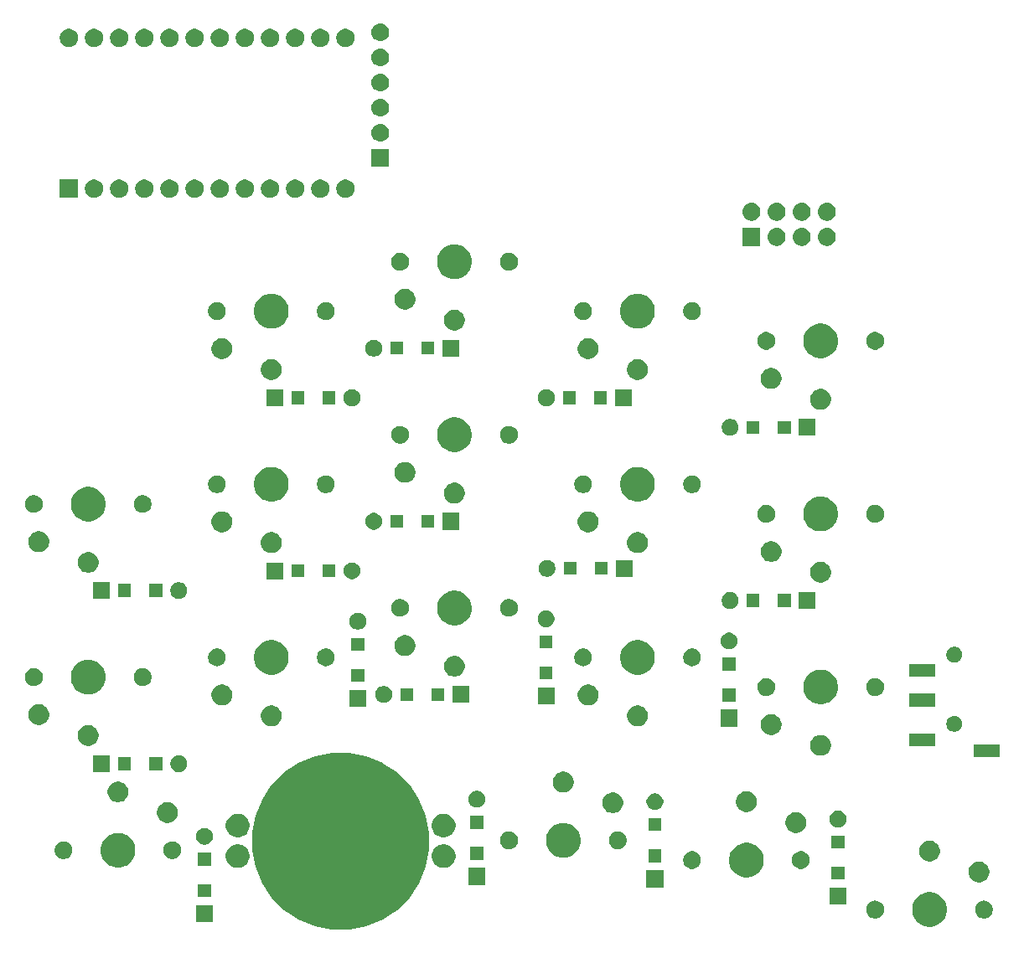
<source format=gbr>
G04 #@! TF.GenerationSoftware,KiCad,Pcbnew,5.1.4-e60b266~84~ubuntu19.04.1*
G04 #@! TF.CreationDate,2019-12-12T04:42:41-06:00*
G04 #@! TF.ProjectId,fissure,66697373-7572-4652-9e6b-696361645f70,rev?*
G04 #@! TF.SameCoordinates,Original*
G04 #@! TF.FileFunction,Soldermask,Bot*
G04 #@! TF.FilePolarity,Negative*
%FSLAX46Y46*%
G04 Gerber Fmt 4.6, Leading zero omitted, Abs format (unit mm)*
G04 Created by KiCad (PCBNEW 5.1.4-e60b266~84~ubuntu19.04.1) date 2019-12-12 04:42:41*
%MOMM*%
%LPD*%
G04 APERTURE LIST*
%ADD10C,0.100000*%
G04 APERTURE END LIST*
D10*
G36*
X79607909Y-111741981D02*
G01*
X81236887Y-112416726D01*
X81485458Y-112582816D01*
X82702930Y-113396304D01*
X83949696Y-114643070D01*
X84560043Y-115556520D01*
X84929274Y-116109113D01*
X85604019Y-117738091D01*
X85948000Y-119467402D01*
X85948000Y-121230598D01*
X85604019Y-122959909D01*
X84929274Y-124588887D01*
X84929273Y-124588888D01*
X83949696Y-126054930D01*
X82702930Y-127301696D01*
X82017406Y-127759748D01*
X81236887Y-128281274D01*
X79607909Y-128956019D01*
X77878598Y-129300000D01*
X76115402Y-129300000D01*
X74386091Y-128956019D01*
X72757113Y-128281274D01*
X71976594Y-127759748D01*
X71291070Y-127301696D01*
X70044304Y-126054930D01*
X69064727Y-124588888D01*
X69064726Y-124588887D01*
X68389981Y-122959909D01*
X68046000Y-121230598D01*
X68046000Y-119467402D01*
X68389981Y-117738091D01*
X69064726Y-116109113D01*
X69433957Y-115556520D01*
X70044304Y-114643070D01*
X71291070Y-113396304D01*
X72508542Y-112582816D01*
X72757113Y-112416726D01*
X74386091Y-111741981D01*
X76115402Y-111398000D01*
X77878598Y-111398000D01*
X79607909Y-111741981D01*
X79607909Y-111741981D01*
G37*
G36*
X136894985Y-125542860D02*
G01*
X137007748Y-125565290D01*
X137139741Y-125619963D01*
X137326408Y-125697283D01*
X137613196Y-125888909D01*
X137857091Y-126132804D01*
X138048717Y-126419592D01*
X138180710Y-126738253D01*
X138248000Y-127076540D01*
X138248000Y-127421460D01*
X138180710Y-127759747D01*
X138048717Y-128078408D01*
X137857091Y-128365196D01*
X137613196Y-128609091D01*
X137326408Y-128800717D01*
X137139741Y-128878037D01*
X137007748Y-128932710D01*
X136894985Y-128955140D01*
X136669460Y-129000000D01*
X136324540Y-129000000D01*
X136099015Y-128955140D01*
X135986252Y-128932710D01*
X135854259Y-128878037D01*
X135667592Y-128800717D01*
X135380804Y-128609091D01*
X135136909Y-128365196D01*
X134945283Y-128078408D01*
X134813290Y-127759747D01*
X134746000Y-127421460D01*
X134746000Y-127076540D01*
X134813290Y-126738253D01*
X134945283Y-126419592D01*
X135136909Y-126132804D01*
X135380804Y-125888909D01*
X135667592Y-125697283D01*
X135854259Y-125619963D01*
X135986252Y-125565290D01*
X136099015Y-125542860D01*
X136324540Y-125498000D01*
X136669460Y-125498000D01*
X136894985Y-125542860D01*
X136894985Y-125542860D01*
G37*
G36*
X64098000Y-128500000D02*
G01*
X62396000Y-128500000D01*
X62396000Y-126798000D01*
X64098000Y-126798000D01*
X64098000Y-128500000D01*
X64098000Y-128500000D01*
G37*
G36*
X131110512Y-126352927D02*
G01*
X131259812Y-126382624D01*
X131423784Y-126450544D01*
X131571354Y-126549147D01*
X131696853Y-126674646D01*
X131795456Y-126822216D01*
X131863376Y-126986188D01*
X131898000Y-127160259D01*
X131898000Y-127337741D01*
X131863376Y-127511812D01*
X131795456Y-127675784D01*
X131696853Y-127823354D01*
X131571354Y-127948853D01*
X131423784Y-128047456D01*
X131259812Y-128115376D01*
X131110512Y-128145073D01*
X131085742Y-128150000D01*
X130908258Y-128150000D01*
X130883488Y-128145073D01*
X130734188Y-128115376D01*
X130570216Y-128047456D01*
X130422646Y-127948853D01*
X130297147Y-127823354D01*
X130198544Y-127675784D01*
X130130624Y-127511812D01*
X130096000Y-127337741D01*
X130096000Y-127160259D01*
X130130624Y-126986188D01*
X130198544Y-126822216D01*
X130297147Y-126674646D01*
X130422646Y-126549147D01*
X130570216Y-126450544D01*
X130734188Y-126382624D01*
X130883488Y-126352927D01*
X130908258Y-126348000D01*
X131085742Y-126348000D01*
X131110512Y-126352927D01*
X131110512Y-126352927D01*
G37*
G36*
X142110512Y-126352927D02*
G01*
X142259812Y-126382624D01*
X142423784Y-126450544D01*
X142571354Y-126549147D01*
X142696853Y-126674646D01*
X142795456Y-126822216D01*
X142863376Y-126986188D01*
X142898000Y-127160259D01*
X142898000Y-127337741D01*
X142863376Y-127511812D01*
X142795456Y-127675784D01*
X142696853Y-127823354D01*
X142571354Y-127948853D01*
X142423784Y-128047456D01*
X142259812Y-128115376D01*
X142110512Y-128145073D01*
X142085742Y-128150000D01*
X141908258Y-128150000D01*
X141883488Y-128145073D01*
X141734188Y-128115376D01*
X141570216Y-128047456D01*
X141422646Y-127948853D01*
X141297147Y-127823354D01*
X141198544Y-127675784D01*
X141130624Y-127511812D01*
X141096000Y-127337741D01*
X141096000Y-127160259D01*
X141130624Y-126986188D01*
X141198544Y-126822216D01*
X141297147Y-126674646D01*
X141422646Y-126549147D01*
X141570216Y-126450544D01*
X141734188Y-126382624D01*
X141883488Y-126352927D01*
X141908258Y-126348000D01*
X142085742Y-126348000D01*
X142110512Y-126352927D01*
X142110512Y-126352927D01*
G37*
G36*
X128098000Y-126750000D02*
G01*
X126396000Y-126750000D01*
X126396000Y-125048000D01*
X128098000Y-125048000D01*
X128098000Y-126750000D01*
X128098000Y-126750000D01*
G37*
G36*
X63898000Y-125975000D02*
G01*
X62596000Y-125975000D01*
X62596000Y-124673000D01*
X63898000Y-124673000D01*
X63898000Y-125975000D01*
X63898000Y-125975000D01*
G37*
G36*
X109598000Y-125000000D02*
G01*
X107896000Y-125000000D01*
X107896000Y-123298000D01*
X109598000Y-123298000D01*
X109598000Y-125000000D01*
X109598000Y-125000000D01*
G37*
G36*
X91598000Y-124750000D02*
G01*
X89896000Y-124750000D01*
X89896000Y-123048000D01*
X91598000Y-123048000D01*
X91598000Y-124750000D01*
X91598000Y-124750000D01*
G37*
G36*
X141803564Y-122438389D02*
G01*
X141980823Y-122511812D01*
X141994835Y-122517616D01*
X142166973Y-122632635D01*
X142313365Y-122779027D01*
X142426839Y-122948852D01*
X142428385Y-122951167D01*
X142507611Y-123142436D01*
X142548000Y-123345484D01*
X142548000Y-123552516D01*
X142507611Y-123755564D01*
X142488908Y-123800716D01*
X142428384Y-123946835D01*
X142313365Y-124118973D01*
X142166973Y-124265365D01*
X141994835Y-124380384D01*
X141994834Y-124380385D01*
X141994833Y-124380385D01*
X141803564Y-124459611D01*
X141600516Y-124500000D01*
X141393484Y-124500000D01*
X141190436Y-124459611D01*
X140999167Y-124380385D01*
X140999166Y-124380385D01*
X140999165Y-124380384D01*
X140827027Y-124265365D01*
X140680635Y-124118973D01*
X140565616Y-123946835D01*
X140505092Y-123800716D01*
X140486389Y-123755564D01*
X140446000Y-123552516D01*
X140446000Y-123345484D01*
X140486389Y-123142436D01*
X140565615Y-122951167D01*
X140567162Y-122948852D01*
X140680635Y-122779027D01*
X140827027Y-122632635D01*
X140999165Y-122517616D01*
X141013177Y-122511812D01*
X141190436Y-122438389D01*
X141393484Y-122398000D01*
X141600516Y-122398000D01*
X141803564Y-122438389D01*
X141803564Y-122438389D01*
G37*
G36*
X127898000Y-124225000D02*
G01*
X126596000Y-124225000D01*
X126596000Y-122923000D01*
X127898000Y-122923000D01*
X127898000Y-124225000D01*
X127898000Y-124225000D01*
G37*
G36*
X118394985Y-120542860D02*
G01*
X118507748Y-120565290D01*
X118599145Y-120603148D01*
X118826408Y-120697283D01*
X119113196Y-120888909D01*
X119357091Y-121132804D01*
X119548717Y-121419592D01*
X119626037Y-121606259D01*
X119680710Y-121738252D01*
X119684986Y-121759748D01*
X119748000Y-122076540D01*
X119748000Y-122421460D01*
X119728873Y-122517615D01*
X119680710Y-122759748D01*
X119626037Y-122891741D01*
X119548717Y-123078408D01*
X119357091Y-123365196D01*
X119113196Y-123609091D01*
X118826408Y-123800717D01*
X118639741Y-123878037D01*
X118507748Y-123932710D01*
X118394985Y-123955140D01*
X118169460Y-124000000D01*
X117824540Y-124000000D01*
X117599015Y-123955140D01*
X117486252Y-123932710D01*
X117354259Y-123878037D01*
X117167592Y-123800717D01*
X116880804Y-123609091D01*
X116636909Y-123365196D01*
X116445283Y-123078408D01*
X116367963Y-122891741D01*
X116313290Y-122759748D01*
X116265127Y-122517615D01*
X116246000Y-122421460D01*
X116246000Y-122076540D01*
X116309014Y-121759748D01*
X116313290Y-121738252D01*
X116367963Y-121606259D01*
X116445283Y-121419592D01*
X116636909Y-121132804D01*
X116880804Y-120888909D01*
X117167592Y-120697283D01*
X117394855Y-120603148D01*
X117486252Y-120565290D01*
X117599015Y-120542860D01*
X117824540Y-120498000D01*
X118169460Y-120498000D01*
X118394985Y-120542860D01*
X118394985Y-120542860D01*
G37*
G36*
X123610512Y-121352927D02*
G01*
X123759812Y-121382624D01*
X123923784Y-121450544D01*
X124071354Y-121549147D01*
X124196853Y-121674646D01*
X124295456Y-121822216D01*
X124363376Y-121986188D01*
X124381348Y-122076542D01*
X124395960Y-122150000D01*
X124398000Y-122160259D01*
X124398000Y-122337741D01*
X124363376Y-122511812D01*
X124295456Y-122675784D01*
X124196853Y-122823354D01*
X124071354Y-122948853D01*
X123923784Y-123047456D01*
X123759812Y-123115376D01*
X123610512Y-123145073D01*
X123585742Y-123150000D01*
X123408258Y-123150000D01*
X123383488Y-123145073D01*
X123234188Y-123115376D01*
X123070216Y-123047456D01*
X122922646Y-122948853D01*
X122797147Y-122823354D01*
X122698544Y-122675784D01*
X122630624Y-122511812D01*
X122596000Y-122337741D01*
X122596000Y-122160259D01*
X122598041Y-122150000D01*
X122612652Y-122076542D01*
X122630624Y-121986188D01*
X122698544Y-121822216D01*
X122797147Y-121674646D01*
X122922646Y-121549147D01*
X123070216Y-121450544D01*
X123234188Y-121382624D01*
X123383488Y-121352927D01*
X123408258Y-121348000D01*
X123585742Y-121348000D01*
X123610512Y-121352927D01*
X123610512Y-121352927D01*
G37*
G36*
X112610512Y-121352927D02*
G01*
X112759812Y-121382624D01*
X112923784Y-121450544D01*
X113071354Y-121549147D01*
X113196853Y-121674646D01*
X113295456Y-121822216D01*
X113363376Y-121986188D01*
X113381348Y-122076542D01*
X113395960Y-122150000D01*
X113398000Y-122160259D01*
X113398000Y-122337741D01*
X113363376Y-122511812D01*
X113295456Y-122675784D01*
X113196853Y-122823354D01*
X113071354Y-122948853D01*
X112923784Y-123047456D01*
X112759812Y-123115376D01*
X112610512Y-123145073D01*
X112585742Y-123150000D01*
X112408258Y-123150000D01*
X112383488Y-123145073D01*
X112234188Y-123115376D01*
X112070216Y-123047456D01*
X111922646Y-122948853D01*
X111797147Y-122823354D01*
X111698544Y-122675784D01*
X111630624Y-122511812D01*
X111596000Y-122337741D01*
X111596000Y-122160259D01*
X111598041Y-122150000D01*
X111612652Y-122076542D01*
X111630624Y-121986188D01*
X111698544Y-121822216D01*
X111797147Y-121674646D01*
X111922646Y-121549147D01*
X112070216Y-121450544D01*
X112234188Y-121382624D01*
X112383488Y-121352927D01*
X112408258Y-121348000D01*
X112585742Y-121348000D01*
X112610512Y-121352927D01*
X112610512Y-121352927D01*
G37*
G36*
X87747318Y-120694153D02*
G01*
X87905677Y-120759748D01*
X87965887Y-120784688D01*
X88162593Y-120916122D01*
X88329878Y-121083407D01*
X88438175Y-121245486D01*
X88461313Y-121280115D01*
X88551847Y-121498682D01*
X88598000Y-121730710D01*
X88598000Y-121967290D01*
X88551847Y-122199318D01*
X88468721Y-122400000D01*
X88461312Y-122417887D01*
X88329878Y-122614593D01*
X88162593Y-122781878D01*
X87965887Y-122913312D01*
X87965886Y-122913313D01*
X87965885Y-122913313D01*
X87747318Y-123003847D01*
X87515290Y-123050000D01*
X87278710Y-123050000D01*
X87046682Y-123003847D01*
X86828115Y-122913313D01*
X86828114Y-122913313D01*
X86828113Y-122913312D01*
X86631407Y-122781878D01*
X86464122Y-122614593D01*
X86332688Y-122417887D01*
X86325279Y-122400000D01*
X86242153Y-122199318D01*
X86196000Y-121967290D01*
X86196000Y-121730710D01*
X86242153Y-121498682D01*
X86332687Y-121280115D01*
X86355825Y-121245486D01*
X86464122Y-121083407D01*
X86631407Y-120916122D01*
X86828113Y-120784688D01*
X86888323Y-120759748D01*
X87046682Y-120694153D01*
X87278710Y-120648000D01*
X87515290Y-120648000D01*
X87747318Y-120694153D01*
X87747318Y-120694153D01*
G37*
G36*
X66947318Y-120694153D02*
G01*
X67105677Y-120759748D01*
X67165887Y-120784688D01*
X67362593Y-120916122D01*
X67529878Y-121083407D01*
X67638175Y-121245486D01*
X67661313Y-121280115D01*
X67751847Y-121498682D01*
X67798000Y-121730710D01*
X67798000Y-121967290D01*
X67751847Y-122199318D01*
X67668721Y-122400000D01*
X67661312Y-122417887D01*
X67529878Y-122614593D01*
X67362593Y-122781878D01*
X67165887Y-122913312D01*
X67165886Y-122913313D01*
X67165885Y-122913313D01*
X66947318Y-123003847D01*
X66715290Y-123050000D01*
X66478710Y-123050000D01*
X66246682Y-123003847D01*
X66028115Y-122913313D01*
X66028114Y-122913313D01*
X66028113Y-122913312D01*
X65831407Y-122781878D01*
X65664122Y-122614593D01*
X65532688Y-122417887D01*
X65525279Y-122400000D01*
X65442153Y-122199318D01*
X65396000Y-121967290D01*
X65396000Y-121730710D01*
X65442153Y-121498682D01*
X65532687Y-121280115D01*
X65555825Y-121245486D01*
X65664122Y-121083407D01*
X65831407Y-120916122D01*
X66028113Y-120784688D01*
X66088323Y-120759748D01*
X66246682Y-120694153D01*
X66478710Y-120648000D01*
X66715290Y-120648000D01*
X66947318Y-120694153D01*
X66947318Y-120694153D01*
G37*
G36*
X54894985Y-119542860D02*
G01*
X55007748Y-119565290D01*
X55093409Y-119600772D01*
X55326408Y-119697283D01*
X55613196Y-119888909D01*
X55857091Y-120132804D01*
X56048717Y-120419592D01*
X56109067Y-120565290D01*
X56180710Y-120738252D01*
X56184986Y-120759748D01*
X56248000Y-121076540D01*
X56248000Y-121421460D01*
X56227802Y-121523000D01*
X56184986Y-121738253D01*
X56180710Y-121759747D01*
X56048717Y-122078408D01*
X55857091Y-122365196D01*
X55613196Y-122609091D01*
X55326408Y-122800717D01*
X55139741Y-122878037D01*
X55007748Y-122932710D01*
X54914968Y-122951165D01*
X54669460Y-123000000D01*
X54324540Y-123000000D01*
X54079032Y-122951165D01*
X53986252Y-122932710D01*
X53854259Y-122878037D01*
X53667592Y-122800717D01*
X53380804Y-122609091D01*
X53136909Y-122365196D01*
X52945283Y-122078408D01*
X52813290Y-121759747D01*
X52809015Y-121738253D01*
X52766198Y-121523000D01*
X52746000Y-121421460D01*
X52746000Y-121076540D01*
X52809014Y-120759748D01*
X52813290Y-120738252D01*
X52884933Y-120565290D01*
X52945283Y-120419592D01*
X53136909Y-120132804D01*
X53380804Y-119888909D01*
X53667592Y-119697283D01*
X53900591Y-119600772D01*
X53986252Y-119565290D01*
X54099015Y-119542860D01*
X54324540Y-119498000D01*
X54669460Y-119498000D01*
X54894985Y-119542860D01*
X54894985Y-119542860D01*
G37*
G36*
X63898000Y-122825000D02*
G01*
X62596000Y-122825000D01*
X62596000Y-121523000D01*
X63898000Y-121523000D01*
X63898000Y-122825000D01*
X63898000Y-122825000D01*
G37*
G36*
X109398000Y-122475000D02*
G01*
X108096000Y-122475000D01*
X108096000Y-121173000D01*
X109398000Y-121173000D01*
X109398000Y-122475000D01*
X109398000Y-122475000D01*
G37*
G36*
X136803564Y-120338389D02*
G01*
X136994833Y-120417615D01*
X136994835Y-120417616D01*
X137166973Y-120532635D01*
X137313365Y-120679027D01*
X137409801Y-120823353D01*
X137428385Y-120851167D01*
X137507611Y-121042436D01*
X137548000Y-121245484D01*
X137548000Y-121452516D01*
X137507611Y-121655564D01*
X137438110Y-121823354D01*
X137428384Y-121846835D01*
X137313365Y-122018973D01*
X137166973Y-122165365D01*
X136994835Y-122280384D01*
X136994834Y-122280385D01*
X136994833Y-122280385D01*
X136803564Y-122359611D01*
X136600516Y-122400000D01*
X136393484Y-122400000D01*
X136190436Y-122359611D01*
X135999167Y-122280385D01*
X135999166Y-122280385D01*
X135999165Y-122280384D01*
X135827027Y-122165365D01*
X135680635Y-122018973D01*
X135565616Y-121846835D01*
X135555890Y-121823354D01*
X135486389Y-121655564D01*
X135446000Y-121452516D01*
X135446000Y-121245484D01*
X135486389Y-121042436D01*
X135565615Y-120851167D01*
X135584200Y-120823353D01*
X135680635Y-120679027D01*
X135827027Y-120532635D01*
X135999165Y-120417616D01*
X135999167Y-120417615D01*
X136190436Y-120338389D01*
X136393484Y-120298000D01*
X136600516Y-120298000D01*
X136803564Y-120338389D01*
X136803564Y-120338389D01*
G37*
G36*
X91398000Y-122225000D02*
G01*
X90096000Y-122225000D01*
X90096000Y-120923000D01*
X91398000Y-120923000D01*
X91398000Y-122225000D01*
X91398000Y-122225000D01*
G37*
G36*
X60110512Y-120352927D02*
G01*
X60259812Y-120382624D01*
X60423784Y-120450544D01*
X60571354Y-120549147D01*
X60696853Y-120674646D01*
X60795456Y-120822216D01*
X60863376Y-120986188D01*
X60889072Y-121115375D01*
X60898000Y-121160258D01*
X60898000Y-121337742D01*
X60893073Y-121362512D01*
X60863376Y-121511812D01*
X60795456Y-121675784D01*
X60696853Y-121823354D01*
X60571354Y-121948853D01*
X60423784Y-122047456D01*
X60259812Y-122115376D01*
X60110512Y-122145073D01*
X60085742Y-122150000D01*
X59908258Y-122150000D01*
X59883488Y-122145073D01*
X59734188Y-122115376D01*
X59570216Y-122047456D01*
X59422646Y-121948853D01*
X59297147Y-121823354D01*
X59198544Y-121675784D01*
X59130624Y-121511812D01*
X59100927Y-121362512D01*
X59096000Y-121337742D01*
X59096000Y-121160258D01*
X59104928Y-121115375D01*
X59130624Y-120986188D01*
X59198544Y-120822216D01*
X59297147Y-120674646D01*
X59422646Y-120549147D01*
X59570216Y-120450544D01*
X59734188Y-120382624D01*
X59883488Y-120352927D01*
X59908258Y-120348000D01*
X60085742Y-120348000D01*
X60110512Y-120352927D01*
X60110512Y-120352927D01*
G37*
G36*
X49110512Y-120352927D02*
G01*
X49259812Y-120382624D01*
X49423784Y-120450544D01*
X49571354Y-120549147D01*
X49696853Y-120674646D01*
X49795456Y-120822216D01*
X49863376Y-120986188D01*
X49889072Y-121115375D01*
X49898000Y-121160258D01*
X49898000Y-121337742D01*
X49893073Y-121362512D01*
X49863376Y-121511812D01*
X49795456Y-121675784D01*
X49696853Y-121823354D01*
X49571354Y-121948853D01*
X49423784Y-122047456D01*
X49259812Y-122115376D01*
X49110512Y-122145073D01*
X49085742Y-122150000D01*
X48908258Y-122150000D01*
X48883488Y-122145073D01*
X48734188Y-122115376D01*
X48570216Y-122047456D01*
X48422646Y-121948853D01*
X48297147Y-121823354D01*
X48198544Y-121675784D01*
X48130624Y-121511812D01*
X48100927Y-121362512D01*
X48096000Y-121337742D01*
X48096000Y-121160258D01*
X48104928Y-121115375D01*
X48130624Y-120986188D01*
X48198544Y-120822216D01*
X48297147Y-120674646D01*
X48422646Y-120549147D01*
X48570216Y-120450544D01*
X48734188Y-120382624D01*
X48883488Y-120352927D01*
X48908258Y-120348000D01*
X49085742Y-120348000D01*
X49110512Y-120352927D01*
X49110512Y-120352927D01*
G37*
G36*
X99894985Y-118542860D02*
G01*
X100007748Y-118565290D01*
X100139741Y-118619963D01*
X100326408Y-118697283D01*
X100613196Y-118888909D01*
X100857091Y-119132804D01*
X101048717Y-119419592D01*
X101109067Y-119565290D01*
X101180710Y-119738252D01*
X101197411Y-119822216D01*
X101248000Y-120076540D01*
X101248000Y-120421460D01*
X101225886Y-120532635D01*
X101184986Y-120738253D01*
X101180710Y-120759747D01*
X101048717Y-121078408D01*
X100857091Y-121365196D01*
X100613196Y-121609091D01*
X100326408Y-121800717D01*
X100139741Y-121878037D01*
X100007748Y-121932710D01*
X99894985Y-121955140D01*
X99669460Y-122000000D01*
X99324540Y-122000000D01*
X99099015Y-121955140D01*
X98986252Y-121932710D01*
X98854259Y-121878037D01*
X98667592Y-121800717D01*
X98380804Y-121609091D01*
X98136909Y-121365196D01*
X97945283Y-121078408D01*
X97813290Y-120759747D01*
X97809015Y-120738253D01*
X97768114Y-120532635D01*
X97746000Y-120421460D01*
X97746000Y-120076540D01*
X97796589Y-119822216D01*
X97813290Y-119738252D01*
X97884933Y-119565290D01*
X97945283Y-119419592D01*
X98136909Y-119132804D01*
X98380804Y-118888909D01*
X98667592Y-118697283D01*
X98854259Y-118619963D01*
X98986252Y-118565290D01*
X99099015Y-118542860D01*
X99324540Y-118498000D01*
X99669460Y-118498000D01*
X99894985Y-118542860D01*
X99894985Y-118542860D01*
G37*
G36*
X105110512Y-119352927D02*
G01*
X105259812Y-119382624D01*
X105423784Y-119450544D01*
X105571354Y-119549147D01*
X105696853Y-119674646D01*
X105795456Y-119822216D01*
X105863376Y-119986188D01*
X105885463Y-120097229D01*
X105898000Y-120160258D01*
X105898000Y-120337742D01*
X105893073Y-120362512D01*
X105863376Y-120511812D01*
X105795456Y-120675784D01*
X105696853Y-120823354D01*
X105571354Y-120948853D01*
X105423784Y-121047456D01*
X105259812Y-121115376D01*
X105110512Y-121145073D01*
X105085742Y-121150000D01*
X104908258Y-121150000D01*
X104883488Y-121145073D01*
X104734188Y-121115376D01*
X104570216Y-121047456D01*
X104422646Y-120948853D01*
X104297147Y-120823354D01*
X104198544Y-120675784D01*
X104130624Y-120511812D01*
X104100927Y-120362512D01*
X104096000Y-120337742D01*
X104096000Y-120160258D01*
X104108537Y-120097229D01*
X104130624Y-119986188D01*
X104198544Y-119822216D01*
X104297147Y-119674646D01*
X104422646Y-119549147D01*
X104570216Y-119450544D01*
X104734188Y-119382624D01*
X104883488Y-119352927D01*
X104908258Y-119348000D01*
X105085742Y-119348000D01*
X105110512Y-119352927D01*
X105110512Y-119352927D01*
G37*
G36*
X94110512Y-119352927D02*
G01*
X94259812Y-119382624D01*
X94423784Y-119450544D01*
X94571354Y-119549147D01*
X94696853Y-119674646D01*
X94795456Y-119822216D01*
X94863376Y-119986188D01*
X94885463Y-120097229D01*
X94898000Y-120160258D01*
X94898000Y-120337742D01*
X94893073Y-120362512D01*
X94863376Y-120511812D01*
X94795456Y-120675784D01*
X94696853Y-120823354D01*
X94571354Y-120948853D01*
X94423784Y-121047456D01*
X94259812Y-121115376D01*
X94110512Y-121145073D01*
X94085742Y-121150000D01*
X93908258Y-121150000D01*
X93883488Y-121145073D01*
X93734188Y-121115376D01*
X93570216Y-121047456D01*
X93422646Y-120948853D01*
X93297147Y-120823354D01*
X93198544Y-120675784D01*
X93130624Y-120511812D01*
X93100927Y-120362512D01*
X93096000Y-120337742D01*
X93096000Y-120160258D01*
X93108537Y-120097229D01*
X93130624Y-119986188D01*
X93198544Y-119822216D01*
X93297147Y-119674646D01*
X93422646Y-119549147D01*
X93570216Y-119450544D01*
X93734188Y-119382624D01*
X93883488Y-119352927D01*
X93908258Y-119348000D01*
X94085742Y-119348000D01*
X94110512Y-119352927D01*
X94110512Y-119352927D01*
G37*
G36*
X127898000Y-121075000D02*
G01*
X126596000Y-121075000D01*
X126596000Y-119773000D01*
X127898000Y-119773000D01*
X127898000Y-121075000D01*
X127898000Y-121075000D01*
G37*
G36*
X63495228Y-119030703D02*
G01*
X63650100Y-119094853D01*
X63789481Y-119187985D01*
X63908015Y-119306519D01*
X64001147Y-119445900D01*
X64065297Y-119600772D01*
X64098000Y-119765184D01*
X64098000Y-119932816D01*
X64065297Y-120097228D01*
X64001147Y-120252100D01*
X63908015Y-120391481D01*
X63789481Y-120510015D01*
X63650100Y-120603147D01*
X63495228Y-120667297D01*
X63330816Y-120700000D01*
X63163184Y-120700000D01*
X62998772Y-120667297D01*
X62843900Y-120603147D01*
X62704519Y-120510015D01*
X62585985Y-120391481D01*
X62492853Y-120252100D01*
X62428703Y-120097228D01*
X62396000Y-119932816D01*
X62396000Y-119765184D01*
X62428703Y-119600772D01*
X62492853Y-119445900D01*
X62585985Y-119306519D01*
X62704519Y-119187985D01*
X62843900Y-119094853D01*
X62998772Y-119030703D01*
X63163184Y-118998000D01*
X63330816Y-118998000D01*
X63495228Y-119030703D01*
X63495228Y-119030703D01*
G37*
G36*
X66947318Y-117594153D02*
G01*
X67165885Y-117684687D01*
X67165887Y-117684688D01*
X67362593Y-117816122D01*
X67529878Y-117983407D01*
X67636137Y-118142436D01*
X67661313Y-118180115D01*
X67751847Y-118398682D01*
X67798000Y-118630710D01*
X67798000Y-118867290D01*
X67751847Y-119099318D01*
X67661313Y-119317885D01*
X67661312Y-119317887D01*
X67529878Y-119514593D01*
X67362593Y-119681878D01*
X67165887Y-119813312D01*
X67165886Y-119813313D01*
X67165885Y-119813313D01*
X66947318Y-119903847D01*
X66715290Y-119950000D01*
X66478710Y-119950000D01*
X66246682Y-119903847D01*
X66028115Y-119813313D01*
X66028114Y-119813313D01*
X66028113Y-119813312D01*
X65831407Y-119681878D01*
X65664122Y-119514593D01*
X65532688Y-119317887D01*
X65532687Y-119317885D01*
X65442153Y-119099318D01*
X65396000Y-118867290D01*
X65396000Y-118630710D01*
X65442153Y-118398682D01*
X65532687Y-118180115D01*
X65557863Y-118142436D01*
X65664122Y-117983407D01*
X65831407Y-117816122D01*
X66028113Y-117684688D01*
X66028115Y-117684687D01*
X66246682Y-117594153D01*
X66478710Y-117548000D01*
X66715290Y-117548000D01*
X66947318Y-117594153D01*
X66947318Y-117594153D01*
G37*
G36*
X87747318Y-117594153D02*
G01*
X87965885Y-117684687D01*
X87965887Y-117684688D01*
X88162593Y-117816122D01*
X88329878Y-117983407D01*
X88436137Y-118142436D01*
X88461313Y-118180115D01*
X88551847Y-118398682D01*
X88598000Y-118630710D01*
X88598000Y-118867290D01*
X88551847Y-119099318D01*
X88461313Y-119317885D01*
X88461312Y-119317887D01*
X88329878Y-119514593D01*
X88162593Y-119681878D01*
X87965887Y-119813312D01*
X87965886Y-119813313D01*
X87965885Y-119813313D01*
X87747318Y-119903847D01*
X87515290Y-119950000D01*
X87278710Y-119950000D01*
X87046682Y-119903847D01*
X86828115Y-119813313D01*
X86828114Y-119813313D01*
X86828113Y-119813312D01*
X86631407Y-119681878D01*
X86464122Y-119514593D01*
X86332688Y-119317887D01*
X86332687Y-119317885D01*
X86242153Y-119099318D01*
X86196000Y-118867290D01*
X86196000Y-118630710D01*
X86242153Y-118398682D01*
X86332687Y-118180115D01*
X86357863Y-118142436D01*
X86464122Y-117983407D01*
X86631407Y-117816122D01*
X86828113Y-117684688D01*
X86828115Y-117684687D01*
X87046682Y-117594153D01*
X87278710Y-117548000D01*
X87515290Y-117548000D01*
X87747318Y-117594153D01*
X87747318Y-117594153D01*
G37*
G36*
X123303564Y-117438389D02*
G01*
X123494833Y-117517615D01*
X123494835Y-117517616D01*
X123666973Y-117632635D01*
X123813365Y-117779027D01*
X123925491Y-117946835D01*
X123928385Y-117951167D01*
X124007611Y-118142436D01*
X124048000Y-118345484D01*
X124048000Y-118552516D01*
X124007611Y-118755564D01*
X123952378Y-118888909D01*
X123928384Y-118946835D01*
X123813365Y-119118973D01*
X123666973Y-119265365D01*
X123494835Y-119380384D01*
X123494834Y-119380385D01*
X123494833Y-119380385D01*
X123303564Y-119459611D01*
X123100516Y-119500000D01*
X122893484Y-119500000D01*
X122690436Y-119459611D01*
X122499167Y-119380385D01*
X122499166Y-119380385D01*
X122499165Y-119380384D01*
X122327027Y-119265365D01*
X122180635Y-119118973D01*
X122065616Y-118946835D01*
X122041622Y-118888909D01*
X121986389Y-118755564D01*
X121946000Y-118552516D01*
X121946000Y-118345484D01*
X121986389Y-118142436D01*
X122065615Y-117951167D01*
X122068510Y-117946835D01*
X122180635Y-117779027D01*
X122327027Y-117632635D01*
X122499165Y-117517616D01*
X122499167Y-117517615D01*
X122690436Y-117438389D01*
X122893484Y-117398000D01*
X123100516Y-117398000D01*
X123303564Y-117438389D01*
X123303564Y-117438389D01*
G37*
G36*
X109398000Y-119325000D02*
G01*
X108096000Y-119325000D01*
X108096000Y-118023000D01*
X109398000Y-118023000D01*
X109398000Y-119325000D01*
X109398000Y-119325000D01*
G37*
G36*
X91398000Y-119075000D02*
G01*
X90096000Y-119075000D01*
X90096000Y-117773000D01*
X91398000Y-117773000D01*
X91398000Y-119075000D01*
X91398000Y-119075000D01*
G37*
G36*
X127495228Y-117280703D02*
G01*
X127650100Y-117344853D01*
X127789481Y-117437985D01*
X127908015Y-117556519D01*
X128001147Y-117695900D01*
X128065297Y-117850772D01*
X128098000Y-118015184D01*
X128098000Y-118182816D01*
X128065297Y-118347228D01*
X128001147Y-118502100D01*
X127908015Y-118641481D01*
X127789481Y-118760015D01*
X127650100Y-118853147D01*
X127495228Y-118917297D01*
X127330816Y-118950000D01*
X127163184Y-118950000D01*
X126998772Y-118917297D01*
X126843900Y-118853147D01*
X126704519Y-118760015D01*
X126585985Y-118641481D01*
X126492853Y-118502100D01*
X126428703Y-118347228D01*
X126396000Y-118182816D01*
X126396000Y-118015184D01*
X126428703Y-117850772D01*
X126492853Y-117695900D01*
X126585985Y-117556519D01*
X126704519Y-117437985D01*
X126843900Y-117344853D01*
X126998772Y-117280703D01*
X127163184Y-117248000D01*
X127330816Y-117248000D01*
X127495228Y-117280703D01*
X127495228Y-117280703D01*
G37*
G36*
X59803564Y-116438389D02*
G01*
X59957369Y-116502097D01*
X59994835Y-116517616D01*
X60166973Y-116632635D01*
X60313365Y-116779027D01*
X60427606Y-116950000D01*
X60428385Y-116951167D01*
X60507611Y-117142436D01*
X60548000Y-117345484D01*
X60548000Y-117552516D01*
X60507611Y-117755564D01*
X60428385Y-117946833D01*
X60428384Y-117946835D01*
X60313365Y-118118973D01*
X60166973Y-118265365D01*
X59994835Y-118380384D01*
X59994834Y-118380385D01*
X59994833Y-118380385D01*
X59803564Y-118459611D01*
X59600516Y-118500000D01*
X59393484Y-118500000D01*
X59190436Y-118459611D01*
X58999167Y-118380385D01*
X58999166Y-118380385D01*
X58999165Y-118380384D01*
X58827027Y-118265365D01*
X58680635Y-118118973D01*
X58565616Y-117946835D01*
X58565615Y-117946833D01*
X58486389Y-117755564D01*
X58446000Y-117552516D01*
X58446000Y-117345484D01*
X58486389Y-117142436D01*
X58565615Y-116951167D01*
X58566395Y-116950000D01*
X58680635Y-116779027D01*
X58827027Y-116632635D01*
X58999165Y-116517616D01*
X59036631Y-116502097D01*
X59190436Y-116438389D01*
X59393484Y-116398000D01*
X59600516Y-116398000D01*
X59803564Y-116438389D01*
X59803564Y-116438389D01*
G37*
G36*
X104803564Y-115438389D02*
G01*
X104994833Y-115517615D01*
X104994835Y-115517616D01*
X105166973Y-115632635D01*
X105313365Y-115779027D01*
X105361304Y-115850772D01*
X105428385Y-115951167D01*
X105507611Y-116142436D01*
X105548000Y-116345484D01*
X105548000Y-116552516D01*
X105507611Y-116755564D01*
X105505767Y-116760015D01*
X105428384Y-116946835D01*
X105313365Y-117118973D01*
X105166973Y-117265365D01*
X104994835Y-117380384D01*
X104994834Y-117380385D01*
X104994833Y-117380385D01*
X104803564Y-117459611D01*
X104600516Y-117500000D01*
X104393484Y-117500000D01*
X104190436Y-117459611D01*
X103999167Y-117380385D01*
X103999166Y-117380385D01*
X103999165Y-117380384D01*
X103827027Y-117265365D01*
X103680635Y-117118973D01*
X103565616Y-116946835D01*
X103488233Y-116760015D01*
X103486389Y-116755564D01*
X103446000Y-116552516D01*
X103446000Y-116345484D01*
X103486389Y-116142436D01*
X103565615Y-115951167D01*
X103632697Y-115850772D01*
X103680635Y-115779027D01*
X103827027Y-115632635D01*
X103999165Y-115517616D01*
X103999167Y-115517615D01*
X104190436Y-115438389D01*
X104393484Y-115398000D01*
X104600516Y-115398000D01*
X104803564Y-115438389D01*
X104803564Y-115438389D01*
G37*
G36*
X118303564Y-115338389D02*
G01*
X118494833Y-115417615D01*
X118494835Y-115417616D01*
X118666973Y-115532635D01*
X118813365Y-115679027D01*
X118928121Y-115850771D01*
X118928385Y-115851167D01*
X119007611Y-116042436D01*
X119048000Y-116245484D01*
X119048000Y-116452516D01*
X119007611Y-116655564D01*
X118966189Y-116755565D01*
X118928384Y-116846835D01*
X118813365Y-117018973D01*
X118666973Y-117165365D01*
X118494835Y-117280384D01*
X118494834Y-117280385D01*
X118494833Y-117280385D01*
X118303564Y-117359611D01*
X118100516Y-117400000D01*
X117893484Y-117400000D01*
X117690436Y-117359611D01*
X117499167Y-117280385D01*
X117499166Y-117280385D01*
X117499165Y-117280384D01*
X117327027Y-117165365D01*
X117180635Y-117018973D01*
X117065616Y-116846835D01*
X117027811Y-116755565D01*
X116986389Y-116655564D01*
X116946000Y-116452516D01*
X116946000Y-116245484D01*
X116986389Y-116042436D01*
X117065615Y-115851167D01*
X117065880Y-115850771D01*
X117180635Y-115679027D01*
X117327027Y-115532635D01*
X117499165Y-115417616D01*
X117499167Y-115417615D01*
X117690436Y-115338389D01*
X117893484Y-115298000D01*
X118100516Y-115298000D01*
X118303564Y-115338389D01*
X118303564Y-115338389D01*
G37*
G36*
X108995228Y-115530703D02*
G01*
X109150100Y-115594853D01*
X109289481Y-115687985D01*
X109408015Y-115806519D01*
X109501147Y-115945900D01*
X109565297Y-116100772D01*
X109598000Y-116265184D01*
X109598000Y-116432816D01*
X109565297Y-116597228D01*
X109501147Y-116752100D01*
X109408015Y-116891481D01*
X109289481Y-117010015D01*
X109150100Y-117103147D01*
X108995228Y-117167297D01*
X108830816Y-117200000D01*
X108663184Y-117200000D01*
X108498772Y-117167297D01*
X108343900Y-117103147D01*
X108204519Y-117010015D01*
X108085985Y-116891481D01*
X107992853Y-116752100D01*
X107928703Y-116597228D01*
X107896000Y-116432816D01*
X107896000Y-116265184D01*
X107928703Y-116100772D01*
X107992853Y-115945900D01*
X108085985Y-115806519D01*
X108204519Y-115687985D01*
X108343900Y-115594853D01*
X108498772Y-115530703D01*
X108663184Y-115498000D01*
X108830816Y-115498000D01*
X108995228Y-115530703D01*
X108995228Y-115530703D01*
G37*
G36*
X90995228Y-115280703D02*
G01*
X91150100Y-115344853D01*
X91289481Y-115437985D01*
X91408015Y-115556519D01*
X91501147Y-115695900D01*
X91565297Y-115850772D01*
X91598000Y-116015184D01*
X91598000Y-116182816D01*
X91565297Y-116347228D01*
X91501147Y-116502100D01*
X91408015Y-116641481D01*
X91289481Y-116760015D01*
X91150100Y-116853147D01*
X90995228Y-116917297D01*
X90830816Y-116950000D01*
X90663184Y-116950000D01*
X90498772Y-116917297D01*
X90343900Y-116853147D01*
X90204519Y-116760015D01*
X90085985Y-116641481D01*
X89992853Y-116502100D01*
X89928703Y-116347228D01*
X89896000Y-116182816D01*
X89896000Y-116015184D01*
X89928703Y-115850772D01*
X89992853Y-115695900D01*
X90085985Y-115556519D01*
X90204519Y-115437985D01*
X90343900Y-115344853D01*
X90498772Y-115280703D01*
X90663184Y-115248000D01*
X90830816Y-115248000D01*
X90995228Y-115280703D01*
X90995228Y-115280703D01*
G37*
G36*
X54803564Y-114338389D02*
G01*
X54994833Y-114417615D01*
X54994835Y-114417616D01*
X55166973Y-114532635D01*
X55313365Y-114679027D01*
X55425491Y-114846835D01*
X55428385Y-114851167D01*
X55507611Y-115042436D01*
X55548000Y-115245484D01*
X55548000Y-115452516D01*
X55507611Y-115655564D01*
X55445083Y-115806520D01*
X55428384Y-115846835D01*
X55313365Y-116018973D01*
X55166973Y-116165365D01*
X54994835Y-116280384D01*
X54994834Y-116280385D01*
X54994833Y-116280385D01*
X54803564Y-116359611D01*
X54600516Y-116400000D01*
X54393484Y-116400000D01*
X54190436Y-116359611D01*
X53999167Y-116280385D01*
X53999166Y-116280385D01*
X53999165Y-116280384D01*
X53827027Y-116165365D01*
X53680635Y-116018973D01*
X53565616Y-115846835D01*
X53548917Y-115806520D01*
X53486389Y-115655564D01*
X53446000Y-115452516D01*
X53446000Y-115245484D01*
X53486389Y-115042436D01*
X53565615Y-114851167D01*
X53568510Y-114846835D01*
X53680635Y-114679027D01*
X53827027Y-114532635D01*
X53999165Y-114417616D01*
X53999167Y-114417615D01*
X54190436Y-114338389D01*
X54393484Y-114298000D01*
X54600516Y-114298000D01*
X54803564Y-114338389D01*
X54803564Y-114338389D01*
G37*
G36*
X99803564Y-113338389D02*
G01*
X99994833Y-113417615D01*
X99994835Y-113417616D01*
X100166973Y-113532635D01*
X100313365Y-113679027D01*
X100428385Y-113851167D01*
X100507611Y-114042436D01*
X100548000Y-114245484D01*
X100548000Y-114452516D01*
X100507611Y-114655564D01*
X100497892Y-114679027D01*
X100428384Y-114846835D01*
X100313365Y-115018973D01*
X100166973Y-115165365D01*
X99994835Y-115280384D01*
X99994834Y-115280385D01*
X99994833Y-115280385D01*
X99803564Y-115359611D01*
X99600516Y-115400000D01*
X99393484Y-115400000D01*
X99190436Y-115359611D01*
X98999167Y-115280385D01*
X98999166Y-115280385D01*
X98999165Y-115280384D01*
X98827027Y-115165365D01*
X98680635Y-115018973D01*
X98565616Y-114846835D01*
X98496108Y-114679027D01*
X98486389Y-114655564D01*
X98446000Y-114452516D01*
X98446000Y-114245484D01*
X98486389Y-114042436D01*
X98565615Y-113851167D01*
X98680635Y-113679027D01*
X98827027Y-113532635D01*
X98999165Y-113417616D01*
X98999167Y-113417615D01*
X99190436Y-113338389D01*
X99393484Y-113298000D01*
X99600516Y-113298000D01*
X99803564Y-113338389D01*
X99803564Y-113338389D01*
G37*
G36*
X53698000Y-113350000D02*
G01*
X51996000Y-113350000D01*
X51996000Y-111648000D01*
X53698000Y-111648000D01*
X53698000Y-113350000D01*
X53698000Y-113350000D01*
G37*
G36*
X60895228Y-111680703D02*
G01*
X61050100Y-111744853D01*
X61189481Y-111837985D01*
X61308015Y-111956519D01*
X61401147Y-112095900D01*
X61465297Y-112250772D01*
X61498000Y-112415184D01*
X61498000Y-112582816D01*
X61465297Y-112747228D01*
X61401147Y-112902100D01*
X61308015Y-113041481D01*
X61189481Y-113160015D01*
X61050100Y-113253147D01*
X60895228Y-113317297D01*
X60730816Y-113350000D01*
X60563184Y-113350000D01*
X60398772Y-113317297D01*
X60243900Y-113253147D01*
X60104519Y-113160015D01*
X59985985Y-113041481D01*
X59892853Y-112902100D01*
X59828703Y-112747228D01*
X59796000Y-112582816D01*
X59796000Y-112415184D01*
X59828703Y-112250772D01*
X59892853Y-112095900D01*
X59985985Y-111956519D01*
X60104519Y-111837985D01*
X60243900Y-111744853D01*
X60398772Y-111680703D01*
X60563184Y-111648000D01*
X60730816Y-111648000D01*
X60895228Y-111680703D01*
X60895228Y-111680703D01*
G37*
G36*
X55823000Y-113150000D02*
G01*
X54521000Y-113150000D01*
X54521000Y-111848000D01*
X55823000Y-111848000D01*
X55823000Y-113150000D01*
X55823000Y-113150000D01*
G37*
G36*
X58973000Y-113150000D02*
G01*
X57671000Y-113150000D01*
X57671000Y-111848000D01*
X58973000Y-111848000D01*
X58973000Y-113150000D01*
X58973000Y-113150000D01*
G37*
G36*
X143548000Y-111825000D02*
G01*
X140946000Y-111825000D01*
X140946000Y-110523000D01*
X143548000Y-110523000D01*
X143548000Y-111825000D01*
X143548000Y-111825000D01*
G37*
G36*
X125803564Y-109638389D02*
G01*
X125994833Y-109717615D01*
X125994835Y-109717616D01*
X126166973Y-109832635D01*
X126313365Y-109979027D01*
X126425491Y-110146835D01*
X126428385Y-110151167D01*
X126507611Y-110342436D01*
X126548000Y-110545484D01*
X126548000Y-110752516D01*
X126507611Y-110955564D01*
X126428385Y-111146833D01*
X126428384Y-111146835D01*
X126313365Y-111318973D01*
X126166973Y-111465365D01*
X125994835Y-111580384D01*
X125994834Y-111580385D01*
X125994833Y-111580385D01*
X125803564Y-111659611D01*
X125600516Y-111700000D01*
X125393484Y-111700000D01*
X125190436Y-111659611D01*
X124999167Y-111580385D01*
X124999166Y-111580385D01*
X124999165Y-111580384D01*
X124827027Y-111465365D01*
X124680635Y-111318973D01*
X124565616Y-111146835D01*
X124565615Y-111146833D01*
X124486389Y-110955564D01*
X124446000Y-110752516D01*
X124446000Y-110545484D01*
X124486389Y-110342436D01*
X124565615Y-110151167D01*
X124568510Y-110146835D01*
X124680635Y-109979027D01*
X124827027Y-109832635D01*
X124999165Y-109717616D01*
X124999167Y-109717615D01*
X125190436Y-109638389D01*
X125393484Y-109598000D01*
X125600516Y-109598000D01*
X125803564Y-109638389D01*
X125803564Y-109638389D01*
G37*
G36*
X137048000Y-110725000D02*
G01*
X134446000Y-110725000D01*
X134446000Y-109423000D01*
X137048000Y-109423000D01*
X137048000Y-110725000D01*
X137048000Y-110725000D01*
G37*
G36*
X51803564Y-108638389D02*
G01*
X51970758Y-108707643D01*
X51994835Y-108717616D01*
X52166973Y-108832635D01*
X52313365Y-108979027D01*
X52358672Y-109046833D01*
X52428385Y-109151167D01*
X52507611Y-109342436D01*
X52548000Y-109545484D01*
X52548000Y-109752516D01*
X52507611Y-109955564D01*
X52497892Y-109979027D01*
X52428384Y-110146835D01*
X52313365Y-110318973D01*
X52166973Y-110465365D01*
X51994835Y-110580384D01*
X51994834Y-110580385D01*
X51994833Y-110580385D01*
X51803564Y-110659611D01*
X51600516Y-110700000D01*
X51393484Y-110700000D01*
X51190436Y-110659611D01*
X50999167Y-110580385D01*
X50999166Y-110580385D01*
X50999165Y-110580384D01*
X50827027Y-110465365D01*
X50680635Y-110318973D01*
X50565616Y-110146835D01*
X50496108Y-109979027D01*
X50486389Y-109955564D01*
X50446000Y-109752516D01*
X50446000Y-109545484D01*
X50486389Y-109342436D01*
X50565615Y-109151167D01*
X50635329Y-109046833D01*
X50680635Y-108979027D01*
X50827027Y-108832635D01*
X50999165Y-108717616D01*
X51023242Y-108707643D01*
X51190436Y-108638389D01*
X51393484Y-108598000D01*
X51600516Y-108598000D01*
X51803564Y-108638389D01*
X51803564Y-108638389D01*
G37*
G36*
X120803564Y-107538389D02*
G01*
X120994833Y-107617615D01*
X120994835Y-107617616D01*
X121166973Y-107732635D01*
X121313365Y-107879027D01*
X121425491Y-108046835D01*
X121428385Y-108051167D01*
X121507611Y-108242436D01*
X121548000Y-108445484D01*
X121548000Y-108652516D01*
X121507611Y-108855564D01*
X121454159Y-108984608D01*
X121428384Y-109046835D01*
X121313365Y-109218973D01*
X121166973Y-109365365D01*
X120994835Y-109480384D01*
X120994834Y-109480385D01*
X120994833Y-109480385D01*
X120803564Y-109559611D01*
X120600516Y-109600000D01*
X120393484Y-109600000D01*
X120190436Y-109559611D01*
X119999167Y-109480385D01*
X119999166Y-109480385D01*
X119999165Y-109480384D01*
X119827027Y-109365365D01*
X119680635Y-109218973D01*
X119565616Y-109046835D01*
X119539841Y-108984608D01*
X119486389Y-108855564D01*
X119446000Y-108652516D01*
X119446000Y-108445484D01*
X119486389Y-108242436D01*
X119565615Y-108051167D01*
X119568510Y-108046835D01*
X119680635Y-107879027D01*
X119827027Y-107732635D01*
X119999165Y-107617616D01*
X119999167Y-107617615D01*
X120190436Y-107538389D01*
X120393484Y-107498000D01*
X120600516Y-107498000D01*
X120803564Y-107538389D01*
X120803564Y-107538389D01*
G37*
G36*
X139230642Y-107703781D02*
G01*
X139348293Y-107752514D01*
X139376416Y-107764163D01*
X139507608Y-107851822D01*
X139619178Y-107963392D01*
X139706837Y-108094584D01*
X139706838Y-108094586D01*
X139767219Y-108240358D01*
X139798000Y-108395107D01*
X139798000Y-108552893D01*
X139767219Y-108707642D01*
X139715445Y-108832635D01*
X139706837Y-108853416D01*
X139619178Y-108984608D01*
X139507608Y-109096178D01*
X139376416Y-109183837D01*
X139376415Y-109183838D01*
X139376414Y-109183838D01*
X139230642Y-109244219D01*
X139075893Y-109275000D01*
X138918107Y-109275000D01*
X138763358Y-109244219D01*
X138617586Y-109183838D01*
X138617585Y-109183838D01*
X138617584Y-109183837D01*
X138486392Y-109096178D01*
X138374822Y-108984608D01*
X138287163Y-108853416D01*
X138278555Y-108832635D01*
X138226781Y-108707642D01*
X138196000Y-108552893D01*
X138196000Y-108395107D01*
X138226781Y-108240358D01*
X138287162Y-108094586D01*
X138287163Y-108094584D01*
X138374822Y-107963392D01*
X138486392Y-107851822D01*
X138617584Y-107764163D01*
X138645707Y-107752514D01*
X138763358Y-107703781D01*
X138918107Y-107673000D01*
X139075893Y-107673000D01*
X139230642Y-107703781D01*
X139230642Y-107703781D01*
G37*
G36*
X117098000Y-108750000D02*
G01*
X115396000Y-108750000D01*
X115396000Y-107048000D01*
X117098000Y-107048000D01*
X117098000Y-108750000D01*
X117098000Y-108750000D01*
G37*
G36*
X107303564Y-106638389D02*
G01*
X107494833Y-106717615D01*
X107494835Y-106717616D01*
X107543301Y-106750000D01*
X107666973Y-106832635D01*
X107813365Y-106979027D01*
X107928385Y-107151167D01*
X108007611Y-107342436D01*
X108048000Y-107545484D01*
X108048000Y-107752516D01*
X108007611Y-107955564D01*
X107968011Y-108051167D01*
X107928384Y-108146835D01*
X107813365Y-108318973D01*
X107666973Y-108465365D01*
X107494835Y-108580384D01*
X107494834Y-108580385D01*
X107494833Y-108580385D01*
X107303564Y-108659611D01*
X107100516Y-108700000D01*
X106893484Y-108700000D01*
X106690436Y-108659611D01*
X106499167Y-108580385D01*
X106499166Y-108580385D01*
X106499165Y-108580384D01*
X106327027Y-108465365D01*
X106180635Y-108318973D01*
X106065616Y-108146835D01*
X106025989Y-108051167D01*
X105986389Y-107955564D01*
X105946000Y-107752516D01*
X105946000Y-107545484D01*
X105986389Y-107342436D01*
X106065615Y-107151167D01*
X106180635Y-106979027D01*
X106327027Y-106832635D01*
X106450699Y-106750000D01*
X106499165Y-106717616D01*
X106499167Y-106717615D01*
X106690436Y-106638389D01*
X106893484Y-106598000D01*
X107100516Y-106598000D01*
X107303564Y-106638389D01*
X107303564Y-106638389D01*
G37*
G36*
X70303564Y-106638389D02*
G01*
X70494833Y-106717615D01*
X70494835Y-106717616D01*
X70543301Y-106750000D01*
X70666973Y-106832635D01*
X70813365Y-106979027D01*
X70928385Y-107151167D01*
X71007611Y-107342436D01*
X71048000Y-107545484D01*
X71048000Y-107752516D01*
X71007611Y-107955564D01*
X70968011Y-108051167D01*
X70928384Y-108146835D01*
X70813365Y-108318973D01*
X70666973Y-108465365D01*
X70494835Y-108580384D01*
X70494834Y-108580385D01*
X70494833Y-108580385D01*
X70303564Y-108659611D01*
X70100516Y-108700000D01*
X69893484Y-108700000D01*
X69690436Y-108659611D01*
X69499167Y-108580385D01*
X69499166Y-108580385D01*
X69499165Y-108580384D01*
X69327027Y-108465365D01*
X69180635Y-108318973D01*
X69065616Y-108146835D01*
X69025989Y-108051167D01*
X68986389Y-107955564D01*
X68946000Y-107752516D01*
X68946000Y-107545484D01*
X68986389Y-107342436D01*
X69065615Y-107151167D01*
X69180635Y-106979027D01*
X69327027Y-106832635D01*
X69450699Y-106750000D01*
X69499165Y-106717616D01*
X69499167Y-106717615D01*
X69690436Y-106638389D01*
X69893484Y-106598000D01*
X70100516Y-106598000D01*
X70303564Y-106638389D01*
X70303564Y-106638389D01*
G37*
G36*
X46803564Y-106538389D02*
G01*
X46994833Y-106617615D01*
X46994835Y-106617616D01*
X47025924Y-106638389D01*
X47166973Y-106732635D01*
X47313365Y-106879027D01*
X47428385Y-107051167D01*
X47507611Y-107242436D01*
X47548000Y-107445484D01*
X47548000Y-107652516D01*
X47507611Y-107855564D01*
X47466189Y-107955565D01*
X47428384Y-108046835D01*
X47313365Y-108218973D01*
X47166973Y-108365365D01*
X46994835Y-108480384D01*
X46994834Y-108480385D01*
X46994833Y-108480385D01*
X46803564Y-108559611D01*
X46600516Y-108600000D01*
X46393484Y-108600000D01*
X46190436Y-108559611D01*
X45999167Y-108480385D01*
X45999166Y-108480385D01*
X45999165Y-108480384D01*
X45827027Y-108365365D01*
X45680635Y-108218973D01*
X45565616Y-108046835D01*
X45527811Y-107955565D01*
X45486389Y-107855564D01*
X45446000Y-107652516D01*
X45446000Y-107445484D01*
X45486389Y-107242436D01*
X45565615Y-107051167D01*
X45680635Y-106879027D01*
X45827027Y-106732635D01*
X45968076Y-106638389D01*
X45999165Y-106617616D01*
X45999167Y-106617615D01*
X46190436Y-106538389D01*
X46393484Y-106498000D01*
X46600516Y-106498000D01*
X46803564Y-106538389D01*
X46803564Y-106538389D01*
G37*
G36*
X79598000Y-106750000D02*
G01*
X77896000Y-106750000D01*
X77896000Y-105048000D01*
X79598000Y-105048000D01*
X79598000Y-106750000D01*
X79598000Y-106750000D01*
G37*
G36*
X137048000Y-106725000D02*
G01*
X134446000Y-106725000D01*
X134446000Y-105423000D01*
X137048000Y-105423000D01*
X137048000Y-106725000D01*
X137048000Y-106725000D01*
G37*
G36*
X102303564Y-104538389D02*
G01*
X102494833Y-104617615D01*
X102494835Y-104617616D01*
X102666973Y-104732635D01*
X102813365Y-104879027D01*
X102865144Y-104956519D01*
X102928385Y-105051167D01*
X103007611Y-105242436D01*
X103048000Y-105445484D01*
X103048000Y-105652516D01*
X103007611Y-105855564D01*
X102988336Y-105902097D01*
X102928384Y-106046835D01*
X102813365Y-106218973D01*
X102666973Y-106365365D01*
X102494835Y-106480384D01*
X102494834Y-106480385D01*
X102494833Y-106480385D01*
X102303564Y-106559611D01*
X102100516Y-106600000D01*
X101893484Y-106600000D01*
X101690436Y-106559611D01*
X101499167Y-106480385D01*
X101499166Y-106480385D01*
X101499165Y-106480384D01*
X101327027Y-106365365D01*
X101180635Y-106218973D01*
X101065616Y-106046835D01*
X101005664Y-105902097D01*
X100986389Y-105855564D01*
X100946000Y-105652516D01*
X100946000Y-105445484D01*
X100986389Y-105242436D01*
X101065615Y-105051167D01*
X101128857Y-104956519D01*
X101180635Y-104879027D01*
X101327027Y-104732635D01*
X101499165Y-104617616D01*
X101499167Y-104617615D01*
X101690436Y-104538389D01*
X101893484Y-104498000D01*
X102100516Y-104498000D01*
X102303564Y-104538389D01*
X102303564Y-104538389D01*
G37*
G36*
X65303564Y-104538389D02*
G01*
X65494833Y-104617615D01*
X65494835Y-104617616D01*
X65666973Y-104732635D01*
X65813365Y-104879027D01*
X65865144Y-104956519D01*
X65928385Y-105051167D01*
X66007611Y-105242436D01*
X66048000Y-105445484D01*
X66048000Y-105652516D01*
X66007611Y-105855564D01*
X65988336Y-105902097D01*
X65928384Y-106046835D01*
X65813365Y-106218973D01*
X65666973Y-106365365D01*
X65494835Y-106480384D01*
X65494834Y-106480385D01*
X65494833Y-106480385D01*
X65303564Y-106559611D01*
X65100516Y-106600000D01*
X64893484Y-106600000D01*
X64690436Y-106559611D01*
X64499167Y-106480385D01*
X64499166Y-106480385D01*
X64499165Y-106480384D01*
X64327027Y-106365365D01*
X64180635Y-106218973D01*
X64065616Y-106046835D01*
X64005664Y-105902097D01*
X63986389Y-105855564D01*
X63946000Y-105652516D01*
X63946000Y-105445484D01*
X63986389Y-105242436D01*
X64065615Y-105051167D01*
X64128857Y-104956519D01*
X64180635Y-104879027D01*
X64327027Y-104732635D01*
X64499165Y-104617616D01*
X64499167Y-104617615D01*
X64690436Y-104538389D01*
X64893484Y-104498000D01*
X65100516Y-104498000D01*
X65303564Y-104538389D01*
X65303564Y-104538389D01*
G37*
G36*
X125894985Y-103042860D02*
G01*
X126007748Y-103065290D01*
X126113490Y-103109090D01*
X126326408Y-103197283D01*
X126613196Y-103388909D01*
X126857091Y-103632804D01*
X127048717Y-103919592D01*
X127126037Y-104106259D01*
X127180710Y-104238252D01*
X127184986Y-104259748D01*
X127248000Y-104576540D01*
X127248000Y-104921460D01*
X127222829Y-105048000D01*
X127182496Y-105250771D01*
X127180710Y-105259747D01*
X127048717Y-105578408D01*
X126857091Y-105865196D01*
X126613196Y-106109091D01*
X126326408Y-106300717D01*
X126170333Y-106365365D01*
X126007748Y-106432710D01*
X125894985Y-106455140D01*
X125669460Y-106500000D01*
X125324540Y-106500000D01*
X125099015Y-106455140D01*
X124986252Y-106432710D01*
X124823667Y-106365365D01*
X124667592Y-106300717D01*
X124380804Y-106109091D01*
X124136909Y-105865196D01*
X123945283Y-105578408D01*
X123813290Y-105259747D01*
X123811505Y-105250771D01*
X123771171Y-105048000D01*
X123746000Y-104921460D01*
X123746000Y-104576540D01*
X123809014Y-104259748D01*
X123813290Y-104238252D01*
X123867963Y-104106259D01*
X123945283Y-103919592D01*
X124136909Y-103632804D01*
X124380804Y-103388909D01*
X124667592Y-103197283D01*
X124880510Y-103109090D01*
X124986252Y-103065290D01*
X125099015Y-103042860D01*
X125324540Y-102998000D01*
X125669460Y-102998000D01*
X125894985Y-103042860D01*
X125894985Y-103042860D01*
G37*
G36*
X98598000Y-106500000D02*
G01*
X96896000Y-106500000D01*
X96896000Y-104798000D01*
X98598000Y-104798000D01*
X98598000Y-106500000D01*
X98598000Y-106500000D01*
G37*
G36*
X89998000Y-106350000D02*
G01*
X88296000Y-106350000D01*
X88296000Y-104648000D01*
X89998000Y-104648000D01*
X89998000Y-106350000D01*
X89998000Y-106350000D01*
G37*
G36*
X81595228Y-104680703D02*
G01*
X81750100Y-104744853D01*
X81889481Y-104837985D01*
X82008015Y-104956519D01*
X82101147Y-105095900D01*
X82165297Y-105250772D01*
X82198000Y-105415184D01*
X82198000Y-105582816D01*
X82165297Y-105747228D01*
X82101147Y-105902100D01*
X82008015Y-106041481D01*
X81889481Y-106160015D01*
X81750100Y-106253147D01*
X81595228Y-106317297D01*
X81430816Y-106350000D01*
X81263184Y-106350000D01*
X81098772Y-106317297D01*
X80943900Y-106253147D01*
X80804519Y-106160015D01*
X80685985Y-106041481D01*
X80592853Y-105902100D01*
X80528703Y-105747228D01*
X80496000Y-105582816D01*
X80496000Y-105415184D01*
X80528703Y-105250772D01*
X80592853Y-105095900D01*
X80685985Y-104956519D01*
X80804519Y-104837985D01*
X80943900Y-104744853D01*
X81098772Y-104680703D01*
X81263184Y-104648000D01*
X81430816Y-104648000D01*
X81595228Y-104680703D01*
X81595228Y-104680703D01*
G37*
G36*
X116898000Y-106225000D02*
G01*
X115596000Y-106225000D01*
X115596000Y-104923000D01*
X116898000Y-104923000D01*
X116898000Y-106225000D01*
X116898000Y-106225000D01*
G37*
G36*
X87473000Y-106150000D02*
G01*
X86171000Y-106150000D01*
X86171000Y-104848000D01*
X87473000Y-104848000D01*
X87473000Y-106150000D01*
X87473000Y-106150000D01*
G37*
G36*
X84323000Y-106150000D02*
G01*
X83021000Y-106150000D01*
X83021000Y-104848000D01*
X84323000Y-104848000D01*
X84323000Y-106150000D01*
X84323000Y-106150000D01*
G37*
G36*
X120110512Y-103852927D02*
G01*
X120259812Y-103882624D01*
X120423784Y-103950544D01*
X120571354Y-104049147D01*
X120696853Y-104174646D01*
X120795456Y-104322216D01*
X120863376Y-104486188D01*
X120881348Y-104576542D01*
X120898000Y-104660258D01*
X120898000Y-104837742D01*
X120893073Y-104862512D01*
X120863376Y-105011812D01*
X120795456Y-105175784D01*
X120696853Y-105323354D01*
X120571354Y-105448853D01*
X120423784Y-105547456D01*
X120259812Y-105615376D01*
X120110512Y-105645073D01*
X120085742Y-105650000D01*
X119908258Y-105650000D01*
X119883488Y-105645073D01*
X119734188Y-105615376D01*
X119570216Y-105547456D01*
X119422646Y-105448853D01*
X119297147Y-105323354D01*
X119198544Y-105175784D01*
X119130624Y-105011812D01*
X119100927Y-104862512D01*
X119096000Y-104837742D01*
X119096000Y-104660258D01*
X119112652Y-104576542D01*
X119130624Y-104486188D01*
X119198544Y-104322216D01*
X119297147Y-104174646D01*
X119422646Y-104049147D01*
X119570216Y-103950544D01*
X119734188Y-103882624D01*
X119883488Y-103852927D01*
X119908258Y-103848000D01*
X120085742Y-103848000D01*
X120110512Y-103852927D01*
X120110512Y-103852927D01*
G37*
G36*
X131110512Y-103852927D02*
G01*
X131259812Y-103882624D01*
X131423784Y-103950544D01*
X131571354Y-104049147D01*
X131696853Y-104174646D01*
X131795456Y-104322216D01*
X131863376Y-104486188D01*
X131881348Y-104576542D01*
X131898000Y-104660258D01*
X131898000Y-104837742D01*
X131893073Y-104862512D01*
X131863376Y-105011812D01*
X131795456Y-105175784D01*
X131696853Y-105323354D01*
X131571354Y-105448853D01*
X131423784Y-105547456D01*
X131259812Y-105615376D01*
X131110512Y-105645073D01*
X131085742Y-105650000D01*
X130908258Y-105650000D01*
X130883488Y-105645073D01*
X130734188Y-105615376D01*
X130570216Y-105547456D01*
X130422646Y-105448853D01*
X130297147Y-105323354D01*
X130198544Y-105175784D01*
X130130624Y-105011812D01*
X130100927Y-104862512D01*
X130096000Y-104837742D01*
X130096000Y-104660258D01*
X130112652Y-104576542D01*
X130130624Y-104486188D01*
X130198544Y-104322216D01*
X130297147Y-104174646D01*
X130422646Y-104049147D01*
X130570216Y-103950544D01*
X130734188Y-103882624D01*
X130883488Y-103852927D01*
X130908258Y-103848000D01*
X131085742Y-103848000D01*
X131110512Y-103852927D01*
X131110512Y-103852927D01*
G37*
G36*
X51894985Y-102042860D02*
G01*
X52007748Y-102065290D01*
X52082318Y-102096178D01*
X52326408Y-102197283D01*
X52613196Y-102388909D01*
X52857091Y-102632804D01*
X53048717Y-102919592D01*
X53180710Y-103238253D01*
X53248000Y-103576540D01*
X53248000Y-103921460D01*
X53222601Y-104049147D01*
X53184986Y-104238253D01*
X53180710Y-104259747D01*
X53048717Y-104578408D01*
X52857091Y-104865196D01*
X52613196Y-105109091D01*
X52326408Y-105300717D01*
X52139741Y-105378037D01*
X52007748Y-105432710D01*
X51894985Y-105455140D01*
X51669460Y-105500000D01*
X51324540Y-105500000D01*
X51099015Y-105455140D01*
X50986252Y-105432710D01*
X50854259Y-105378037D01*
X50667592Y-105300717D01*
X50380804Y-105109091D01*
X50136909Y-104865196D01*
X49945283Y-104578408D01*
X49813290Y-104259747D01*
X49809015Y-104238253D01*
X49771399Y-104049147D01*
X49746000Y-103921460D01*
X49746000Y-103576540D01*
X49813290Y-103238253D01*
X49945283Y-102919592D01*
X50136909Y-102632804D01*
X50380804Y-102388909D01*
X50667592Y-102197283D01*
X50911682Y-102096178D01*
X50986252Y-102065290D01*
X51099015Y-102042860D01*
X51324540Y-101998000D01*
X51669460Y-101998000D01*
X51894985Y-102042860D01*
X51894985Y-102042860D01*
G37*
G36*
X57110512Y-102852927D02*
G01*
X57259812Y-102882624D01*
X57423784Y-102950544D01*
X57571354Y-103049147D01*
X57696853Y-103174646D01*
X57795456Y-103322216D01*
X57863376Y-103486188D01*
X57881348Y-103576542D01*
X57898000Y-103660258D01*
X57898000Y-103837742D01*
X57893073Y-103862512D01*
X57863376Y-104011812D01*
X57795456Y-104175784D01*
X57696853Y-104323354D01*
X57571354Y-104448853D01*
X57423784Y-104547456D01*
X57259812Y-104615376D01*
X57110512Y-104645073D01*
X57085742Y-104650000D01*
X56908258Y-104650000D01*
X56883488Y-104645073D01*
X56734188Y-104615376D01*
X56570216Y-104547456D01*
X56422646Y-104448853D01*
X56297147Y-104323354D01*
X56198544Y-104175784D01*
X56130624Y-104011812D01*
X56100927Y-103862512D01*
X56096000Y-103837742D01*
X56096000Y-103660258D01*
X56112652Y-103576542D01*
X56130624Y-103486188D01*
X56198544Y-103322216D01*
X56297147Y-103174646D01*
X56422646Y-103049147D01*
X56570216Y-102950544D01*
X56734188Y-102882624D01*
X56883488Y-102852927D01*
X56908258Y-102848000D01*
X57085742Y-102848000D01*
X57110512Y-102852927D01*
X57110512Y-102852927D01*
G37*
G36*
X46110512Y-102852927D02*
G01*
X46259812Y-102882624D01*
X46423784Y-102950544D01*
X46571354Y-103049147D01*
X46696853Y-103174646D01*
X46795456Y-103322216D01*
X46863376Y-103486188D01*
X46881348Y-103576542D01*
X46898000Y-103660258D01*
X46898000Y-103837742D01*
X46893073Y-103862512D01*
X46863376Y-104011812D01*
X46795456Y-104175784D01*
X46696853Y-104323354D01*
X46571354Y-104448853D01*
X46423784Y-104547456D01*
X46259812Y-104615376D01*
X46110512Y-104645073D01*
X46085742Y-104650000D01*
X45908258Y-104650000D01*
X45883488Y-104645073D01*
X45734188Y-104615376D01*
X45570216Y-104547456D01*
X45422646Y-104448853D01*
X45297147Y-104323354D01*
X45198544Y-104175784D01*
X45130624Y-104011812D01*
X45100927Y-103862512D01*
X45096000Y-103837742D01*
X45096000Y-103660258D01*
X45112652Y-103576542D01*
X45130624Y-103486188D01*
X45198544Y-103322216D01*
X45297147Y-103174646D01*
X45422646Y-103049147D01*
X45570216Y-102950544D01*
X45734188Y-102882624D01*
X45883488Y-102852927D01*
X45908258Y-102848000D01*
X46085742Y-102848000D01*
X46110512Y-102852927D01*
X46110512Y-102852927D01*
G37*
G36*
X79398000Y-104225000D02*
G01*
X78096000Y-104225000D01*
X78096000Y-102923000D01*
X79398000Y-102923000D01*
X79398000Y-104225000D01*
X79398000Y-104225000D01*
G37*
G36*
X98398000Y-103975000D02*
G01*
X97096000Y-103975000D01*
X97096000Y-102673000D01*
X98398000Y-102673000D01*
X98398000Y-103975000D01*
X98398000Y-103975000D01*
G37*
G36*
X137048000Y-103725000D02*
G01*
X134446000Y-103725000D01*
X134446000Y-102423000D01*
X137048000Y-102423000D01*
X137048000Y-103725000D01*
X137048000Y-103725000D01*
G37*
G36*
X88803564Y-101638389D02*
G01*
X88970758Y-101707643D01*
X88994835Y-101717616D01*
X89077723Y-101773000D01*
X89166973Y-101832635D01*
X89313365Y-101979027D01*
X89428385Y-102151167D01*
X89507611Y-102342436D01*
X89548000Y-102545484D01*
X89548000Y-102752516D01*
X89507611Y-102955564D01*
X89444018Y-103109091D01*
X89428384Y-103146835D01*
X89313365Y-103318973D01*
X89166973Y-103465365D01*
X88994835Y-103580384D01*
X88994834Y-103580385D01*
X88994833Y-103580385D01*
X88803564Y-103659611D01*
X88600516Y-103700000D01*
X88393484Y-103700000D01*
X88190436Y-103659611D01*
X87999167Y-103580385D01*
X87999166Y-103580385D01*
X87999165Y-103580384D01*
X87827027Y-103465365D01*
X87680635Y-103318973D01*
X87565616Y-103146835D01*
X87549982Y-103109091D01*
X87486389Y-102955564D01*
X87446000Y-102752516D01*
X87446000Y-102545484D01*
X87486389Y-102342436D01*
X87565615Y-102151167D01*
X87680635Y-101979027D01*
X87827027Y-101832635D01*
X87916277Y-101773000D01*
X87999165Y-101717616D01*
X88023242Y-101707643D01*
X88190436Y-101638389D01*
X88393484Y-101598000D01*
X88600516Y-101598000D01*
X88803564Y-101638389D01*
X88803564Y-101638389D01*
G37*
G36*
X107394985Y-100042860D02*
G01*
X107507748Y-100065290D01*
X107639741Y-100119963D01*
X107826408Y-100197283D01*
X108113196Y-100388909D01*
X108357091Y-100632804D01*
X108548717Y-100919592D01*
X108680710Y-101238253D01*
X108748000Y-101576540D01*
X108748000Y-101921460D01*
X108680710Y-102259747D01*
X108548717Y-102578408D01*
X108357091Y-102865196D01*
X108113196Y-103109091D01*
X107826408Y-103300717D01*
X107639741Y-103378037D01*
X107507748Y-103432710D01*
X107394985Y-103455140D01*
X107169460Y-103500000D01*
X106824540Y-103500000D01*
X106599015Y-103455140D01*
X106486252Y-103432710D01*
X106354259Y-103378037D01*
X106167592Y-103300717D01*
X105880804Y-103109091D01*
X105636909Y-102865196D01*
X105445283Y-102578408D01*
X105313290Y-102259747D01*
X105246000Y-101921460D01*
X105246000Y-101576540D01*
X105313290Y-101238253D01*
X105445283Y-100919592D01*
X105636909Y-100632804D01*
X105880804Y-100388909D01*
X106167592Y-100197283D01*
X106354259Y-100119963D01*
X106486252Y-100065290D01*
X106599015Y-100042860D01*
X106824540Y-99998000D01*
X107169460Y-99998000D01*
X107394985Y-100042860D01*
X107394985Y-100042860D01*
G37*
G36*
X70394985Y-100042860D02*
G01*
X70507748Y-100065290D01*
X70639741Y-100119963D01*
X70826408Y-100197283D01*
X71113196Y-100388909D01*
X71357091Y-100632804D01*
X71548717Y-100919592D01*
X71680710Y-101238253D01*
X71748000Y-101576540D01*
X71748000Y-101921460D01*
X71680710Y-102259747D01*
X71548717Y-102578408D01*
X71357091Y-102865196D01*
X71113196Y-103109091D01*
X70826408Y-103300717D01*
X70639741Y-103378037D01*
X70507748Y-103432710D01*
X70394985Y-103455140D01*
X70169460Y-103500000D01*
X69824540Y-103500000D01*
X69599015Y-103455140D01*
X69486252Y-103432710D01*
X69354259Y-103378037D01*
X69167592Y-103300717D01*
X68880804Y-103109091D01*
X68636909Y-102865196D01*
X68445283Y-102578408D01*
X68313290Y-102259747D01*
X68246000Y-101921460D01*
X68246000Y-101576540D01*
X68313290Y-101238253D01*
X68445283Y-100919592D01*
X68636909Y-100632804D01*
X68880804Y-100388909D01*
X69167592Y-100197283D01*
X69354259Y-100119963D01*
X69486252Y-100065290D01*
X69599015Y-100042860D01*
X69824540Y-99998000D01*
X70169460Y-99998000D01*
X70394985Y-100042860D01*
X70394985Y-100042860D01*
G37*
G36*
X116898000Y-103075000D02*
G01*
X115596000Y-103075000D01*
X115596000Y-101773000D01*
X116898000Y-101773000D01*
X116898000Y-103075000D01*
X116898000Y-103075000D01*
G37*
G36*
X101604956Y-100851822D02*
G01*
X101759812Y-100882624D01*
X101923784Y-100950544D01*
X102071354Y-101049147D01*
X102196853Y-101174646D01*
X102295456Y-101322216D01*
X102363376Y-101486188D01*
X102398000Y-101660259D01*
X102398000Y-101837741D01*
X102363376Y-102011812D01*
X102295456Y-102175784D01*
X102196853Y-102323354D01*
X102071354Y-102448853D01*
X101923784Y-102547456D01*
X101759812Y-102615376D01*
X101610512Y-102645073D01*
X101585742Y-102650000D01*
X101408258Y-102650000D01*
X101383488Y-102645073D01*
X101234188Y-102615376D01*
X101070216Y-102547456D01*
X100922646Y-102448853D01*
X100797147Y-102323354D01*
X100698544Y-102175784D01*
X100630624Y-102011812D01*
X100596000Y-101837741D01*
X100596000Y-101660259D01*
X100630624Y-101486188D01*
X100698544Y-101322216D01*
X100797147Y-101174646D01*
X100922646Y-101049147D01*
X101070216Y-100950544D01*
X101234188Y-100882624D01*
X101389044Y-100851822D01*
X101408258Y-100848000D01*
X101585742Y-100848000D01*
X101604956Y-100851822D01*
X101604956Y-100851822D01*
G37*
G36*
X112604956Y-100851822D02*
G01*
X112759812Y-100882624D01*
X112923784Y-100950544D01*
X113071354Y-101049147D01*
X113196853Y-101174646D01*
X113295456Y-101322216D01*
X113363376Y-101486188D01*
X113398000Y-101660259D01*
X113398000Y-101837741D01*
X113363376Y-102011812D01*
X113295456Y-102175784D01*
X113196853Y-102323354D01*
X113071354Y-102448853D01*
X112923784Y-102547456D01*
X112759812Y-102615376D01*
X112610512Y-102645073D01*
X112585742Y-102650000D01*
X112408258Y-102650000D01*
X112383488Y-102645073D01*
X112234188Y-102615376D01*
X112070216Y-102547456D01*
X111922646Y-102448853D01*
X111797147Y-102323354D01*
X111698544Y-102175784D01*
X111630624Y-102011812D01*
X111596000Y-101837741D01*
X111596000Y-101660259D01*
X111630624Y-101486188D01*
X111698544Y-101322216D01*
X111797147Y-101174646D01*
X111922646Y-101049147D01*
X112070216Y-100950544D01*
X112234188Y-100882624D01*
X112389044Y-100851822D01*
X112408258Y-100848000D01*
X112585742Y-100848000D01*
X112604956Y-100851822D01*
X112604956Y-100851822D01*
G37*
G36*
X75604956Y-100851822D02*
G01*
X75759812Y-100882624D01*
X75923784Y-100950544D01*
X76071354Y-101049147D01*
X76196853Y-101174646D01*
X76295456Y-101322216D01*
X76363376Y-101486188D01*
X76398000Y-101660259D01*
X76398000Y-101837741D01*
X76363376Y-102011812D01*
X76295456Y-102175784D01*
X76196853Y-102323354D01*
X76071354Y-102448853D01*
X75923784Y-102547456D01*
X75759812Y-102615376D01*
X75610512Y-102645073D01*
X75585742Y-102650000D01*
X75408258Y-102650000D01*
X75383488Y-102645073D01*
X75234188Y-102615376D01*
X75070216Y-102547456D01*
X74922646Y-102448853D01*
X74797147Y-102323354D01*
X74698544Y-102175784D01*
X74630624Y-102011812D01*
X74596000Y-101837741D01*
X74596000Y-101660259D01*
X74630624Y-101486188D01*
X74698544Y-101322216D01*
X74797147Y-101174646D01*
X74922646Y-101049147D01*
X75070216Y-100950544D01*
X75234188Y-100882624D01*
X75389044Y-100851822D01*
X75408258Y-100848000D01*
X75585742Y-100848000D01*
X75604956Y-100851822D01*
X75604956Y-100851822D01*
G37*
G36*
X64604956Y-100851822D02*
G01*
X64759812Y-100882624D01*
X64923784Y-100950544D01*
X65071354Y-101049147D01*
X65196853Y-101174646D01*
X65295456Y-101322216D01*
X65363376Y-101486188D01*
X65398000Y-101660259D01*
X65398000Y-101837741D01*
X65363376Y-102011812D01*
X65295456Y-102175784D01*
X65196853Y-102323354D01*
X65071354Y-102448853D01*
X64923784Y-102547456D01*
X64759812Y-102615376D01*
X64610512Y-102645073D01*
X64585742Y-102650000D01*
X64408258Y-102650000D01*
X64383488Y-102645073D01*
X64234188Y-102615376D01*
X64070216Y-102547456D01*
X63922646Y-102448853D01*
X63797147Y-102323354D01*
X63698544Y-102175784D01*
X63630624Y-102011812D01*
X63596000Y-101837741D01*
X63596000Y-101660259D01*
X63630624Y-101486188D01*
X63698544Y-101322216D01*
X63797147Y-101174646D01*
X63922646Y-101049147D01*
X64070216Y-100950544D01*
X64234188Y-100882624D01*
X64389044Y-100851822D01*
X64408258Y-100848000D01*
X64585742Y-100848000D01*
X64604956Y-100851822D01*
X64604956Y-100851822D01*
G37*
G36*
X139230642Y-100703781D02*
G01*
X139366402Y-100760015D01*
X139376416Y-100764163D01*
X139507608Y-100851822D01*
X139619178Y-100963392D01*
X139693751Y-101075000D01*
X139706838Y-101094586D01*
X139767219Y-101240358D01*
X139798000Y-101395107D01*
X139798000Y-101552893D01*
X139767219Y-101707642D01*
X139706838Y-101853414D01*
X139706837Y-101853416D01*
X139619178Y-101984608D01*
X139507608Y-102096178D01*
X139376416Y-102183837D01*
X139376415Y-102183838D01*
X139376414Y-102183838D01*
X139230642Y-102244219D01*
X139075893Y-102275000D01*
X138918107Y-102275000D01*
X138763358Y-102244219D01*
X138617586Y-102183838D01*
X138617585Y-102183838D01*
X138617584Y-102183837D01*
X138486392Y-102096178D01*
X138374822Y-101984608D01*
X138287163Y-101853416D01*
X138287162Y-101853414D01*
X138226781Y-101707642D01*
X138196000Y-101552893D01*
X138196000Y-101395107D01*
X138226781Y-101240358D01*
X138287162Y-101094586D01*
X138300249Y-101075000D01*
X138374822Y-100963392D01*
X138486392Y-100851822D01*
X138617584Y-100764163D01*
X138627598Y-100760015D01*
X138763358Y-100703781D01*
X138918107Y-100673000D01*
X139075893Y-100673000D01*
X139230642Y-100703781D01*
X139230642Y-100703781D01*
G37*
G36*
X83803564Y-99538389D02*
G01*
X83994833Y-99617615D01*
X83994835Y-99617616D01*
X84111995Y-99695900D01*
X84166973Y-99732635D01*
X84313365Y-99879027D01*
X84428385Y-100051167D01*
X84507611Y-100242436D01*
X84548000Y-100445484D01*
X84548000Y-100652516D01*
X84507611Y-100855564D01*
X84468494Y-100950000D01*
X84428384Y-101046835D01*
X84313365Y-101218973D01*
X84166973Y-101365365D01*
X83994835Y-101480384D01*
X83994834Y-101480385D01*
X83994833Y-101480385D01*
X83803564Y-101559611D01*
X83600516Y-101600000D01*
X83393484Y-101600000D01*
X83190436Y-101559611D01*
X82999167Y-101480385D01*
X82999166Y-101480385D01*
X82999165Y-101480384D01*
X82827027Y-101365365D01*
X82680635Y-101218973D01*
X82565616Y-101046835D01*
X82525506Y-100950000D01*
X82486389Y-100855564D01*
X82446000Y-100652516D01*
X82446000Y-100445484D01*
X82486389Y-100242436D01*
X82565615Y-100051167D01*
X82680635Y-99879027D01*
X82827027Y-99732635D01*
X82882005Y-99695900D01*
X82999165Y-99617616D01*
X82999167Y-99617615D01*
X83190436Y-99538389D01*
X83393484Y-99498000D01*
X83600516Y-99498000D01*
X83803564Y-99538389D01*
X83803564Y-99538389D01*
G37*
G36*
X79398000Y-101075000D02*
G01*
X78096000Y-101075000D01*
X78096000Y-99773000D01*
X79398000Y-99773000D01*
X79398000Y-101075000D01*
X79398000Y-101075000D01*
G37*
G36*
X116495228Y-99280703D02*
G01*
X116650100Y-99344853D01*
X116789481Y-99437985D01*
X116908015Y-99556519D01*
X117001147Y-99695900D01*
X117065297Y-99850772D01*
X117098000Y-100015184D01*
X117098000Y-100182816D01*
X117065297Y-100347228D01*
X117001147Y-100502100D01*
X116908015Y-100641481D01*
X116789481Y-100760015D01*
X116650100Y-100853147D01*
X116495228Y-100917297D01*
X116330816Y-100950000D01*
X116163184Y-100950000D01*
X115998772Y-100917297D01*
X115843900Y-100853147D01*
X115704519Y-100760015D01*
X115585985Y-100641481D01*
X115492853Y-100502100D01*
X115428703Y-100347228D01*
X115396000Y-100182816D01*
X115396000Y-100015184D01*
X115428703Y-99850772D01*
X115492853Y-99695900D01*
X115585985Y-99556519D01*
X115704519Y-99437985D01*
X115843900Y-99344853D01*
X115998772Y-99280703D01*
X116163184Y-99248000D01*
X116330816Y-99248000D01*
X116495228Y-99280703D01*
X116495228Y-99280703D01*
G37*
G36*
X98398000Y-100825000D02*
G01*
X97096000Y-100825000D01*
X97096000Y-99523000D01*
X98398000Y-99523000D01*
X98398000Y-100825000D01*
X98398000Y-100825000D01*
G37*
G36*
X78995228Y-97280703D02*
G01*
X79150100Y-97344853D01*
X79289481Y-97437985D01*
X79408015Y-97556519D01*
X79501147Y-97695900D01*
X79565297Y-97850772D01*
X79598000Y-98015184D01*
X79598000Y-98182816D01*
X79565297Y-98347228D01*
X79501147Y-98502100D01*
X79408015Y-98641481D01*
X79289481Y-98760015D01*
X79150100Y-98853147D01*
X78995228Y-98917297D01*
X78830816Y-98950000D01*
X78663184Y-98950000D01*
X78498772Y-98917297D01*
X78343900Y-98853147D01*
X78204519Y-98760015D01*
X78085985Y-98641481D01*
X77992853Y-98502100D01*
X77928703Y-98347228D01*
X77896000Y-98182816D01*
X77896000Y-98015184D01*
X77928703Y-97850772D01*
X77992853Y-97695900D01*
X78085985Y-97556519D01*
X78204519Y-97437985D01*
X78343900Y-97344853D01*
X78498772Y-97280703D01*
X78663184Y-97248000D01*
X78830816Y-97248000D01*
X78995228Y-97280703D01*
X78995228Y-97280703D01*
G37*
G36*
X97995228Y-97030703D02*
G01*
X98150100Y-97094853D01*
X98289481Y-97187985D01*
X98408015Y-97306519D01*
X98501147Y-97445900D01*
X98565297Y-97600772D01*
X98598000Y-97765184D01*
X98598000Y-97932816D01*
X98565297Y-98097228D01*
X98501147Y-98252100D01*
X98408015Y-98391481D01*
X98289481Y-98510015D01*
X98150100Y-98603147D01*
X97995228Y-98667297D01*
X97830816Y-98700000D01*
X97663184Y-98700000D01*
X97498772Y-98667297D01*
X97343900Y-98603147D01*
X97204519Y-98510015D01*
X97085985Y-98391481D01*
X96992853Y-98252100D01*
X96928703Y-98097228D01*
X96896000Y-97932816D01*
X96896000Y-97765184D01*
X96928703Y-97600772D01*
X96992853Y-97445900D01*
X97085985Y-97306519D01*
X97204519Y-97187985D01*
X97343900Y-97094853D01*
X97498772Y-97030703D01*
X97663184Y-96998000D01*
X97830816Y-96998000D01*
X97995228Y-97030703D01*
X97995228Y-97030703D01*
G37*
G36*
X88894985Y-95042860D02*
G01*
X89007748Y-95065290D01*
X89050059Y-95082816D01*
X89326408Y-95197283D01*
X89613196Y-95388909D01*
X89857091Y-95632804D01*
X90048717Y-95919592D01*
X90116326Y-96082815D01*
X90180710Y-96238252D01*
X90197411Y-96322216D01*
X90248000Y-96576540D01*
X90248000Y-96921460D01*
X90213510Y-97094852D01*
X90194985Y-97187985D01*
X90180710Y-97259747D01*
X90048717Y-97578408D01*
X89857091Y-97865196D01*
X89613196Y-98109091D01*
X89326408Y-98300717D01*
X89214117Y-98347229D01*
X89007748Y-98432710D01*
X88894985Y-98455140D01*
X88669460Y-98500000D01*
X88324540Y-98500000D01*
X88099015Y-98455140D01*
X87986252Y-98432710D01*
X87779883Y-98347229D01*
X87667592Y-98300717D01*
X87380804Y-98109091D01*
X87136909Y-97865196D01*
X86945283Y-97578408D01*
X86813290Y-97259747D01*
X86799016Y-97187985D01*
X86780490Y-97094852D01*
X86746000Y-96921460D01*
X86746000Y-96576540D01*
X86796589Y-96322216D01*
X86813290Y-96238252D01*
X86877674Y-96082815D01*
X86945283Y-95919592D01*
X87136909Y-95632804D01*
X87380804Y-95388909D01*
X87667592Y-95197283D01*
X87943941Y-95082816D01*
X87986252Y-95065290D01*
X88099015Y-95042860D01*
X88324540Y-94998000D01*
X88669460Y-94998000D01*
X88894985Y-95042860D01*
X88894985Y-95042860D01*
G37*
G36*
X83110512Y-95852927D02*
G01*
X83259812Y-95882624D01*
X83423784Y-95950544D01*
X83571354Y-96049147D01*
X83696853Y-96174646D01*
X83795456Y-96322216D01*
X83863376Y-96486188D01*
X83881348Y-96576542D01*
X83897952Y-96660015D01*
X83898000Y-96660259D01*
X83898000Y-96837741D01*
X83863376Y-97011812D01*
X83795456Y-97175784D01*
X83696853Y-97323354D01*
X83571354Y-97448853D01*
X83423784Y-97547456D01*
X83259812Y-97615376D01*
X83110512Y-97645073D01*
X83085742Y-97650000D01*
X82908258Y-97650000D01*
X82883488Y-97645073D01*
X82734188Y-97615376D01*
X82570216Y-97547456D01*
X82422646Y-97448853D01*
X82297147Y-97323354D01*
X82198544Y-97175784D01*
X82130624Y-97011812D01*
X82096000Y-96837741D01*
X82096000Y-96660259D01*
X82096049Y-96660015D01*
X82112652Y-96576542D01*
X82130624Y-96486188D01*
X82198544Y-96322216D01*
X82297147Y-96174646D01*
X82422646Y-96049147D01*
X82570216Y-95950544D01*
X82734188Y-95882624D01*
X82883488Y-95852927D01*
X82908258Y-95848000D01*
X83085742Y-95848000D01*
X83110512Y-95852927D01*
X83110512Y-95852927D01*
G37*
G36*
X94110512Y-95852927D02*
G01*
X94259812Y-95882624D01*
X94423784Y-95950544D01*
X94571354Y-96049147D01*
X94696853Y-96174646D01*
X94795456Y-96322216D01*
X94863376Y-96486188D01*
X94881348Y-96576542D01*
X94897952Y-96660015D01*
X94898000Y-96660259D01*
X94898000Y-96837741D01*
X94863376Y-97011812D01*
X94795456Y-97175784D01*
X94696853Y-97323354D01*
X94571354Y-97448853D01*
X94423784Y-97547456D01*
X94259812Y-97615376D01*
X94110512Y-97645073D01*
X94085742Y-97650000D01*
X93908258Y-97650000D01*
X93883488Y-97645073D01*
X93734188Y-97615376D01*
X93570216Y-97547456D01*
X93422646Y-97448853D01*
X93297147Y-97323354D01*
X93198544Y-97175784D01*
X93130624Y-97011812D01*
X93096000Y-96837741D01*
X93096000Y-96660259D01*
X93096049Y-96660015D01*
X93112652Y-96576542D01*
X93130624Y-96486188D01*
X93198544Y-96322216D01*
X93297147Y-96174646D01*
X93422646Y-96049147D01*
X93570216Y-95950544D01*
X93734188Y-95882624D01*
X93883488Y-95852927D01*
X93908258Y-95848000D01*
X94085742Y-95848000D01*
X94110512Y-95852927D01*
X94110512Y-95852927D01*
G37*
G36*
X116595228Y-95180703D02*
G01*
X116750100Y-95244853D01*
X116889481Y-95337985D01*
X117008015Y-95456519D01*
X117101147Y-95595900D01*
X117165297Y-95750772D01*
X117198000Y-95915184D01*
X117198000Y-96082816D01*
X117165297Y-96247228D01*
X117101147Y-96402100D01*
X117008015Y-96541481D01*
X116889481Y-96660015D01*
X116750100Y-96753147D01*
X116595228Y-96817297D01*
X116430816Y-96850000D01*
X116263184Y-96850000D01*
X116098772Y-96817297D01*
X115943900Y-96753147D01*
X115804519Y-96660015D01*
X115685985Y-96541481D01*
X115592853Y-96402100D01*
X115528703Y-96247228D01*
X115496000Y-96082816D01*
X115496000Y-95915184D01*
X115528703Y-95750772D01*
X115592853Y-95595900D01*
X115685985Y-95456519D01*
X115804519Y-95337985D01*
X115943900Y-95244853D01*
X116098772Y-95180703D01*
X116263184Y-95148000D01*
X116430816Y-95148000D01*
X116595228Y-95180703D01*
X116595228Y-95180703D01*
G37*
G36*
X124998000Y-96850000D02*
G01*
X123296000Y-96850000D01*
X123296000Y-95148000D01*
X124998000Y-95148000D01*
X124998000Y-96850000D01*
X124998000Y-96850000D01*
G37*
G36*
X119323000Y-96650000D02*
G01*
X118021000Y-96650000D01*
X118021000Y-95348000D01*
X119323000Y-95348000D01*
X119323000Y-96650000D01*
X119323000Y-96650000D01*
G37*
G36*
X122473000Y-96650000D02*
G01*
X121171000Y-96650000D01*
X121171000Y-95348000D01*
X122473000Y-95348000D01*
X122473000Y-96650000D01*
X122473000Y-96650000D01*
G37*
G36*
X53698000Y-95850000D02*
G01*
X51996000Y-95850000D01*
X51996000Y-94148000D01*
X53698000Y-94148000D01*
X53698000Y-95850000D01*
X53698000Y-95850000D01*
G37*
G36*
X60895228Y-94180703D02*
G01*
X61050100Y-94244853D01*
X61189481Y-94337985D01*
X61308015Y-94456519D01*
X61401147Y-94595900D01*
X61465297Y-94750772D01*
X61498000Y-94915184D01*
X61498000Y-95082816D01*
X61465297Y-95247228D01*
X61401147Y-95402100D01*
X61308015Y-95541481D01*
X61189481Y-95660015D01*
X61050100Y-95753147D01*
X60895228Y-95817297D01*
X60730816Y-95850000D01*
X60563184Y-95850000D01*
X60398772Y-95817297D01*
X60243900Y-95753147D01*
X60104519Y-95660015D01*
X59985985Y-95541481D01*
X59892853Y-95402100D01*
X59828703Y-95247228D01*
X59796000Y-95082816D01*
X59796000Y-94915184D01*
X59828703Y-94750772D01*
X59892853Y-94595900D01*
X59985985Y-94456519D01*
X60104519Y-94337985D01*
X60243900Y-94244853D01*
X60398772Y-94180703D01*
X60563184Y-94148000D01*
X60730816Y-94148000D01*
X60895228Y-94180703D01*
X60895228Y-94180703D01*
G37*
G36*
X55823000Y-95650000D02*
G01*
X54521000Y-95650000D01*
X54521000Y-94348000D01*
X55823000Y-94348000D01*
X55823000Y-95650000D01*
X55823000Y-95650000D01*
G37*
G36*
X58973000Y-95650000D02*
G01*
X57671000Y-95650000D01*
X57671000Y-94348000D01*
X58973000Y-94348000D01*
X58973000Y-95650000D01*
X58973000Y-95650000D01*
G37*
G36*
X125803564Y-92138389D02*
G01*
X125968047Y-92206520D01*
X125994835Y-92217616D01*
X126166973Y-92332635D01*
X126313365Y-92479027D01*
X126425491Y-92646835D01*
X126428385Y-92651167D01*
X126507611Y-92842436D01*
X126548000Y-93045484D01*
X126548000Y-93252516D01*
X126507611Y-93455564D01*
X126447784Y-93600000D01*
X126428384Y-93646835D01*
X126313365Y-93818973D01*
X126166973Y-93965365D01*
X125994835Y-94080384D01*
X125994834Y-94080385D01*
X125994833Y-94080385D01*
X125803564Y-94159611D01*
X125600516Y-94200000D01*
X125393484Y-94200000D01*
X125190436Y-94159611D01*
X124999167Y-94080385D01*
X124999166Y-94080385D01*
X124999165Y-94080384D01*
X124827027Y-93965365D01*
X124680635Y-93818973D01*
X124565616Y-93646835D01*
X124546216Y-93600000D01*
X124486389Y-93455564D01*
X124446000Y-93252516D01*
X124446000Y-93045484D01*
X124486389Y-92842436D01*
X124565615Y-92651167D01*
X124568510Y-92646835D01*
X124680635Y-92479027D01*
X124827027Y-92332635D01*
X124999165Y-92217616D01*
X125025953Y-92206520D01*
X125190436Y-92138389D01*
X125393484Y-92098000D01*
X125600516Y-92098000D01*
X125803564Y-92138389D01*
X125803564Y-92138389D01*
G37*
G36*
X78395228Y-92180703D02*
G01*
X78550100Y-92244853D01*
X78689481Y-92337985D01*
X78808015Y-92456519D01*
X78901147Y-92595900D01*
X78965297Y-92750772D01*
X78998000Y-92915184D01*
X78998000Y-93082816D01*
X78965297Y-93247228D01*
X78901147Y-93402100D01*
X78808015Y-93541481D01*
X78689481Y-93660015D01*
X78550100Y-93753147D01*
X78395228Y-93817297D01*
X78230816Y-93850000D01*
X78063184Y-93850000D01*
X77898772Y-93817297D01*
X77743900Y-93753147D01*
X77604519Y-93660015D01*
X77485985Y-93541481D01*
X77392853Y-93402100D01*
X77328703Y-93247228D01*
X77296000Y-93082816D01*
X77296000Y-92915184D01*
X77328703Y-92750772D01*
X77392853Y-92595900D01*
X77485985Y-92456519D01*
X77604519Y-92337985D01*
X77743900Y-92244853D01*
X77898772Y-92180703D01*
X78063184Y-92148000D01*
X78230816Y-92148000D01*
X78395228Y-92180703D01*
X78395228Y-92180703D01*
G37*
G36*
X71198000Y-93850000D02*
G01*
X69496000Y-93850000D01*
X69496000Y-92148000D01*
X71198000Y-92148000D01*
X71198000Y-93850000D01*
X71198000Y-93850000D01*
G37*
G36*
X73323000Y-93650000D02*
G01*
X72021000Y-93650000D01*
X72021000Y-92348000D01*
X73323000Y-92348000D01*
X73323000Y-93650000D01*
X73323000Y-93650000D01*
G37*
G36*
X76473000Y-93650000D02*
G01*
X75171000Y-93650000D01*
X75171000Y-92348000D01*
X76473000Y-92348000D01*
X76473000Y-93650000D01*
X76473000Y-93650000D01*
G37*
G36*
X106498000Y-93600000D02*
G01*
X104796000Y-93600000D01*
X104796000Y-91898000D01*
X106498000Y-91898000D01*
X106498000Y-93600000D01*
X106498000Y-93600000D01*
G37*
G36*
X98095228Y-91930703D02*
G01*
X98250100Y-91994853D01*
X98389481Y-92087985D01*
X98508015Y-92206519D01*
X98601147Y-92345900D01*
X98665297Y-92500772D01*
X98698000Y-92665184D01*
X98698000Y-92832816D01*
X98665297Y-92997228D01*
X98601147Y-93152100D01*
X98508015Y-93291481D01*
X98389481Y-93410015D01*
X98250100Y-93503147D01*
X98095228Y-93567297D01*
X97930816Y-93600000D01*
X97763184Y-93600000D01*
X97598772Y-93567297D01*
X97443900Y-93503147D01*
X97304519Y-93410015D01*
X97185985Y-93291481D01*
X97092853Y-93152100D01*
X97028703Y-92997228D01*
X96996000Y-92832816D01*
X96996000Y-92665184D01*
X97028703Y-92500772D01*
X97092853Y-92345900D01*
X97185985Y-92206519D01*
X97304519Y-92087985D01*
X97443900Y-91994853D01*
X97598772Y-91930703D01*
X97763184Y-91898000D01*
X97930816Y-91898000D01*
X98095228Y-91930703D01*
X98095228Y-91930703D01*
G37*
G36*
X103973000Y-93400000D02*
G01*
X102671000Y-93400000D01*
X102671000Y-92098000D01*
X103973000Y-92098000D01*
X103973000Y-93400000D01*
X103973000Y-93400000D01*
G37*
G36*
X100823000Y-93400000D02*
G01*
X99521000Y-93400000D01*
X99521000Y-92098000D01*
X100823000Y-92098000D01*
X100823000Y-93400000D01*
X100823000Y-93400000D01*
G37*
G36*
X51803564Y-91138389D02*
G01*
X51994833Y-91217615D01*
X51994835Y-91217616D01*
X52166973Y-91332635D01*
X52313365Y-91479027D01*
X52358672Y-91546833D01*
X52428385Y-91651167D01*
X52507611Y-91842436D01*
X52548000Y-92045484D01*
X52548000Y-92252516D01*
X52507611Y-92455564D01*
X52488885Y-92500772D01*
X52428384Y-92646835D01*
X52313365Y-92818973D01*
X52166973Y-92965365D01*
X51994835Y-93080384D01*
X51994834Y-93080385D01*
X51994833Y-93080385D01*
X51803564Y-93159611D01*
X51600516Y-93200000D01*
X51393484Y-93200000D01*
X51190436Y-93159611D01*
X50999167Y-93080385D01*
X50999166Y-93080385D01*
X50999165Y-93080384D01*
X50827027Y-92965365D01*
X50680635Y-92818973D01*
X50565616Y-92646835D01*
X50505115Y-92500772D01*
X50486389Y-92455564D01*
X50446000Y-92252516D01*
X50446000Y-92045484D01*
X50486389Y-91842436D01*
X50565615Y-91651167D01*
X50635329Y-91546833D01*
X50680635Y-91479027D01*
X50827027Y-91332635D01*
X50999165Y-91217616D01*
X50999167Y-91217615D01*
X51190436Y-91138389D01*
X51393484Y-91098000D01*
X51600516Y-91098000D01*
X51803564Y-91138389D01*
X51803564Y-91138389D01*
G37*
G36*
X120803564Y-90038389D02*
G01*
X120994833Y-90117615D01*
X120994835Y-90117616D01*
X121166973Y-90232635D01*
X121313365Y-90379027D01*
X121425491Y-90546835D01*
X121428385Y-90551167D01*
X121507611Y-90742436D01*
X121548000Y-90945484D01*
X121548000Y-91152516D01*
X121507611Y-91355564D01*
X121456471Y-91479027D01*
X121428384Y-91546835D01*
X121313365Y-91718973D01*
X121166973Y-91865365D01*
X120994835Y-91980384D01*
X120994834Y-91980385D01*
X120994833Y-91980385D01*
X120803564Y-92059611D01*
X120600516Y-92100000D01*
X120393484Y-92100000D01*
X120190436Y-92059611D01*
X119999167Y-91980385D01*
X119999166Y-91980385D01*
X119999165Y-91980384D01*
X119827027Y-91865365D01*
X119680635Y-91718973D01*
X119565616Y-91546835D01*
X119537529Y-91479027D01*
X119486389Y-91355564D01*
X119446000Y-91152516D01*
X119446000Y-90945484D01*
X119486389Y-90742436D01*
X119565615Y-90551167D01*
X119568510Y-90546835D01*
X119680635Y-90379027D01*
X119827027Y-90232635D01*
X119999165Y-90117616D01*
X119999167Y-90117615D01*
X120190436Y-90038389D01*
X120393484Y-89998000D01*
X120600516Y-89998000D01*
X120803564Y-90038389D01*
X120803564Y-90038389D01*
G37*
G36*
X70303564Y-89138389D02*
G01*
X70494833Y-89217615D01*
X70494835Y-89217616D01*
X70666973Y-89332635D01*
X70813365Y-89479027D01*
X70928385Y-89651167D01*
X71007611Y-89842436D01*
X71048000Y-90045484D01*
X71048000Y-90252516D01*
X71007611Y-90455564D01*
X70968011Y-90551167D01*
X70928384Y-90646835D01*
X70813365Y-90818973D01*
X70666973Y-90965365D01*
X70494835Y-91080384D01*
X70494834Y-91080385D01*
X70494833Y-91080385D01*
X70303564Y-91159611D01*
X70100516Y-91200000D01*
X69893484Y-91200000D01*
X69690436Y-91159611D01*
X69499167Y-91080385D01*
X69499166Y-91080385D01*
X69499165Y-91080384D01*
X69327027Y-90965365D01*
X69180635Y-90818973D01*
X69065616Y-90646835D01*
X69025989Y-90551167D01*
X68986389Y-90455564D01*
X68946000Y-90252516D01*
X68946000Y-90045484D01*
X68986389Y-89842436D01*
X69065615Y-89651167D01*
X69180635Y-89479027D01*
X69327027Y-89332635D01*
X69499165Y-89217616D01*
X69499167Y-89217615D01*
X69690436Y-89138389D01*
X69893484Y-89098000D01*
X70100516Y-89098000D01*
X70303564Y-89138389D01*
X70303564Y-89138389D01*
G37*
G36*
X107303564Y-89138389D02*
G01*
X107494833Y-89217615D01*
X107494835Y-89217616D01*
X107666973Y-89332635D01*
X107813365Y-89479027D01*
X107928385Y-89651167D01*
X108007611Y-89842436D01*
X108048000Y-90045484D01*
X108048000Y-90252516D01*
X108007611Y-90455564D01*
X107968011Y-90551167D01*
X107928384Y-90646835D01*
X107813365Y-90818973D01*
X107666973Y-90965365D01*
X107494835Y-91080384D01*
X107494834Y-91080385D01*
X107494833Y-91080385D01*
X107303564Y-91159611D01*
X107100516Y-91200000D01*
X106893484Y-91200000D01*
X106690436Y-91159611D01*
X106499167Y-91080385D01*
X106499166Y-91080385D01*
X106499165Y-91080384D01*
X106327027Y-90965365D01*
X106180635Y-90818973D01*
X106065616Y-90646835D01*
X106025989Y-90551167D01*
X105986389Y-90455564D01*
X105946000Y-90252516D01*
X105946000Y-90045484D01*
X105986389Y-89842436D01*
X106065615Y-89651167D01*
X106180635Y-89479027D01*
X106327027Y-89332635D01*
X106499165Y-89217616D01*
X106499167Y-89217615D01*
X106690436Y-89138389D01*
X106893484Y-89098000D01*
X107100516Y-89098000D01*
X107303564Y-89138389D01*
X107303564Y-89138389D01*
G37*
G36*
X46803564Y-89038389D02*
G01*
X46994833Y-89117615D01*
X46994835Y-89117616D01*
X47025924Y-89138389D01*
X47166973Y-89232635D01*
X47313365Y-89379027D01*
X47428385Y-89551167D01*
X47507611Y-89742436D01*
X47548000Y-89945484D01*
X47548000Y-90152516D01*
X47507611Y-90355564D01*
X47466189Y-90455565D01*
X47428384Y-90546835D01*
X47313365Y-90718973D01*
X47166973Y-90865365D01*
X46994835Y-90980384D01*
X46994834Y-90980385D01*
X46994833Y-90980385D01*
X46803564Y-91059611D01*
X46600516Y-91100000D01*
X46393484Y-91100000D01*
X46190436Y-91059611D01*
X45999167Y-90980385D01*
X45999166Y-90980385D01*
X45999165Y-90980384D01*
X45827027Y-90865365D01*
X45680635Y-90718973D01*
X45565616Y-90546835D01*
X45527811Y-90455565D01*
X45486389Y-90355564D01*
X45446000Y-90152516D01*
X45446000Y-89945484D01*
X45486389Y-89742436D01*
X45565615Y-89551167D01*
X45680635Y-89379027D01*
X45827027Y-89232635D01*
X45968076Y-89138389D01*
X45999165Y-89117616D01*
X45999167Y-89117615D01*
X46190436Y-89038389D01*
X46393484Y-88998000D01*
X46600516Y-88998000D01*
X46803564Y-89038389D01*
X46803564Y-89038389D01*
G37*
G36*
X65303564Y-87038389D02*
G01*
X65494833Y-87117615D01*
X65494835Y-87117616D01*
X65666973Y-87232635D01*
X65813365Y-87379027D01*
X65865144Y-87456519D01*
X65928385Y-87551167D01*
X66007611Y-87742436D01*
X66048000Y-87945484D01*
X66048000Y-88152516D01*
X66007611Y-88355564D01*
X65988336Y-88402097D01*
X65928384Y-88546835D01*
X65813365Y-88718973D01*
X65666973Y-88865365D01*
X65494835Y-88980384D01*
X65494834Y-88980385D01*
X65494833Y-88980385D01*
X65303564Y-89059611D01*
X65100516Y-89100000D01*
X64893484Y-89100000D01*
X64690436Y-89059611D01*
X64499167Y-88980385D01*
X64499166Y-88980385D01*
X64499165Y-88980384D01*
X64327027Y-88865365D01*
X64180635Y-88718973D01*
X64065616Y-88546835D01*
X64005664Y-88402097D01*
X63986389Y-88355564D01*
X63946000Y-88152516D01*
X63946000Y-87945484D01*
X63986389Y-87742436D01*
X64065615Y-87551167D01*
X64128857Y-87456519D01*
X64180635Y-87379027D01*
X64327027Y-87232635D01*
X64499165Y-87117616D01*
X64499167Y-87117615D01*
X64690436Y-87038389D01*
X64893484Y-86998000D01*
X65100516Y-86998000D01*
X65303564Y-87038389D01*
X65303564Y-87038389D01*
G37*
G36*
X102303564Y-87038389D02*
G01*
X102494833Y-87117615D01*
X102494835Y-87117616D01*
X102666973Y-87232635D01*
X102813365Y-87379027D01*
X102865144Y-87456519D01*
X102928385Y-87551167D01*
X103007611Y-87742436D01*
X103048000Y-87945484D01*
X103048000Y-88152516D01*
X103007611Y-88355564D01*
X102988336Y-88402097D01*
X102928384Y-88546835D01*
X102813365Y-88718973D01*
X102666973Y-88865365D01*
X102494835Y-88980384D01*
X102494834Y-88980385D01*
X102494833Y-88980385D01*
X102303564Y-89059611D01*
X102100516Y-89100000D01*
X101893484Y-89100000D01*
X101690436Y-89059611D01*
X101499167Y-88980385D01*
X101499166Y-88980385D01*
X101499165Y-88980384D01*
X101327027Y-88865365D01*
X101180635Y-88718973D01*
X101065616Y-88546835D01*
X101005664Y-88402097D01*
X100986389Y-88355564D01*
X100946000Y-88152516D01*
X100946000Y-87945484D01*
X100986389Y-87742436D01*
X101065615Y-87551167D01*
X101128857Y-87456519D01*
X101180635Y-87379027D01*
X101327027Y-87232635D01*
X101499165Y-87117616D01*
X101499167Y-87117615D01*
X101690436Y-87038389D01*
X101893484Y-86998000D01*
X102100516Y-86998000D01*
X102303564Y-87038389D01*
X102303564Y-87038389D01*
G37*
G36*
X125894985Y-85542860D02*
G01*
X126007748Y-85565290D01*
X126113490Y-85609090D01*
X126326408Y-85697283D01*
X126613196Y-85888909D01*
X126857091Y-86132804D01*
X127048717Y-86419592D01*
X127126037Y-86606259D01*
X127180710Y-86738252D01*
X127184986Y-86759748D01*
X127248000Y-87076540D01*
X127248000Y-87421460D01*
X127222200Y-87551165D01*
X127182496Y-87750771D01*
X127180710Y-87759747D01*
X127048717Y-88078408D01*
X126857091Y-88365196D01*
X126613196Y-88609091D01*
X126326408Y-88800717D01*
X126170333Y-88865365D01*
X126007748Y-88932710D01*
X125894985Y-88955140D01*
X125669460Y-89000000D01*
X125324540Y-89000000D01*
X125099015Y-88955140D01*
X124986252Y-88932710D01*
X124823667Y-88865365D01*
X124667592Y-88800717D01*
X124380804Y-88609091D01*
X124136909Y-88365196D01*
X123945283Y-88078408D01*
X123813290Y-87759747D01*
X123811505Y-87750771D01*
X123771800Y-87551165D01*
X123746000Y-87421460D01*
X123746000Y-87076540D01*
X123809014Y-86759748D01*
X123813290Y-86738252D01*
X123867963Y-86606259D01*
X123945283Y-86419592D01*
X124136909Y-86132804D01*
X124380804Y-85888909D01*
X124667592Y-85697283D01*
X124880510Y-85609090D01*
X124986252Y-85565290D01*
X125099015Y-85542860D01*
X125324540Y-85498000D01*
X125669460Y-85498000D01*
X125894985Y-85542860D01*
X125894985Y-85542860D01*
G37*
G36*
X80595228Y-87180703D02*
G01*
X80750100Y-87244853D01*
X80889481Y-87337985D01*
X81008015Y-87456519D01*
X81101147Y-87595900D01*
X81165297Y-87750772D01*
X81198000Y-87915184D01*
X81198000Y-88082816D01*
X81165297Y-88247228D01*
X81101147Y-88402100D01*
X81008015Y-88541481D01*
X80889481Y-88660015D01*
X80750100Y-88753147D01*
X80595228Y-88817297D01*
X80430816Y-88850000D01*
X80263184Y-88850000D01*
X80098772Y-88817297D01*
X79943900Y-88753147D01*
X79804519Y-88660015D01*
X79685985Y-88541481D01*
X79592853Y-88402100D01*
X79528703Y-88247228D01*
X79496000Y-88082816D01*
X79496000Y-87915184D01*
X79528703Y-87750772D01*
X79592853Y-87595900D01*
X79685985Y-87456519D01*
X79804519Y-87337985D01*
X79943900Y-87244853D01*
X80098772Y-87180703D01*
X80263184Y-87148000D01*
X80430816Y-87148000D01*
X80595228Y-87180703D01*
X80595228Y-87180703D01*
G37*
G36*
X88998000Y-88850000D02*
G01*
X87296000Y-88850000D01*
X87296000Y-87148000D01*
X88998000Y-87148000D01*
X88998000Y-88850000D01*
X88998000Y-88850000D01*
G37*
G36*
X83323000Y-88650000D02*
G01*
X82021000Y-88650000D01*
X82021000Y-87348000D01*
X83323000Y-87348000D01*
X83323000Y-88650000D01*
X83323000Y-88650000D01*
G37*
G36*
X86473000Y-88650000D02*
G01*
X85171000Y-88650000D01*
X85171000Y-87348000D01*
X86473000Y-87348000D01*
X86473000Y-88650000D01*
X86473000Y-88650000D01*
G37*
G36*
X120110512Y-86352927D02*
G01*
X120259812Y-86382624D01*
X120423784Y-86450544D01*
X120571354Y-86549147D01*
X120696853Y-86674646D01*
X120795456Y-86822216D01*
X120863376Y-86986188D01*
X120881348Y-87076542D01*
X120898000Y-87160258D01*
X120898000Y-87337742D01*
X120893073Y-87362512D01*
X120863376Y-87511812D01*
X120795456Y-87675784D01*
X120696853Y-87823354D01*
X120571354Y-87948853D01*
X120423784Y-88047456D01*
X120259812Y-88115376D01*
X120110512Y-88145073D01*
X120085742Y-88150000D01*
X119908258Y-88150000D01*
X119883488Y-88145073D01*
X119734188Y-88115376D01*
X119570216Y-88047456D01*
X119422646Y-87948853D01*
X119297147Y-87823354D01*
X119198544Y-87675784D01*
X119130624Y-87511812D01*
X119100927Y-87362512D01*
X119096000Y-87337742D01*
X119096000Y-87160258D01*
X119112652Y-87076542D01*
X119130624Y-86986188D01*
X119198544Y-86822216D01*
X119297147Y-86674646D01*
X119422646Y-86549147D01*
X119570216Y-86450544D01*
X119734188Y-86382624D01*
X119883488Y-86352927D01*
X119908258Y-86348000D01*
X120085742Y-86348000D01*
X120110512Y-86352927D01*
X120110512Y-86352927D01*
G37*
G36*
X131110512Y-86352927D02*
G01*
X131259812Y-86382624D01*
X131423784Y-86450544D01*
X131571354Y-86549147D01*
X131696853Y-86674646D01*
X131795456Y-86822216D01*
X131863376Y-86986188D01*
X131881348Y-87076542D01*
X131898000Y-87160258D01*
X131898000Y-87337742D01*
X131893073Y-87362512D01*
X131863376Y-87511812D01*
X131795456Y-87675784D01*
X131696853Y-87823354D01*
X131571354Y-87948853D01*
X131423784Y-88047456D01*
X131259812Y-88115376D01*
X131110512Y-88145073D01*
X131085742Y-88150000D01*
X130908258Y-88150000D01*
X130883488Y-88145073D01*
X130734188Y-88115376D01*
X130570216Y-88047456D01*
X130422646Y-87948853D01*
X130297147Y-87823354D01*
X130198544Y-87675784D01*
X130130624Y-87511812D01*
X130100927Y-87362512D01*
X130096000Y-87337742D01*
X130096000Y-87160258D01*
X130112652Y-87076542D01*
X130130624Y-86986188D01*
X130198544Y-86822216D01*
X130297147Y-86674646D01*
X130422646Y-86549147D01*
X130570216Y-86450544D01*
X130734188Y-86382624D01*
X130883488Y-86352927D01*
X130908258Y-86348000D01*
X131085742Y-86348000D01*
X131110512Y-86352927D01*
X131110512Y-86352927D01*
G37*
G36*
X51894985Y-84542860D02*
G01*
X52007748Y-84565290D01*
X52139741Y-84619963D01*
X52326408Y-84697283D01*
X52613196Y-84888909D01*
X52857091Y-85132804D01*
X53048717Y-85419592D01*
X53180710Y-85738253D01*
X53248000Y-86076540D01*
X53248000Y-86421460D01*
X53222601Y-86549147D01*
X53184986Y-86738253D01*
X53180710Y-86759747D01*
X53048717Y-87078408D01*
X52857091Y-87365196D01*
X52613196Y-87609091D01*
X52326408Y-87800717D01*
X52139741Y-87878037D01*
X52007748Y-87932710D01*
X51894985Y-87955140D01*
X51669460Y-88000000D01*
X51324540Y-88000000D01*
X51099015Y-87955140D01*
X50986252Y-87932710D01*
X50854259Y-87878037D01*
X50667592Y-87800717D01*
X50380804Y-87609091D01*
X50136909Y-87365196D01*
X49945283Y-87078408D01*
X49813290Y-86759747D01*
X49809015Y-86738253D01*
X49771399Y-86549147D01*
X49746000Y-86421460D01*
X49746000Y-86076540D01*
X49813290Y-85738253D01*
X49945283Y-85419592D01*
X50136909Y-85132804D01*
X50380804Y-84888909D01*
X50667592Y-84697283D01*
X50854259Y-84619963D01*
X50986252Y-84565290D01*
X51099015Y-84542860D01*
X51324540Y-84498000D01*
X51669460Y-84498000D01*
X51894985Y-84542860D01*
X51894985Y-84542860D01*
G37*
G36*
X57110512Y-85352927D02*
G01*
X57259812Y-85382624D01*
X57423784Y-85450544D01*
X57571354Y-85549147D01*
X57696853Y-85674646D01*
X57795456Y-85822216D01*
X57863376Y-85986188D01*
X57881348Y-86076542D01*
X57898000Y-86160258D01*
X57898000Y-86337742D01*
X57893073Y-86362512D01*
X57863376Y-86511812D01*
X57795456Y-86675784D01*
X57696853Y-86823354D01*
X57571354Y-86948853D01*
X57423784Y-87047456D01*
X57259812Y-87115376D01*
X57110512Y-87145073D01*
X57085742Y-87150000D01*
X56908258Y-87150000D01*
X56883488Y-87145073D01*
X56734188Y-87115376D01*
X56570216Y-87047456D01*
X56422646Y-86948853D01*
X56297147Y-86823354D01*
X56198544Y-86675784D01*
X56130624Y-86511812D01*
X56100927Y-86362512D01*
X56096000Y-86337742D01*
X56096000Y-86160258D01*
X56112652Y-86076542D01*
X56130624Y-85986188D01*
X56198544Y-85822216D01*
X56297147Y-85674646D01*
X56422646Y-85549147D01*
X56570216Y-85450544D01*
X56734188Y-85382624D01*
X56883488Y-85352927D01*
X56908258Y-85348000D01*
X57085742Y-85348000D01*
X57110512Y-85352927D01*
X57110512Y-85352927D01*
G37*
G36*
X46110512Y-85352927D02*
G01*
X46259812Y-85382624D01*
X46423784Y-85450544D01*
X46571354Y-85549147D01*
X46696853Y-85674646D01*
X46795456Y-85822216D01*
X46863376Y-85986188D01*
X46881348Y-86076542D01*
X46898000Y-86160258D01*
X46898000Y-86337742D01*
X46893073Y-86362512D01*
X46863376Y-86511812D01*
X46795456Y-86675784D01*
X46696853Y-86823354D01*
X46571354Y-86948853D01*
X46423784Y-87047456D01*
X46259812Y-87115376D01*
X46110512Y-87145073D01*
X46085742Y-87150000D01*
X45908258Y-87150000D01*
X45883488Y-87145073D01*
X45734188Y-87115376D01*
X45570216Y-87047456D01*
X45422646Y-86948853D01*
X45297147Y-86823354D01*
X45198544Y-86675784D01*
X45130624Y-86511812D01*
X45100927Y-86362512D01*
X45096000Y-86337742D01*
X45096000Y-86160258D01*
X45112652Y-86076542D01*
X45130624Y-85986188D01*
X45198544Y-85822216D01*
X45297147Y-85674646D01*
X45422646Y-85549147D01*
X45570216Y-85450544D01*
X45734188Y-85382624D01*
X45883488Y-85352927D01*
X45908258Y-85348000D01*
X46085742Y-85348000D01*
X46110512Y-85352927D01*
X46110512Y-85352927D01*
G37*
G36*
X88803564Y-84138389D02*
G01*
X88994833Y-84217615D01*
X88994835Y-84217616D01*
X89166973Y-84332635D01*
X89313365Y-84479027D01*
X89428385Y-84651167D01*
X89507611Y-84842436D01*
X89548000Y-85045484D01*
X89548000Y-85252516D01*
X89507611Y-85455564D01*
X89444018Y-85609091D01*
X89428384Y-85646835D01*
X89313365Y-85818973D01*
X89166973Y-85965365D01*
X88994835Y-86080384D01*
X88994834Y-86080385D01*
X88994833Y-86080385D01*
X88803564Y-86159611D01*
X88600516Y-86200000D01*
X88393484Y-86200000D01*
X88190436Y-86159611D01*
X87999167Y-86080385D01*
X87999166Y-86080385D01*
X87999165Y-86080384D01*
X87827027Y-85965365D01*
X87680635Y-85818973D01*
X87565616Y-85646835D01*
X87549982Y-85609091D01*
X87486389Y-85455564D01*
X87446000Y-85252516D01*
X87446000Y-85045484D01*
X87486389Y-84842436D01*
X87565615Y-84651167D01*
X87680635Y-84479027D01*
X87827027Y-84332635D01*
X87999165Y-84217616D01*
X87999167Y-84217615D01*
X88190436Y-84138389D01*
X88393484Y-84098000D01*
X88600516Y-84098000D01*
X88803564Y-84138389D01*
X88803564Y-84138389D01*
G37*
G36*
X107394985Y-82542860D02*
G01*
X107507748Y-82565290D01*
X107639741Y-82619963D01*
X107826408Y-82697283D01*
X108113196Y-82888909D01*
X108357091Y-83132804D01*
X108548717Y-83419592D01*
X108680710Y-83738253D01*
X108748000Y-84076540D01*
X108748000Y-84421460D01*
X108680710Y-84759747D01*
X108548717Y-85078408D01*
X108357091Y-85365196D01*
X108113196Y-85609091D01*
X107826408Y-85800717D01*
X107639741Y-85878037D01*
X107507748Y-85932710D01*
X107394985Y-85955140D01*
X107169460Y-86000000D01*
X106824540Y-86000000D01*
X106599015Y-85955140D01*
X106486252Y-85932710D01*
X106354259Y-85878037D01*
X106167592Y-85800717D01*
X105880804Y-85609091D01*
X105636909Y-85365196D01*
X105445283Y-85078408D01*
X105313290Y-84759747D01*
X105246000Y-84421460D01*
X105246000Y-84076540D01*
X105313290Y-83738253D01*
X105445283Y-83419592D01*
X105636909Y-83132804D01*
X105880804Y-82888909D01*
X106167592Y-82697283D01*
X106354259Y-82619963D01*
X106486252Y-82565290D01*
X106599015Y-82542860D01*
X106824540Y-82498000D01*
X107169460Y-82498000D01*
X107394985Y-82542860D01*
X107394985Y-82542860D01*
G37*
G36*
X70394985Y-82542860D02*
G01*
X70507748Y-82565290D01*
X70639741Y-82619963D01*
X70826408Y-82697283D01*
X71113196Y-82888909D01*
X71357091Y-83132804D01*
X71548717Y-83419592D01*
X71680710Y-83738253D01*
X71748000Y-84076540D01*
X71748000Y-84421460D01*
X71680710Y-84759747D01*
X71548717Y-85078408D01*
X71357091Y-85365196D01*
X71113196Y-85609091D01*
X70826408Y-85800717D01*
X70639741Y-85878037D01*
X70507748Y-85932710D01*
X70394985Y-85955140D01*
X70169460Y-86000000D01*
X69824540Y-86000000D01*
X69599015Y-85955140D01*
X69486252Y-85932710D01*
X69354259Y-85878037D01*
X69167592Y-85800717D01*
X68880804Y-85609091D01*
X68636909Y-85365196D01*
X68445283Y-85078408D01*
X68313290Y-84759747D01*
X68246000Y-84421460D01*
X68246000Y-84076540D01*
X68313290Y-83738253D01*
X68445283Y-83419592D01*
X68636909Y-83132804D01*
X68880804Y-82888909D01*
X69167592Y-82697283D01*
X69354259Y-82619963D01*
X69486252Y-82565290D01*
X69599015Y-82542860D01*
X69824540Y-82498000D01*
X70169460Y-82498000D01*
X70394985Y-82542860D01*
X70394985Y-82542860D01*
G37*
G36*
X101610512Y-83352927D02*
G01*
X101759812Y-83382624D01*
X101923784Y-83450544D01*
X102071354Y-83549147D01*
X102196853Y-83674646D01*
X102295456Y-83822216D01*
X102363376Y-83986188D01*
X102398000Y-84160259D01*
X102398000Y-84337741D01*
X102363376Y-84511812D01*
X102295456Y-84675784D01*
X102196853Y-84823354D01*
X102071354Y-84948853D01*
X101923784Y-85047456D01*
X101759812Y-85115376D01*
X101610512Y-85145073D01*
X101585742Y-85150000D01*
X101408258Y-85150000D01*
X101383488Y-85145073D01*
X101234188Y-85115376D01*
X101070216Y-85047456D01*
X100922646Y-84948853D01*
X100797147Y-84823354D01*
X100698544Y-84675784D01*
X100630624Y-84511812D01*
X100596000Y-84337741D01*
X100596000Y-84160259D01*
X100630624Y-83986188D01*
X100698544Y-83822216D01*
X100797147Y-83674646D01*
X100922646Y-83549147D01*
X101070216Y-83450544D01*
X101234188Y-83382624D01*
X101383488Y-83352927D01*
X101408258Y-83348000D01*
X101585742Y-83348000D01*
X101610512Y-83352927D01*
X101610512Y-83352927D01*
G37*
G36*
X112610512Y-83352927D02*
G01*
X112759812Y-83382624D01*
X112923784Y-83450544D01*
X113071354Y-83549147D01*
X113196853Y-83674646D01*
X113295456Y-83822216D01*
X113363376Y-83986188D01*
X113398000Y-84160259D01*
X113398000Y-84337741D01*
X113363376Y-84511812D01*
X113295456Y-84675784D01*
X113196853Y-84823354D01*
X113071354Y-84948853D01*
X112923784Y-85047456D01*
X112759812Y-85115376D01*
X112610512Y-85145073D01*
X112585742Y-85150000D01*
X112408258Y-85150000D01*
X112383488Y-85145073D01*
X112234188Y-85115376D01*
X112070216Y-85047456D01*
X111922646Y-84948853D01*
X111797147Y-84823354D01*
X111698544Y-84675784D01*
X111630624Y-84511812D01*
X111596000Y-84337741D01*
X111596000Y-84160259D01*
X111630624Y-83986188D01*
X111698544Y-83822216D01*
X111797147Y-83674646D01*
X111922646Y-83549147D01*
X112070216Y-83450544D01*
X112234188Y-83382624D01*
X112383488Y-83352927D01*
X112408258Y-83348000D01*
X112585742Y-83348000D01*
X112610512Y-83352927D01*
X112610512Y-83352927D01*
G37*
G36*
X75610512Y-83352927D02*
G01*
X75759812Y-83382624D01*
X75923784Y-83450544D01*
X76071354Y-83549147D01*
X76196853Y-83674646D01*
X76295456Y-83822216D01*
X76363376Y-83986188D01*
X76398000Y-84160259D01*
X76398000Y-84337741D01*
X76363376Y-84511812D01*
X76295456Y-84675784D01*
X76196853Y-84823354D01*
X76071354Y-84948853D01*
X75923784Y-85047456D01*
X75759812Y-85115376D01*
X75610512Y-85145073D01*
X75585742Y-85150000D01*
X75408258Y-85150000D01*
X75383488Y-85145073D01*
X75234188Y-85115376D01*
X75070216Y-85047456D01*
X74922646Y-84948853D01*
X74797147Y-84823354D01*
X74698544Y-84675784D01*
X74630624Y-84511812D01*
X74596000Y-84337741D01*
X74596000Y-84160259D01*
X74630624Y-83986188D01*
X74698544Y-83822216D01*
X74797147Y-83674646D01*
X74922646Y-83549147D01*
X75070216Y-83450544D01*
X75234188Y-83382624D01*
X75383488Y-83352927D01*
X75408258Y-83348000D01*
X75585742Y-83348000D01*
X75610512Y-83352927D01*
X75610512Y-83352927D01*
G37*
G36*
X64610512Y-83352927D02*
G01*
X64759812Y-83382624D01*
X64923784Y-83450544D01*
X65071354Y-83549147D01*
X65196853Y-83674646D01*
X65295456Y-83822216D01*
X65363376Y-83986188D01*
X65398000Y-84160259D01*
X65398000Y-84337741D01*
X65363376Y-84511812D01*
X65295456Y-84675784D01*
X65196853Y-84823354D01*
X65071354Y-84948853D01*
X64923784Y-85047456D01*
X64759812Y-85115376D01*
X64610512Y-85145073D01*
X64585742Y-85150000D01*
X64408258Y-85150000D01*
X64383488Y-85145073D01*
X64234188Y-85115376D01*
X64070216Y-85047456D01*
X63922646Y-84948853D01*
X63797147Y-84823354D01*
X63698544Y-84675784D01*
X63630624Y-84511812D01*
X63596000Y-84337741D01*
X63596000Y-84160259D01*
X63630624Y-83986188D01*
X63698544Y-83822216D01*
X63797147Y-83674646D01*
X63922646Y-83549147D01*
X64070216Y-83450544D01*
X64234188Y-83382624D01*
X64383488Y-83352927D01*
X64408258Y-83348000D01*
X64585742Y-83348000D01*
X64610512Y-83352927D01*
X64610512Y-83352927D01*
G37*
G36*
X83803564Y-82038389D02*
G01*
X83994833Y-82117615D01*
X83994835Y-82117616D01*
X84166973Y-82232635D01*
X84313365Y-82379027D01*
X84428385Y-82551167D01*
X84507611Y-82742436D01*
X84548000Y-82945484D01*
X84548000Y-83152516D01*
X84507611Y-83355564D01*
X84468269Y-83450544D01*
X84428384Y-83546835D01*
X84313365Y-83718973D01*
X84166973Y-83865365D01*
X83994835Y-83980384D01*
X83994834Y-83980385D01*
X83994833Y-83980385D01*
X83803564Y-84059611D01*
X83600516Y-84100000D01*
X83393484Y-84100000D01*
X83190436Y-84059611D01*
X82999167Y-83980385D01*
X82999166Y-83980385D01*
X82999165Y-83980384D01*
X82827027Y-83865365D01*
X82680635Y-83718973D01*
X82565616Y-83546835D01*
X82525731Y-83450544D01*
X82486389Y-83355564D01*
X82446000Y-83152516D01*
X82446000Y-82945484D01*
X82486389Y-82742436D01*
X82565615Y-82551167D01*
X82680635Y-82379027D01*
X82827027Y-82232635D01*
X82999165Y-82117616D01*
X82999167Y-82117615D01*
X83190436Y-82038389D01*
X83393484Y-81998000D01*
X83600516Y-81998000D01*
X83803564Y-82038389D01*
X83803564Y-82038389D01*
G37*
G36*
X88894985Y-77542860D02*
G01*
X89007748Y-77565290D01*
X89139741Y-77619963D01*
X89326408Y-77697283D01*
X89613196Y-77888909D01*
X89857091Y-78132804D01*
X90048717Y-78419592D01*
X90116326Y-78582815D01*
X90180710Y-78738252D01*
X90197411Y-78822216D01*
X90248000Y-79076540D01*
X90248000Y-79421460D01*
X90180710Y-79759747D01*
X90048717Y-80078408D01*
X89857091Y-80365196D01*
X89613196Y-80609091D01*
X89326408Y-80800717D01*
X89139741Y-80878037D01*
X89007748Y-80932710D01*
X88894985Y-80955140D01*
X88669460Y-81000000D01*
X88324540Y-81000000D01*
X88099015Y-80955140D01*
X87986252Y-80932710D01*
X87854259Y-80878037D01*
X87667592Y-80800717D01*
X87380804Y-80609091D01*
X87136909Y-80365196D01*
X86945283Y-80078408D01*
X86813290Y-79759747D01*
X86746000Y-79421460D01*
X86746000Y-79076540D01*
X86796589Y-78822216D01*
X86813290Y-78738252D01*
X86877674Y-78582815D01*
X86945283Y-78419592D01*
X87136909Y-78132804D01*
X87380804Y-77888909D01*
X87667592Y-77697283D01*
X87854259Y-77619963D01*
X87986252Y-77565290D01*
X88099015Y-77542860D01*
X88324540Y-77498000D01*
X88669460Y-77498000D01*
X88894985Y-77542860D01*
X88894985Y-77542860D01*
G37*
G36*
X83110512Y-78352927D02*
G01*
X83259812Y-78382624D01*
X83423784Y-78450544D01*
X83571354Y-78549147D01*
X83696853Y-78674646D01*
X83795456Y-78822216D01*
X83863376Y-78986188D01*
X83881348Y-79076542D01*
X83897952Y-79160015D01*
X83898000Y-79160259D01*
X83898000Y-79337741D01*
X83863376Y-79511812D01*
X83795456Y-79675784D01*
X83696853Y-79823354D01*
X83571354Y-79948853D01*
X83423784Y-80047456D01*
X83259812Y-80115376D01*
X83110512Y-80145073D01*
X83085742Y-80150000D01*
X82908258Y-80150000D01*
X82883488Y-80145073D01*
X82734188Y-80115376D01*
X82570216Y-80047456D01*
X82422646Y-79948853D01*
X82297147Y-79823354D01*
X82198544Y-79675784D01*
X82130624Y-79511812D01*
X82096000Y-79337741D01*
X82096000Y-79160259D01*
X82096049Y-79160015D01*
X82112652Y-79076542D01*
X82130624Y-78986188D01*
X82198544Y-78822216D01*
X82297147Y-78674646D01*
X82422646Y-78549147D01*
X82570216Y-78450544D01*
X82734188Y-78382624D01*
X82883488Y-78352927D01*
X82908258Y-78348000D01*
X83085742Y-78348000D01*
X83110512Y-78352927D01*
X83110512Y-78352927D01*
G37*
G36*
X94110512Y-78352927D02*
G01*
X94259812Y-78382624D01*
X94423784Y-78450544D01*
X94571354Y-78549147D01*
X94696853Y-78674646D01*
X94795456Y-78822216D01*
X94863376Y-78986188D01*
X94881348Y-79076542D01*
X94897952Y-79160015D01*
X94898000Y-79160259D01*
X94898000Y-79337741D01*
X94863376Y-79511812D01*
X94795456Y-79675784D01*
X94696853Y-79823354D01*
X94571354Y-79948853D01*
X94423784Y-80047456D01*
X94259812Y-80115376D01*
X94110512Y-80145073D01*
X94085742Y-80150000D01*
X93908258Y-80150000D01*
X93883488Y-80145073D01*
X93734188Y-80115376D01*
X93570216Y-80047456D01*
X93422646Y-79948853D01*
X93297147Y-79823354D01*
X93198544Y-79675784D01*
X93130624Y-79511812D01*
X93096000Y-79337741D01*
X93096000Y-79160259D01*
X93096049Y-79160015D01*
X93112652Y-79076542D01*
X93130624Y-78986188D01*
X93198544Y-78822216D01*
X93297147Y-78674646D01*
X93422646Y-78549147D01*
X93570216Y-78450544D01*
X93734188Y-78382624D01*
X93883488Y-78352927D01*
X93908258Y-78348000D01*
X94085742Y-78348000D01*
X94110512Y-78352927D01*
X94110512Y-78352927D01*
G37*
G36*
X124998000Y-79350000D02*
G01*
X123296000Y-79350000D01*
X123296000Y-77648000D01*
X124998000Y-77648000D01*
X124998000Y-79350000D01*
X124998000Y-79350000D01*
G37*
G36*
X116595228Y-77680703D02*
G01*
X116750100Y-77744853D01*
X116889481Y-77837985D01*
X117008015Y-77956519D01*
X117101147Y-78095900D01*
X117165297Y-78250772D01*
X117198000Y-78415184D01*
X117198000Y-78582816D01*
X117165297Y-78747228D01*
X117101147Y-78902100D01*
X117008015Y-79041481D01*
X116889481Y-79160015D01*
X116750100Y-79253147D01*
X116595228Y-79317297D01*
X116430816Y-79350000D01*
X116263184Y-79350000D01*
X116098772Y-79317297D01*
X115943900Y-79253147D01*
X115804519Y-79160015D01*
X115685985Y-79041481D01*
X115592853Y-78902100D01*
X115528703Y-78747228D01*
X115496000Y-78582816D01*
X115496000Y-78415184D01*
X115528703Y-78250772D01*
X115592853Y-78095900D01*
X115685985Y-77956519D01*
X115804519Y-77837985D01*
X115943900Y-77744853D01*
X116098772Y-77680703D01*
X116263184Y-77648000D01*
X116430816Y-77648000D01*
X116595228Y-77680703D01*
X116595228Y-77680703D01*
G37*
G36*
X122473000Y-79150000D02*
G01*
X121171000Y-79150000D01*
X121171000Y-77848000D01*
X122473000Y-77848000D01*
X122473000Y-79150000D01*
X122473000Y-79150000D01*
G37*
G36*
X119323000Y-79150000D02*
G01*
X118021000Y-79150000D01*
X118021000Y-77848000D01*
X119323000Y-77848000D01*
X119323000Y-79150000D01*
X119323000Y-79150000D01*
G37*
G36*
X125803564Y-74638389D02*
G01*
X125994833Y-74717615D01*
X125994835Y-74717616D01*
X126035598Y-74744853D01*
X126166973Y-74832635D01*
X126313365Y-74979027D01*
X126428385Y-75151167D01*
X126507611Y-75342436D01*
X126548000Y-75545484D01*
X126548000Y-75752516D01*
X126507611Y-75955564D01*
X126472023Y-76041481D01*
X126428384Y-76146835D01*
X126313365Y-76318973D01*
X126166973Y-76465365D01*
X125994835Y-76580384D01*
X125994834Y-76580385D01*
X125994833Y-76580385D01*
X125803564Y-76659611D01*
X125600516Y-76700000D01*
X125393484Y-76700000D01*
X125190436Y-76659611D01*
X124999167Y-76580385D01*
X124999166Y-76580385D01*
X124999165Y-76580384D01*
X124827027Y-76465365D01*
X124680635Y-76318973D01*
X124565616Y-76146835D01*
X124521977Y-76041481D01*
X124486389Y-75955564D01*
X124446000Y-75752516D01*
X124446000Y-75545484D01*
X124486389Y-75342436D01*
X124565615Y-75151167D01*
X124680635Y-74979027D01*
X124827027Y-74832635D01*
X124958402Y-74744853D01*
X124999165Y-74717616D01*
X124999167Y-74717615D01*
X125190436Y-74638389D01*
X125393484Y-74598000D01*
X125600516Y-74598000D01*
X125803564Y-74638389D01*
X125803564Y-74638389D01*
G37*
G36*
X106423000Y-76350000D02*
G01*
X104721000Y-76350000D01*
X104721000Y-74648000D01*
X106423000Y-74648000D01*
X106423000Y-76350000D01*
X106423000Y-76350000D01*
G37*
G36*
X98020228Y-74680703D02*
G01*
X98175100Y-74744853D01*
X98314481Y-74837985D01*
X98433015Y-74956519D01*
X98526147Y-75095900D01*
X98590297Y-75250772D01*
X98623000Y-75415184D01*
X98623000Y-75582816D01*
X98590297Y-75747228D01*
X98526147Y-75902100D01*
X98433015Y-76041481D01*
X98314481Y-76160015D01*
X98175100Y-76253147D01*
X98020228Y-76317297D01*
X97855816Y-76350000D01*
X97688184Y-76350000D01*
X97523772Y-76317297D01*
X97368900Y-76253147D01*
X97229519Y-76160015D01*
X97110985Y-76041481D01*
X97017853Y-75902100D01*
X96953703Y-75747228D01*
X96921000Y-75582816D01*
X96921000Y-75415184D01*
X96953703Y-75250772D01*
X97017853Y-75095900D01*
X97110985Y-74956519D01*
X97229519Y-74837985D01*
X97368900Y-74744853D01*
X97523772Y-74680703D01*
X97688184Y-74648000D01*
X97855816Y-74648000D01*
X98020228Y-74680703D01*
X98020228Y-74680703D01*
G37*
G36*
X78395228Y-74680703D02*
G01*
X78550100Y-74744853D01*
X78689481Y-74837985D01*
X78808015Y-74956519D01*
X78901147Y-75095900D01*
X78965297Y-75250772D01*
X78998000Y-75415184D01*
X78998000Y-75582816D01*
X78965297Y-75747228D01*
X78901147Y-75902100D01*
X78808015Y-76041481D01*
X78689481Y-76160015D01*
X78550100Y-76253147D01*
X78395228Y-76317297D01*
X78230816Y-76350000D01*
X78063184Y-76350000D01*
X77898772Y-76317297D01*
X77743900Y-76253147D01*
X77604519Y-76160015D01*
X77485985Y-76041481D01*
X77392853Y-75902100D01*
X77328703Y-75747228D01*
X77296000Y-75582816D01*
X77296000Y-75415184D01*
X77328703Y-75250772D01*
X77392853Y-75095900D01*
X77485985Y-74956519D01*
X77604519Y-74837985D01*
X77743900Y-74744853D01*
X77898772Y-74680703D01*
X78063184Y-74648000D01*
X78230816Y-74648000D01*
X78395228Y-74680703D01*
X78395228Y-74680703D01*
G37*
G36*
X71198000Y-76350000D02*
G01*
X69496000Y-76350000D01*
X69496000Y-74648000D01*
X71198000Y-74648000D01*
X71198000Y-76350000D01*
X71198000Y-76350000D01*
G37*
G36*
X103898000Y-76150000D02*
G01*
X102596000Y-76150000D01*
X102596000Y-74848000D01*
X103898000Y-74848000D01*
X103898000Y-76150000D01*
X103898000Y-76150000D01*
G37*
G36*
X100748000Y-76150000D02*
G01*
X99446000Y-76150000D01*
X99446000Y-74848000D01*
X100748000Y-74848000D01*
X100748000Y-76150000D01*
X100748000Y-76150000D01*
G37*
G36*
X76473000Y-76150000D02*
G01*
X75171000Y-76150000D01*
X75171000Y-74848000D01*
X76473000Y-74848000D01*
X76473000Y-76150000D01*
X76473000Y-76150000D01*
G37*
G36*
X73323000Y-76150000D02*
G01*
X72021000Y-76150000D01*
X72021000Y-74848000D01*
X73323000Y-74848000D01*
X73323000Y-76150000D01*
X73323000Y-76150000D01*
G37*
G36*
X120803564Y-72538389D02*
G01*
X120994833Y-72617615D01*
X120994835Y-72617616D01*
X121166973Y-72732635D01*
X121313365Y-72879027D01*
X121428385Y-73051167D01*
X121507611Y-73242436D01*
X121548000Y-73445484D01*
X121548000Y-73652516D01*
X121507611Y-73855564D01*
X121428385Y-74046833D01*
X121428384Y-74046835D01*
X121313365Y-74218973D01*
X121166973Y-74365365D01*
X120994835Y-74480384D01*
X120994834Y-74480385D01*
X120994833Y-74480385D01*
X120803564Y-74559611D01*
X120600516Y-74600000D01*
X120393484Y-74600000D01*
X120190436Y-74559611D01*
X119999167Y-74480385D01*
X119999166Y-74480385D01*
X119999165Y-74480384D01*
X119827027Y-74365365D01*
X119680635Y-74218973D01*
X119565616Y-74046835D01*
X119565615Y-74046833D01*
X119486389Y-73855564D01*
X119446000Y-73652516D01*
X119446000Y-73445484D01*
X119486389Y-73242436D01*
X119565615Y-73051167D01*
X119680635Y-72879027D01*
X119827027Y-72732635D01*
X119999165Y-72617616D01*
X119999167Y-72617615D01*
X120190436Y-72538389D01*
X120393484Y-72498000D01*
X120600516Y-72498000D01*
X120803564Y-72538389D01*
X120803564Y-72538389D01*
G37*
G36*
X107303564Y-71638389D02*
G01*
X107494833Y-71717615D01*
X107494835Y-71717616D01*
X107666973Y-71832635D01*
X107813365Y-71979027D01*
X107928385Y-72151167D01*
X108007611Y-72342436D01*
X108048000Y-72545484D01*
X108048000Y-72752516D01*
X108007611Y-72955564D01*
X107968011Y-73051167D01*
X107928384Y-73146835D01*
X107813365Y-73318973D01*
X107666973Y-73465365D01*
X107494835Y-73580384D01*
X107494834Y-73580385D01*
X107494833Y-73580385D01*
X107303564Y-73659611D01*
X107100516Y-73700000D01*
X106893484Y-73700000D01*
X106690436Y-73659611D01*
X106499167Y-73580385D01*
X106499166Y-73580385D01*
X106499165Y-73580384D01*
X106327027Y-73465365D01*
X106180635Y-73318973D01*
X106065616Y-73146835D01*
X106025989Y-73051167D01*
X105986389Y-72955564D01*
X105946000Y-72752516D01*
X105946000Y-72545484D01*
X105986389Y-72342436D01*
X106065615Y-72151167D01*
X106180635Y-71979027D01*
X106327027Y-71832635D01*
X106499165Y-71717616D01*
X106499167Y-71717615D01*
X106690436Y-71638389D01*
X106893484Y-71598000D01*
X107100516Y-71598000D01*
X107303564Y-71638389D01*
X107303564Y-71638389D01*
G37*
G36*
X70303564Y-71638389D02*
G01*
X70494833Y-71717615D01*
X70494835Y-71717616D01*
X70666973Y-71832635D01*
X70813365Y-71979027D01*
X70928385Y-72151167D01*
X71007611Y-72342436D01*
X71048000Y-72545484D01*
X71048000Y-72752516D01*
X71007611Y-72955564D01*
X70968011Y-73051167D01*
X70928384Y-73146835D01*
X70813365Y-73318973D01*
X70666973Y-73465365D01*
X70494835Y-73580384D01*
X70494834Y-73580385D01*
X70494833Y-73580385D01*
X70303564Y-73659611D01*
X70100516Y-73700000D01*
X69893484Y-73700000D01*
X69690436Y-73659611D01*
X69499167Y-73580385D01*
X69499166Y-73580385D01*
X69499165Y-73580384D01*
X69327027Y-73465365D01*
X69180635Y-73318973D01*
X69065616Y-73146835D01*
X69025989Y-73051167D01*
X68986389Y-72955564D01*
X68946000Y-72752516D01*
X68946000Y-72545484D01*
X68986389Y-72342436D01*
X69065615Y-72151167D01*
X69180635Y-71979027D01*
X69327027Y-71832635D01*
X69499165Y-71717616D01*
X69499167Y-71717615D01*
X69690436Y-71638389D01*
X69893484Y-71598000D01*
X70100516Y-71598000D01*
X70303564Y-71638389D01*
X70303564Y-71638389D01*
G37*
G36*
X65303564Y-69538389D02*
G01*
X65494833Y-69617615D01*
X65494835Y-69617616D01*
X65666973Y-69732635D01*
X65813365Y-69879027D01*
X65865144Y-69956519D01*
X65928385Y-70051167D01*
X66007611Y-70242436D01*
X66048000Y-70445484D01*
X66048000Y-70652516D01*
X66007611Y-70855564D01*
X65988336Y-70902097D01*
X65928384Y-71046835D01*
X65813365Y-71218973D01*
X65666973Y-71365365D01*
X65494835Y-71480384D01*
X65494834Y-71480385D01*
X65494833Y-71480385D01*
X65303564Y-71559611D01*
X65100516Y-71600000D01*
X64893484Y-71600000D01*
X64690436Y-71559611D01*
X64499167Y-71480385D01*
X64499166Y-71480385D01*
X64499165Y-71480384D01*
X64327027Y-71365365D01*
X64180635Y-71218973D01*
X64065616Y-71046835D01*
X64005664Y-70902097D01*
X63986389Y-70855564D01*
X63946000Y-70652516D01*
X63946000Y-70445484D01*
X63986389Y-70242436D01*
X64065615Y-70051167D01*
X64128857Y-69956519D01*
X64180635Y-69879027D01*
X64327027Y-69732635D01*
X64499165Y-69617616D01*
X64499167Y-69617615D01*
X64690436Y-69538389D01*
X64893484Y-69498000D01*
X65100516Y-69498000D01*
X65303564Y-69538389D01*
X65303564Y-69538389D01*
G37*
G36*
X102303564Y-69538389D02*
G01*
X102494833Y-69617615D01*
X102494835Y-69617616D01*
X102666973Y-69732635D01*
X102813365Y-69879027D01*
X102865144Y-69956519D01*
X102928385Y-70051167D01*
X103007611Y-70242436D01*
X103048000Y-70445484D01*
X103048000Y-70652516D01*
X103007611Y-70855564D01*
X102988336Y-70902097D01*
X102928384Y-71046835D01*
X102813365Y-71218973D01*
X102666973Y-71365365D01*
X102494835Y-71480384D01*
X102494834Y-71480385D01*
X102494833Y-71480385D01*
X102303564Y-71559611D01*
X102100516Y-71600000D01*
X101893484Y-71600000D01*
X101690436Y-71559611D01*
X101499167Y-71480385D01*
X101499166Y-71480385D01*
X101499165Y-71480384D01*
X101327027Y-71365365D01*
X101180635Y-71218973D01*
X101065616Y-71046835D01*
X101005664Y-70902097D01*
X100986389Y-70855564D01*
X100946000Y-70652516D01*
X100946000Y-70445484D01*
X100986389Y-70242436D01*
X101065615Y-70051167D01*
X101128857Y-69956519D01*
X101180635Y-69879027D01*
X101327027Y-69732635D01*
X101499165Y-69617616D01*
X101499167Y-69617615D01*
X101690436Y-69538389D01*
X101893484Y-69498000D01*
X102100516Y-69498000D01*
X102303564Y-69538389D01*
X102303564Y-69538389D01*
G37*
G36*
X125894985Y-68042860D02*
G01*
X126007748Y-68065290D01*
X126113490Y-68109090D01*
X126326408Y-68197283D01*
X126613196Y-68388909D01*
X126857091Y-68632804D01*
X127048717Y-68919592D01*
X127180710Y-69238253D01*
X127248000Y-69576540D01*
X127248000Y-69921460D01*
X127222200Y-70051165D01*
X127182496Y-70250771D01*
X127180710Y-70259747D01*
X127048717Y-70578408D01*
X126857091Y-70865196D01*
X126613196Y-71109091D01*
X126326408Y-71300717D01*
X126170333Y-71365365D01*
X126007748Y-71432710D01*
X125894985Y-71455140D01*
X125669460Y-71500000D01*
X125324540Y-71500000D01*
X125099015Y-71455140D01*
X124986252Y-71432710D01*
X124823667Y-71365365D01*
X124667592Y-71300717D01*
X124380804Y-71109091D01*
X124136909Y-70865196D01*
X123945283Y-70578408D01*
X123813290Y-70259747D01*
X123811505Y-70250771D01*
X123771800Y-70051165D01*
X123746000Y-69921460D01*
X123746000Y-69576540D01*
X123813290Y-69238253D01*
X123945283Y-68919592D01*
X124136909Y-68632804D01*
X124380804Y-68388909D01*
X124667592Y-68197283D01*
X124880510Y-68109090D01*
X124986252Y-68065290D01*
X125099015Y-68042860D01*
X125324540Y-67998000D01*
X125669460Y-67998000D01*
X125894985Y-68042860D01*
X125894985Y-68042860D01*
G37*
G36*
X88998000Y-71350000D02*
G01*
X87296000Y-71350000D01*
X87296000Y-69648000D01*
X88998000Y-69648000D01*
X88998000Y-71350000D01*
X88998000Y-71350000D01*
G37*
G36*
X80595228Y-69680703D02*
G01*
X80750100Y-69744853D01*
X80889481Y-69837985D01*
X81008015Y-69956519D01*
X81101147Y-70095900D01*
X81165297Y-70250772D01*
X81198000Y-70415184D01*
X81198000Y-70582816D01*
X81165297Y-70747228D01*
X81101147Y-70902100D01*
X81008015Y-71041481D01*
X80889481Y-71160015D01*
X80750100Y-71253147D01*
X80595228Y-71317297D01*
X80430816Y-71350000D01*
X80263184Y-71350000D01*
X80098772Y-71317297D01*
X79943900Y-71253147D01*
X79804519Y-71160015D01*
X79685985Y-71041481D01*
X79592853Y-70902100D01*
X79528703Y-70747228D01*
X79496000Y-70582816D01*
X79496000Y-70415184D01*
X79528703Y-70250772D01*
X79592853Y-70095900D01*
X79685985Y-69956519D01*
X79804519Y-69837985D01*
X79943900Y-69744853D01*
X80098772Y-69680703D01*
X80263184Y-69648000D01*
X80430816Y-69648000D01*
X80595228Y-69680703D01*
X80595228Y-69680703D01*
G37*
G36*
X86473000Y-71150000D02*
G01*
X85171000Y-71150000D01*
X85171000Y-69848000D01*
X86473000Y-69848000D01*
X86473000Y-71150000D01*
X86473000Y-71150000D01*
G37*
G36*
X83323000Y-71150000D02*
G01*
X82021000Y-71150000D01*
X82021000Y-69848000D01*
X83323000Y-69848000D01*
X83323000Y-71150000D01*
X83323000Y-71150000D01*
G37*
G36*
X120110512Y-68852927D02*
G01*
X120259812Y-68882624D01*
X120423784Y-68950544D01*
X120571354Y-69049147D01*
X120696853Y-69174646D01*
X120795456Y-69322216D01*
X120863376Y-69486188D01*
X120881348Y-69576542D01*
X120898000Y-69660258D01*
X120898000Y-69837742D01*
X120893073Y-69862512D01*
X120863376Y-70011812D01*
X120795456Y-70175784D01*
X120696853Y-70323354D01*
X120571354Y-70448853D01*
X120423784Y-70547456D01*
X120259812Y-70615376D01*
X120110512Y-70645073D01*
X120085742Y-70650000D01*
X119908258Y-70650000D01*
X119883488Y-70645073D01*
X119734188Y-70615376D01*
X119570216Y-70547456D01*
X119422646Y-70448853D01*
X119297147Y-70323354D01*
X119198544Y-70175784D01*
X119130624Y-70011812D01*
X119100927Y-69862512D01*
X119096000Y-69837742D01*
X119096000Y-69660258D01*
X119112652Y-69576542D01*
X119130624Y-69486188D01*
X119198544Y-69322216D01*
X119297147Y-69174646D01*
X119422646Y-69049147D01*
X119570216Y-68950544D01*
X119734188Y-68882624D01*
X119883488Y-68852927D01*
X119908258Y-68848000D01*
X120085742Y-68848000D01*
X120110512Y-68852927D01*
X120110512Y-68852927D01*
G37*
G36*
X131110512Y-68852927D02*
G01*
X131259812Y-68882624D01*
X131423784Y-68950544D01*
X131571354Y-69049147D01*
X131696853Y-69174646D01*
X131795456Y-69322216D01*
X131863376Y-69486188D01*
X131881348Y-69576542D01*
X131898000Y-69660258D01*
X131898000Y-69837742D01*
X131893073Y-69862512D01*
X131863376Y-70011812D01*
X131795456Y-70175784D01*
X131696853Y-70323354D01*
X131571354Y-70448853D01*
X131423784Y-70547456D01*
X131259812Y-70615376D01*
X131110512Y-70645073D01*
X131085742Y-70650000D01*
X130908258Y-70650000D01*
X130883488Y-70645073D01*
X130734188Y-70615376D01*
X130570216Y-70547456D01*
X130422646Y-70448853D01*
X130297147Y-70323354D01*
X130198544Y-70175784D01*
X130130624Y-70011812D01*
X130100927Y-69862512D01*
X130096000Y-69837742D01*
X130096000Y-69660258D01*
X130112652Y-69576542D01*
X130130624Y-69486188D01*
X130198544Y-69322216D01*
X130297147Y-69174646D01*
X130422646Y-69049147D01*
X130570216Y-68950544D01*
X130734188Y-68882624D01*
X130883488Y-68852927D01*
X130908258Y-68848000D01*
X131085742Y-68848000D01*
X131110512Y-68852927D01*
X131110512Y-68852927D01*
G37*
G36*
X88803564Y-66638389D02*
G01*
X88994833Y-66717615D01*
X88994835Y-66717616D01*
X89166973Y-66832635D01*
X89313365Y-66979027D01*
X89428385Y-67151167D01*
X89507611Y-67342436D01*
X89548000Y-67545484D01*
X89548000Y-67752516D01*
X89507611Y-67955564D01*
X89444018Y-68109091D01*
X89428384Y-68146835D01*
X89313365Y-68318973D01*
X89166973Y-68465365D01*
X88994835Y-68580384D01*
X88994834Y-68580385D01*
X88994833Y-68580385D01*
X88803564Y-68659611D01*
X88600516Y-68700000D01*
X88393484Y-68700000D01*
X88190436Y-68659611D01*
X87999167Y-68580385D01*
X87999166Y-68580385D01*
X87999165Y-68580384D01*
X87827027Y-68465365D01*
X87680635Y-68318973D01*
X87565616Y-68146835D01*
X87549982Y-68109091D01*
X87486389Y-67955564D01*
X87446000Y-67752516D01*
X87446000Y-67545484D01*
X87486389Y-67342436D01*
X87565615Y-67151167D01*
X87680635Y-66979027D01*
X87827027Y-66832635D01*
X87999165Y-66717616D01*
X87999167Y-66717615D01*
X88190436Y-66638389D01*
X88393484Y-66598000D01*
X88600516Y-66598000D01*
X88803564Y-66638389D01*
X88803564Y-66638389D01*
G37*
G36*
X107394985Y-65042860D02*
G01*
X107507748Y-65065290D01*
X107639741Y-65119963D01*
X107826408Y-65197283D01*
X108113196Y-65388909D01*
X108357091Y-65632804D01*
X108548717Y-65919592D01*
X108680710Y-66238253D01*
X108748000Y-66576540D01*
X108748000Y-66921460D01*
X108680710Y-67259747D01*
X108548717Y-67578408D01*
X108357091Y-67865196D01*
X108113196Y-68109091D01*
X107826408Y-68300717D01*
X107639741Y-68378037D01*
X107507748Y-68432710D01*
X107394985Y-68455140D01*
X107169460Y-68500000D01*
X106824540Y-68500000D01*
X106599015Y-68455140D01*
X106486252Y-68432710D01*
X106354259Y-68378037D01*
X106167592Y-68300717D01*
X105880804Y-68109091D01*
X105636909Y-67865196D01*
X105445283Y-67578408D01*
X105313290Y-67259747D01*
X105246000Y-66921460D01*
X105246000Y-66576540D01*
X105313290Y-66238253D01*
X105445283Y-65919592D01*
X105636909Y-65632804D01*
X105880804Y-65388909D01*
X106167592Y-65197283D01*
X106354259Y-65119963D01*
X106486252Y-65065290D01*
X106599015Y-65042860D01*
X106824540Y-64998000D01*
X107169460Y-64998000D01*
X107394985Y-65042860D01*
X107394985Y-65042860D01*
G37*
G36*
X70394985Y-65042860D02*
G01*
X70507748Y-65065290D01*
X70639741Y-65119963D01*
X70826408Y-65197283D01*
X71113196Y-65388909D01*
X71357091Y-65632804D01*
X71548717Y-65919592D01*
X71680710Y-66238253D01*
X71748000Y-66576540D01*
X71748000Y-66921460D01*
X71680710Y-67259747D01*
X71548717Y-67578408D01*
X71357091Y-67865196D01*
X71113196Y-68109091D01*
X70826408Y-68300717D01*
X70639741Y-68378037D01*
X70507748Y-68432710D01*
X70394985Y-68455140D01*
X70169460Y-68500000D01*
X69824540Y-68500000D01*
X69599015Y-68455140D01*
X69486252Y-68432710D01*
X69354259Y-68378037D01*
X69167592Y-68300717D01*
X68880804Y-68109091D01*
X68636909Y-67865196D01*
X68445283Y-67578408D01*
X68313290Y-67259747D01*
X68246000Y-66921460D01*
X68246000Y-66576540D01*
X68313290Y-66238253D01*
X68445283Y-65919592D01*
X68636909Y-65632804D01*
X68880804Y-65388909D01*
X69167592Y-65197283D01*
X69354259Y-65119963D01*
X69486252Y-65065290D01*
X69599015Y-65042860D01*
X69824540Y-64998000D01*
X70169460Y-64998000D01*
X70394985Y-65042860D01*
X70394985Y-65042860D01*
G37*
G36*
X112610512Y-65852927D02*
G01*
X112759812Y-65882624D01*
X112923784Y-65950544D01*
X113071354Y-66049147D01*
X113196853Y-66174646D01*
X113295456Y-66322216D01*
X113363376Y-66486188D01*
X113398000Y-66660259D01*
X113398000Y-66837741D01*
X113363376Y-67011812D01*
X113295456Y-67175784D01*
X113196853Y-67323354D01*
X113071354Y-67448853D01*
X112923784Y-67547456D01*
X112759812Y-67615376D01*
X112610512Y-67645073D01*
X112585742Y-67650000D01*
X112408258Y-67650000D01*
X112383488Y-67645073D01*
X112234188Y-67615376D01*
X112070216Y-67547456D01*
X111922646Y-67448853D01*
X111797147Y-67323354D01*
X111698544Y-67175784D01*
X111630624Y-67011812D01*
X111596000Y-66837741D01*
X111596000Y-66660259D01*
X111630624Y-66486188D01*
X111698544Y-66322216D01*
X111797147Y-66174646D01*
X111922646Y-66049147D01*
X112070216Y-65950544D01*
X112234188Y-65882624D01*
X112383488Y-65852927D01*
X112408258Y-65848000D01*
X112585742Y-65848000D01*
X112610512Y-65852927D01*
X112610512Y-65852927D01*
G37*
G36*
X64610512Y-65852927D02*
G01*
X64759812Y-65882624D01*
X64923784Y-65950544D01*
X65071354Y-66049147D01*
X65196853Y-66174646D01*
X65295456Y-66322216D01*
X65363376Y-66486188D01*
X65398000Y-66660259D01*
X65398000Y-66837741D01*
X65363376Y-67011812D01*
X65295456Y-67175784D01*
X65196853Y-67323354D01*
X65071354Y-67448853D01*
X64923784Y-67547456D01*
X64759812Y-67615376D01*
X64610512Y-67645073D01*
X64585742Y-67650000D01*
X64408258Y-67650000D01*
X64383488Y-67645073D01*
X64234188Y-67615376D01*
X64070216Y-67547456D01*
X63922646Y-67448853D01*
X63797147Y-67323354D01*
X63698544Y-67175784D01*
X63630624Y-67011812D01*
X63596000Y-66837741D01*
X63596000Y-66660259D01*
X63630624Y-66486188D01*
X63698544Y-66322216D01*
X63797147Y-66174646D01*
X63922646Y-66049147D01*
X64070216Y-65950544D01*
X64234188Y-65882624D01*
X64383488Y-65852927D01*
X64408258Y-65848000D01*
X64585742Y-65848000D01*
X64610512Y-65852927D01*
X64610512Y-65852927D01*
G37*
G36*
X75610512Y-65852927D02*
G01*
X75759812Y-65882624D01*
X75923784Y-65950544D01*
X76071354Y-66049147D01*
X76196853Y-66174646D01*
X76295456Y-66322216D01*
X76363376Y-66486188D01*
X76398000Y-66660259D01*
X76398000Y-66837741D01*
X76363376Y-67011812D01*
X76295456Y-67175784D01*
X76196853Y-67323354D01*
X76071354Y-67448853D01*
X75923784Y-67547456D01*
X75759812Y-67615376D01*
X75610512Y-67645073D01*
X75585742Y-67650000D01*
X75408258Y-67650000D01*
X75383488Y-67645073D01*
X75234188Y-67615376D01*
X75070216Y-67547456D01*
X74922646Y-67448853D01*
X74797147Y-67323354D01*
X74698544Y-67175784D01*
X74630624Y-67011812D01*
X74596000Y-66837741D01*
X74596000Y-66660259D01*
X74630624Y-66486188D01*
X74698544Y-66322216D01*
X74797147Y-66174646D01*
X74922646Y-66049147D01*
X75070216Y-65950544D01*
X75234188Y-65882624D01*
X75383488Y-65852927D01*
X75408258Y-65848000D01*
X75585742Y-65848000D01*
X75610512Y-65852927D01*
X75610512Y-65852927D01*
G37*
G36*
X101610512Y-65852927D02*
G01*
X101759812Y-65882624D01*
X101923784Y-65950544D01*
X102071354Y-66049147D01*
X102196853Y-66174646D01*
X102295456Y-66322216D01*
X102363376Y-66486188D01*
X102398000Y-66660259D01*
X102398000Y-66837741D01*
X102363376Y-67011812D01*
X102295456Y-67175784D01*
X102196853Y-67323354D01*
X102071354Y-67448853D01*
X101923784Y-67547456D01*
X101759812Y-67615376D01*
X101610512Y-67645073D01*
X101585742Y-67650000D01*
X101408258Y-67650000D01*
X101383488Y-67645073D01*
X101234188Y-67615376D01*
X101070216Y-67547456D01*
X100922646Y-67448853D01*
X100797147Y-67323354D01*
X100698544Y-67175784D01*
X100630624Y-67011812D01*
X100596000Y-66837741D01*
X100596000Y-66660259D01*
X100630624Y-66486188D01*
X100698544Y-66322216D01*
X100797147Y-66174646D01*
X100922646Y-66049147D01*
X101070216Y-65950544D01*
X101234188Y-65882624D01*
X101383488Y-65852927D01*
X101408258Y-65848000D01*
X101585742Y-65848000D01*
X101610512Y-65852927D01*
X101610512Y-65852927D01*
G37*
G36*
X83803564Y-64538389D02*
G01*
X83994833Y-64617615D01*
X83994835Y-64617616D01*
X84166973Y-64732635D01*
X84313365Y-64879027D01*
X84428385Y-65051167D01*
X84507611Y-65242436D01*
X84548000Y-65445484D01*
X84548000Y-65652516D01*
X84507611Y-65855564D01*
X84468269Y-65950544D01*
X84428384Y-66046835D01*
X84313365Y-66218973D01*
X84166973Y-66365365D01*
X83994835Y-66480384D01*
X83994834Y-66480385D01*
X83994833Y-66480385D01*
X83803564Y-66559611D01*
X83600516Y-66600000D01*
X83393484Y-66600000D01*
X83190436Y-66559611D01*
X82999167Y-66480385D01*
X82999166Y-66480385D01*
X82999165Y-66480384D01*
X82827027Y-66365365D01*
X82680635Y-66218973D01*
X82565616Y-66046835D01*
X82525731Y-65950544D01*
X82486389Y-65855564D01*
X82446000Y-65652516D01*
X82446000Y-65445484D01*
X82486389Y-65242436D01*
X82565615Y-65051167D01*
X82680635Y-64879027D01*
X82827027Y-64732635D01*
X82999165Y-64617616D01*
X82999167Y-64617615D01*
X83190436Y-64538389D01*
X83393484Y-64498000D01*
X83600516Y-64498000D01*
X83803564Y-64538389D01*
X83803564Y-64538389D01*
G37*
G36*
X88894985Y-60042860D02*
G01*
X89007748Y-60065290D01*
X89139741Y-60119963D01*
X89326408Y-60197283D01*
X89613196Y-60388909D01*
X89857091Y-60632804D01*
X90048717Y-60919592D01*
X90180710Y-61238253D01*
X90248000Y-61576540D01*
X90248000Y-61921460D01*
X90180710Y-62259747D01*
X90048717Y-62578408D01*
X89857091Y-62865196D01*
X89613196Y-63109091D01*
X89326408Y-63300717D01*
X89139741Y-63378037D01*
X89007748Y-63432710D01*
X88894985Y-63455140D01*
X88669460Y-63500000D01*
X88324540Y-63500000D01*
X88099015Y-63455140D01*
X87986252Y-63432710D01*
X87854259Y-63378037D01*
X87667592Y-63300717D01*
X87380804Y-63109091D01*
X87136909Y-62865196D01*
X86945283Y-62578408D01*
X86813290Y-62259747D01*
X86746000Y-61921460D01*
X86746000Y-61576540D01*
X86813290Y-61238253D01*
X86945283Y-60919592D01*
X87136909Y-60632804D01*
X87380804Y-60388909D01*
X87667592Y-60197283D01*
X87854259Y-60119963D01*
X87986252Y-60065290D01*
X88099015Y-60042860D01*
X88324540Y-59998000D01*
X88669460Y-59998000D01*
X88894985Y-60042860D01*
X88894985Y-60042860D01*
G37*
G36*
X94110512Y-60852927D02*
G01*
X94259812Y-60882624D01*
X94423784Y-60950544D01*
X94571354Y-61049147D01*
X94696853Y-61174646D01*
X94795456Y-61322216D01*
X94863376Y-61486188D01*
X94898000Y-61660259D01*
X94898000Y-61837741D01*
X94863376Y-62011812D01*
X94795456Y-62175784D01*
X94696853Y-62323354D01*
X94571354Y-62448853D01*
X94423784Y-62547456D01*
X94259812Y-62615376D01*
X94110512Y-62645073D01*
X94085742Y-62650000D01*
X93908258Y-62650000D01*
X93883488Y-62645073D01*
X93734188Y-62615376D01*
X93570216Y-62547456D01*
X93422646Y-62448853D01*
X93297147Y-62323354D01*
X93198544Y-62175784D01*
X93130624Y-62011812D01*
X93096000Y-61837741D01*
X93096000Y-61660259D01*
X93130624Y-61486188D01*
X93198544Y-61322216D01*
X93297147Y-61174646D01*
X93422646Y-61049147D01*
X93570216Y-60950544D01*
X93734188Y-60882624D01*
X93883488Y-60852927D01*
X93908258Y-60848000D01*
X94085742Y-60848000D01*
X94110512Y-60852927D01*
X94110512Y-60852927D01*
G37*
G36*
X83110512Y-60852927D02*
G01*
X83259812Y-60882624D01*
X83423784Y-60950544D01*
X83571354Y-61049147D01*
X83696853Y-61174646D01*
X83795456Y-61322216D01*
X83863376Y-61486188D01*
X83898000Y-61660259D01*
X83898000Y-61837741D01*
X83863376Y-62011812D01*
X83795456Y-62175784D01*
X83696853Y-62323354D01*
X83571354Y-62448853D01*
X83423784Y-62547456D01*
X83259812Y-62615376D01*
X83110512Y-62645073D01*
X83085742Y-62650000D01*
X82908258Y-62650000D01*
X82883488Y-62645073D01*
X82734188Y-62615376D01*
X82570216Y-62547456D01*
X82422646Y-62448853D01*
X82297147Y-62323354D01*
X82198544Y-62175784D01*
X82130624Y-62011812D01*
X82096000Y-61837741D01*
X82096000Y-61660259D01*
X82130624Y-61486188D01*
X82198544Y-61322216D01*
X82297147Y-61174646D01*
X82422646Y-61049147D01*
X82570216Y-60950544D01*
X82734188Y-60882624D01*
X82883488Y-60852927D01*
X82908258Y-60848000D01*
X83085742Y-60848000D01*
X83110512Y-60852927D01*
X83110512Y-60852927D01*
G37*
G36*
X121147442Y-58354518D02*
G01*
X121213627Y-58361037D01*
X121383466Y-58412557D01*
X121539991Y-58496222D01*
X121575729Y-58525552D01*
X121677186Y-58608814D01*
X121760448Y-58710271D01*
X121789778Y-58746009D01*
X121873443Y-58902534D01*
X121924963Y-59072373D01*
X121942359Y-59249000D01*
X121924963Y-59425627D01*
X121873443Y-59595466D01*
X121789778Y-59751991D01*
X121760448Y-59787729D01*
X121677186Y-59889186D01*
X121575729Y-59972448D01*
X121539991Y-60001778D01*
X121383466Y-60085443D01*
X121213627Y-60136963D01*
X121147443Y-60143481D01*
X121081260Y-60150000D01*
X120992740Y-60150000D01*
X120926557Y-60143481D01*
X120860373Y-60136963D01*
X120690534Y-60085443D01*
X120534009Y-60001778D01*
X120498271Y-59972448D01*
X120396814Y-59889186D01*
X120313552Y-59787729D01*
X120284222Y-59751991D01*
X120200557Y-59595466D01*
X120149037Y-59425627D01*
X120131641Y-59249000D01*
X120149037Y-59072373D01*
X120200557Y-58902534D01*
X120284222Y-58746009D01*
X120313552Y-58710271D01*
X120396814Y-58608814D01*
X120498271Y-58525552D01*
X120534009Y-58496222D01*
X120690534Y-58412557D01*
X120860373Y-58361037D01*
X120926558Y-58354518D01*
X120992740Y-58348000D01*
X121081260Y-58348000D01*
X121147442Y-58354518D01*
X121147442Y-58354518D01*
G37*
G36*
X119398000Y-60150000D02*
G01*
X117596000Y-60150000D01*
X117596000Y-58348000D01*
X119398000Y-58348000D01*
X119398000Y-60150000D01*
X119398000Y-60150000D01*
G37*
G36*
X123687442Y-58354518D02*
G01*
X123753627Y-58361037D01*
X123923466Y-58412557D01*
X124079991Y-58496222D01*
X124115729Y-58525552D01*
X124217186Y-58608814D01*
X124300448Y-58710271D01*
X124329778Y-58746009D01*
X124413443Y-58902534D01*
X124464963Y-59072373D01*
X124482359Y-59249000D01*
X124464963Y-59425627D01*
X124413443Y-59595466D01*
X124329778Y-59751991D01*
X124300448Y-59787729D01*
X124217186Y-59889186D01*
X124115729Y-59972448D01*
X124079991Y-60001778D01*
X123923466Y-60085443D01*
X123753627Y-60136963D01*
X123687443Y-60143481D01*
X123621260Y-60150000D01*
X123532740Y-60150000D01*
X123466557Y-60143481D01*
X123400373Y-60136963D01*
X123230534Y-60085443D01*
X123074009Y-60001778D01*
X123038271Y-59972448D01*
X122936814Y-59889186D01*
X122853552Y-59787729D01*
X122824222Y-59751991D01*
X122740557Y-59595466D01*
X122689037Y-59425627D01*
X122671641Y-59249000D01*
X122689037Y-59072373D01*
X122740557Y-58902534D01*
X122824222Y-58746009D01*
X122853552Y-58710271D01*
X122936814Y-58608814D01*
X123038271Y-58525552D01*
X123074009Y-58496222D01*
X123230534Y-58412557D01*
X123400373Y-58361037D01*
X123466558Y-58354518D01*
X123532740Y-58348000D01*
X123621260Y-58348000D01*
X123687442Y-58354518D01*
X123687442Y-58354518D01*
G37*
G36*
X126227442Y-58354518D02*
G01*
X126293627Y-58361037D01*
X126463466Y-58412557D01*
X126619991Y-58496222D01*
X126655729Y-58525552D01*
X126757186Y-58608814D01*
X126840448Y-58710271D01*
X126869778Y-58746009D01*
X126953443Y-58902534D01*
X127004963Y-59072373D01*
X127022359Y-59249000D01*
X127004963Y-59425627D01*
X126953443Y-59595466D01*
X126869778Y-59751991D01*
X126840448Y-59787729D01*
X126757186Y-59889186D01*
X126655729Y-59972448D01*
X126619991Y-60001778D01*
X126463466Y-60085443D01*
X126293627Y-60136963D01*
X126227443Y-60143481D01*
X126161260Y-60150000D01*
X126072740Y-60150000D01*
X126006557Y-60143481D01*
X125940373Y-60136963D01*
X125770534Y-60085443D01*
X125614009Y-60001778D01*
X125578271Y-59972448D01*
X125476814Y-59889186D01*
X125393552Y-59787729D01*
X125364222Y-59751991D01*
X125280557Y-59595466D01*
X125229037Y-59425627D01*
X125211641Y-59249000D01*
X125229037Y-59072373D01*
X125280557Y-58902534D01*
X125364222Y-58746009D01*
X125393552Y-58710271D01*
X125476814Y-58608814D01*
X125578271Y-58525552D01*
X125614009Y-58496222D01*
X125770534Y-58412557D01*
X125940373Y-58361037D01*
X126006558Y-58354518D01*
X126072740Y-58348000D01*
X126161260Y-58348000D01*
X126227442Y-58354518D01*
X126227442Y-58354518D01*
G37*
G36*
X126227443Y-55814519D02*
G01*
X126293627Y-55821037D01*
X126463466Y-55872557D01*
X126619991Y-55956222D01*
X126655729Y-55985552D01*
X126757186Y-56068814D01*
X126840448Y-56170271D01*
X126869778Y-56206009D01*
X126953443Y-56362534D01*
X127004963Y-56532373D01*
X127022359Y-56709000D01*
X127004963Y-56885627D01*
X126953443Y-57055466D01*
X126869778Y-57211991D01*
X126840448Y-57247729D01*
X126757186Y-57349186D01*
X126655729Y-57432448D01*
X126619991Y-57461778D01*
X126463466Y-57545443D01*
X126293627Y-57596963D01*
X126227443Y-57603481D01*
X126161260Y-57610000D01*
X126072740Y-57610000D01*
X126006557Y-57603481D01*
X125940373Y-57596963D01*
X125770534Y-57545443D01*
X125614009Y-57461778D01*
X125578271Y-57432448D01*
X125476814Y-57349186D01*
X125393552Y-57247729D01*
X125364222Y-57211991D01*
X125280557Y-57055466D01*
X125229037Y-56885627D01*
X125211641Y-56709000D01*
X125229037Y-56532373D01*
X125280557Y-56362534D01*
X125364222Y-56206009D01*
X125393552Y-56170271D01*
X125476814Y-56068814D01*
X125578271Y-55985552D01*
X125614009Y-55956222D01*
X125770534Y-55872557D01*
X125940373Y-55821037D01*
X126006557Y-55814519D01*
X126072740Y-55808000D01*
X126161260Y-55808000D01*
X126227443Y-55814519D01*
X126227443Y-55814519D01*
G37*
G36*
X123687443Y-55814519D02*
G01*
X123753627Y-55821037D01*
X123923466Y-55872557D01*
X124079991Y-55956222D01*
X124115729Y-55985552D01*
X124217186Y-56068814D01*
X124300448Y-56170271D01*
X124329778Y-56206009D01*
X124413443Y-56362534D01*
X124464963Y-56532373D01*
X124482359Y-56709000D01*
X124464963Y-56885627D01*
X124413443Y-57055466D01*
X124329778Y-57211991D01*
X124300448Y-57247729D01*
X124217186Y-57349186D01*
X124115729Y-57432448D01*
X124079991Y-57461778D01*
X123923466Y-57545443D01*
X123753627Y-57596963D01*
X123687443Y-57603481D01*
X123621260Y-57610000D01*
X123532740Y-57610000D01*
X123466557Y-57603481D01*
X123400373Y-57596963D01*
X123230534Y-57545443D01*
X123074009Y-57461778D01*
X123038271Y-57432448D01*
X122936814Y-57349186D01*
X122853552Y-57247729D01*
X122824222Y-57211991D01*
X122740557Y-57055466D01*
X122689037Y-56885627D01*
X122671641Y-56709000D01*
X122689037Y-56532373D01*
X122740557Y-56362534D01*
X122824222Y-56206009D01*
X122853552Y-56170271D01*
X122936814Y-56068814D01*
X123038271Y-55985552D01*
X123074009Y-55956222D01*
X123230534Y-55872557D01*
X123400373Y-55821037D01*
X123466557Y-55814519D01*
X123532740Y-55808000D01*
X123621260Y-55808000D01*
X123687443Y-55814519D01*
X123687443Y-55814519D01*
G37*
G36*
X121147443Y-55814519D02*
G01*
X121213627Y-55821037D01*
X121383466Y-55872557D01*
X121539991Y-55956222D01*
X121575729Y-55985552D01*
X121677186Y-56068814D01*
X121760448Y-56170271D01*
X121789778Y-56206009D01*
X121873443Y-56362534D01*
X121924963Y-56532373D01*
X121942359Y-56709000D01*
X121924963Y-56885627D01*
X121873443Y-57055466D01*
X121789778Y-57211991D01*
X121760448Y-57247729D01*
X121677186Y-57349186D01*
X121575729Y-57432448D01*
X121539991Y-57461778D01*
X121383466Y-57545443D01*
X121213627Y-57596963D01*
X121147443Y-57603481D01*
X121081260Y-57610000D01*
X120992740Y-57610000D01*
X120926557Y-57603481D01*
X120860373Y-57596963D01*
X120690534Y-57545443D01*
X120534009Y-57461778D01*
X120498271Y-57432448D01*
X120396814Y-57349186D01*
X120313552Y-57247729D01*
X120284222Y-57211991D01*
X120200557Y-57055466D01*
X120149037Y-56885627D01*
X120131641Y-56709000D01*
X120149037Y-56532373D01*
X120200557Y-56362534D01*
X120284222Y-56206009D01*
X120313552Y-56170271D01*
X120396814Y-56068814D01*
X120498271Y-55985552D01*
X120534009Y-55956222D01*
X120690534Y-55872557D01*
X120860373Y-55821037D01*
X120926557Y-55814519D01*
X120992740Y-55808000D01*
X121081260Y-55808000D01*
X121147443Y-55814519D01*
X121147443Y-55814519D01*
G37*
G36*
X118607443Y-55814519D02*
G01*
X118673627Y-55821037D01*
X118843466Y-55872557D01*
X118999991Y-55956222D01*
X119035729Y-55985552D01*
X119137186Y-56068814D01*
X119220448Y-56170271D01*
X119249778Y-56206009D01*
X119333443Y-56362534D01*
X119384963Y-56532373D01*
X119402359Y-56709000D01*
X119384963Y-56885627D01*
X119333443Y-57055466D01*
X119249778Y-57211991D01*
X119220448Y-57247729D01*
X119137186Y-57349186D01*
X119035729Y-57432448D01*
X118999991Y-57461778D01*
X118843466Y-57545443D01*
X118673627Y-57596963D01*
X118607443Y-57603481D01*
X118541260Y-57610000D01*
X118452740Y-57610000D01*
X118386557Y-57603481D01*
X118320373Y-57596963D01*
X118150534Y-57545443D01*
X117994009Y-57461778D01*
X117958271Y-57432448D01*
X117856814Y-57349186D01*
X117773552Y-57247729D01*
X117744222Y-57211991D01*
X117660557Y-57055466D01*
X117609037Y-56885627D01*
X117591641Y-56709000D01*
X117609037Y-56532373D01*
X117660557Y-56362534D01*
X117744222Y-56206009D01*
X117773552Y-56170271D01*
X117856814Y-56068814D01*
X117958271Y-55985552D01*
X117994009Y-55956222D01*
X118150534Y-55872557D01*
X118320373Y-55821037D01*
X118386557Y-55814519D01*
X118452740Y-55808000D01*
X118541260Y-55808000D01*
X118607443Y-55814519D01*
X118607443Y-55814519D01*
G37*
G36*
X77737483Y-53477335D02*
G01*
X77906240Y-53547236D01*
X78058118Y-53648718D01*
X78187282Y-53777882D01*
X78288764Y-53929760D01*
X78358665Y-54098517D01*
X78394300Y-54277668D01*
X78394300Y-54460332D01*
X78358665Y-54639483D01*
X78288764Y-54808240D01*
X78187282Y-54960118D01*
X78058118Y-55089282D01*
X77906240Y-55190764D01*
X77737483Y-55260665D01*
X77558332Y-55296300D01*
X77375668Y-55296300D01*
X77196517Y-55260665D01*
X77027760Y-55190764D01*
X76875882Y-55089282D01*
X76746718Y-54960118D01*
X76645236Y-54808240D01*
X76575335Y-54639483D01*
X76539700Y-54460332D01*
X76539700Y-54277668D01*
X76575335Y-54098517D01*
X76645236Y-53929760D01*
X76746718Y-53777882D01*
X76875882Y-53648718D01*
X77027760Y-53547236D01*
X77196517Y-53477335D01*
X77375668Y-53441700D01*
X77558332Y-53441700D01*
X77737483Y-53477335D01*
X77737483Y-53477335D01*
G37*
G36*
X75197483Y-53477335D02*
G01*
X75366240Y-53547236D01*
X75518118Y-53648718D01*
X75647282Y-53777882D01*
X75748764Y-53929760D01*
X75818665Y-54098517D01*
X75854300Y-54277668D01*
X75854300Y-54460332D01*
X75818665Y-54639483D01*
X75748764Y-54808240D01*
X75647282Y-54960118D01*
X75518118Y-55089282D01*
X75366240Y-55190764D01*
X75197483Y-55260665D01*
X75018332Y-55296300D01*
X74835668Y-55296300D01*
X74656517Y-55260665D01*
X74487760Y-55190764D01*
X74335882Y-55089282D01*
X74206718Y-54960118D01*
X74105236Y-54808240D01*
X74035335Y-54639483D01*
X73999700Y-54460332D01*
X73999700Y-54277668D01*
X74035335Y-54098517D01*
X74105236Y-53929760D01*
X74206718Y-53777882D01*
X74335882Y-53648718D01*
X74487760Y-53547236D01*
X74656517Y-53477335D01*
X74835668Y-53441700D01*
X75018332Y-53441700D01*
X75197483Y-53477335D01*
X75197483Y-53477335D01*
G37*
G36*
X72657483Y-53477335D02*
G01*
X72826240Y-53547236D01*
X72978118Y-53648718D01*
X73107282Y-53777882D01*
X73208764Y-53929760D01*
X73278665Y-54098517D01*
X73314300Y-54277668D01*
X73314300Y-54460332D01*
X73278665Y-54639483D01*
X73208764Y-54808240D01*
X73107282Y-54960118D01*
X72978118Y-55089282D01*
X72826240Y-55190764D01*
X72657483Y-55260665D01*
X72478332Y-55296300D01*
X72295668Y-55296300D01*
X72116517Y-55260665D01*
X71947760Y-55190764D01*
X71795882Y-55089282D01*
X71666718Y-54960118D01*
X71565236Y-54808240D01*
X71495335Y-54639483D01*
X71459700Y-54460332D01*
X71459700Y-54277668D01*
X71495335Y-54098517D01*
X71565236Y-53929760D01*
X71666718Y-53777882D01*
X71795882Y-53648718D01*
X71947760Y-53547236D01*
X72116517Y-53477335D01*
X72295668Y-53441700D01*
X72478332Y-53441700D01*
X72657483Y-53477335D01*
X72657483Y-53477335D01*
G37*
G36*
X70117483Y-53477335D02*
G01*
X70286240Y-53547236D01*
X70438118Y-53648718D01*
X70567282Y-53777882D01*
X70668764Y-53929760D01*
X70738665Y-54098517D01*
X70774300Y-54277668D01*
X70774300Y-54460332D01*
X70738665Y-54639483D01*
X70668764Y-54808240D01*
X70567282Y-54960118D01*
X70438118Y-55089282D01*
X70286240Y-55190764D01*
X70117483Y-55260665D01*
X69938332Y-55296300D01*
X69755668Y-55296300D01*
X69576517Y-55260665D01*
X69407760Y-55190764D01*
X69255882Y-55089282D01*
X69126718Y-54960118D01*
X69025236Y-54808240D01*
X68955335Y-54639483D01*
X68919700Y-54460332D01*
X68919700Y-54277668D01*
X68955335Y-54098517D01*
X69025236Y-53929760D01*
X69126718Y-53777882D01*
X69255882Y-53648718D01*
X69407760Y-53547236D01*
X69576517Y-53477335D01*
X69755668Y-53441700D01*
X69938332Y-53441700D01*
X70117483Y-53477335D01*
X70117483Y-53477335D01*
G37*
G36*
X59957483Y-53477335D02*
G01*
X60126240Y-53547236D01*
X60278118Y-53648718D01*
X60407282Y-53777882D01*
X60508764Y-53929760D01*
X60578665Y-54098517D01*
X60614300Y-54277668D01*
X60614300Y-54460332D01*
X60578665Y-54639483D01*
X60508764Y-54808240D01*
X60407282Y-54960118D01*
X60278118Y-55089282D01*
X60126240Y-55190764D01*
X59957483Y-55260665D01*
X59778332Y-55296300D01*
X59595668Y-55296300D01*
X59416517Y-55260665D01*
X59247760Y-55190764D01*
X59095882Y-55089282D01*
X58966718Y-54960118D01*
X58865236Y-54808240D01*
X58795335Y-54639483D01*
X58759700Y-54460332D01*
X58759700Y-54277668D01*
X58795335Y-54098517D01*
X58865236Y-53929760D01*
X58966718Y-53777882D01*
X59095882Y-53648718D01*
X59247760Y-53547236D01*
X59416517Y-53477335D01*
X59595668Y-53441700D01*
X59778332Y-53441700D01*
X59957483Y-53477335D01*
X59957483Y-53477335D01*
G37*
G36*
X67577483Y-53477335D02*
G01*
X67746240Y-53547236D01*
X67898118Y-53648718D01*
X68027282Y-53777882D01*
X68128764Y-53929760D01*
X68198665Y-54098517D01*
X68234300Y-54277668D01*
X68234300Y-54460332D01*
X68198665Y-54639483D01*
X68128764Y-54808240D01*
X68027282Y-54960118D01*
X67898118Y-55089282D01*
X67746240Y-55190764D01*
X67577483Y-55260665D01*
X67398332Y-55296300D01*
X67215668Y-55296300D01*
X67036517Y-55260665D01*
X66867760Y-55190764D01*
X66715882Y-55089282D01*
X66586718Y-54960118D01*
X66485236Y-54808240D01*
X66415335Y-54639483D01*
X66379700Y-54460332D01*
X66379700Y-54277668D01*
X66415335Y-54098517D01*
X66485236Y-53929760D01*
X66586718Y-53777882D01*
X66715882Y-53648718D01*
X66867760Y-53547236D01*
X67036517Y-53477335D01*
X67215668Y-53441700D01*
X67398332Y-53441700D01*
X67577483Y-53477335D01*
X67577483Y-53477335D01*
G37*
G36*
X62497483Y-53477335D02*
G01*
X62666240Y-53547236D01*
X62818118Y-53648718D01*
X62947282Y-53777882D01*
X63048764Y-53929760D01*
X63118665Y-54098517D01*
X63154300Y-54277668D01*
X63154300Y-54460332D01*
X63118665Y-54639483D01*
X63048764Y-54808240D01*
X62947282Y-54960118D01*
X62818118Y-55089282D01*
X62666240Y-55190764D01*
X62497483Y-55260665D01*
X62318332Y-55296300D01*
X62135668Y-55296300D01*
X61956517Y-55260665D01*
X61787760Y-55190764D01*
X61635882Y-55089282D01*
X61506718Y-54960118D01*
X61405236Y-54808240D01*
X61335335Y-54639483D01*
X61299700Y-54460332D01*
X61299700Y-54277668D01*
X61335335Y-54098517D01*
X61405236Y-53929760D01*
X61506718Y-53777882D01*
X61635882Y-53648718D01*
X61787760Y-53547236D01*
X61956517Y-53477335D01*
X62135668Y-53441700D01*
X62318332Y-53441700D01*
X62497483Y-53477335D01*
X62497483Y-53477335D01*
G37*
G36*
X54877483Y-53477335D02*
G01*
X55046240Y-53547236D01*
X55198118Y-53648718D01*
X55327282Y-53777882D01*
X55428764Y-53929760D01*
X55498665Y-54098517D01*
X55534300Y-54277668D01*
X55534300Y-54460332D01*
X55498665Y-54639483D01*
X55428764Y-54808240D01*
X55327282Y-54960118D01*
X55198118Y-55089282D01*
X55046240Y-55190764D01*
X54877483Y-55260665D01*
X54698332Y-55296300D01*
X54515668Y-55296300D01*
X54336517Y-55260665D01*
X54167760Y-55190764D01*
X54015882Y-55089282D01*
X53886718Y-54960118D01*
X53785236Y-54808240D01*
X53715335Y-54639483D01*
X53679700Y-54460332D01*
X53679700Y-54277668D01*
X53715335Y-54098517D01*
X53785236Y-53929760D01*
X53886718Y-53777882D01*
X54015882Y-53648718D01*
X54167760Y-53547236D01*
X54336517Y-53477335D01*
X54515668Y-53441700D01*
X54698332Y-53441700D01*
X54877483Y-53477335D01*
X54877483Y-53477335D01*
G37*
G36*
X52337483Y-53477335D02*
G01*
X52506240Y-53547236D01*
X52658118Y-53648718D01*
X52787282Y-53777882D01*
X52888764Y-53929760D01*
X52958665Y-54098517D01*
X52994300Y-54277668D01*
X52994300Y-54460332D01*
X52958665Y-54639483D01*
X52888764Y-54808240D01*
X52787282Y-54960118D01*
X52658118Y-55089282D01*
X52506240Y-55190764D01*
X52337483Y-55260665D01*
X52158332Y-55296300D01*
X51975668Y-55296300D01*
X51796517Y-55260665D01*
X51627760Y-55190764D01*
X51475882Y-55089282D01*
X51346718Y-54960118D01*
X51245236Y-54808240D01*
X51175335Y-54639483D01*
X51139700Y-54460332D01*
X51139700Y-54277668D01*
X51175335Y-54098517D01*
X51245236Y-53929760D01*
X51346718Y-53777882D01*
X51475882Y-53648718D01*
X51627760Y-53547236D01*
X51796517Y-53477335D01*
X51975668Y-53441700D01*
X52158332Y-53441700D01*
X52337483Y-53477335D01*
X52337483Y-53477335D01*
G37*
G36*
X57417483Y-53477335D02*
G01*
X57586240Y-53547236D01*
X57738118Y-53648718D01*
X57867282Y-53777882D01*
X57968764Y-53929760D01*
X58038665Y-54098517D01*
X58074300Y-54277668D01*
X58074300Y-54460332D01*
X58038665Y-54639483D01*
X57968764Y-54808240D01*
X57867282Y-54960118D01*
X57738118Y-55089282D01*
X57586240Y-55190764D01*
X57417483Y-55260665D01*
X57238332Y-55296300D01*
X57055668Y-55296300D01*
X56876517Y-55260665D01*
X56707760Y-55190764D01*
X56555882Y-55089282D01*
X56426718Y-54960118D01*
X56325236Y-54808240D01*
X56255335Y-54639483D01*
X56219700Y-54460332D01*
X56219700Y-54277668D01*
X56255335Y-54098517D01*
X56325236Y-53929760D01*
X56426718Y-53777882D01*
X56555882Y-53648718D01*
X56707760Y-53547236D01*
X56876517Y-53477335D01*
X57055668Y-53441700D01*
X57238332Y-53441700D01*
X57417483Y-53477335D01*
X57417483Y-53477335D01*
G37*
G36*
X50454300Y-55296300D02*
G01*
X48599700Y-55296300D01*
X48599700Y-53441700D01*
X50454300Y-53441700D01*
X50454300Y-55296300D01*
X50454300Y-55296300D01*
G37*
G36*
X65037483Y-53477335D02*
G01*
X65206240Y-53547236D01*
X65358118Y-53648718D01*
X65487282Y-53777882D01*
X65588764Y-53929760D01*
X65658665Y-54098517D01*
X65694300Y-54277668D01*
X65694300Y-54460332D01*
X65658665Y-54639483D01*
X65588764Y-54808240D01*
X65487282Y-54960118D01*
X65358118Y-55089282D01*
X65206240Y-55190764D01*
X65037483Y-55260665D01*
X64858332Y-55296300D01*
X64675668Y-55296300D01*
X64496517Y-55260665D01*
X64327760Y-55190764D01*
X64175882Y-55089282D01*
X64046718Y-54960118D01*
X63945236Y-54808240D01*
X63875335Y-54639483D01*
X63839700Y-54460332D01*
X63839700Y-54277668D01*
X63875335Y-54098517D01*
X63945236Y-53929760D01*
X64046718Y-53777882D01*
X64175882Y-53648718D01*
X64327760Y-53547236D01*
X64496517Y-53477335D01*
X64675668Y-53441700D01*
X64858332Y-53441700D01*
X65037483Y-53477335D01*
X65037483Y-53477335D01*
G37*
G36*
X81898000Y-52150000D02*
G01*
X80096000Y-52150000D01*
X80096000Y-50348000D01*
X81898000Y-50348000D01*
X81898000Y-52150000D01*
X81898000Y-52150000D01*
G37*
G36*
X81107442Y-47814518D02*
G01*
X81173627Y-47821037D01*
X81343466Y-47872557D01*
X81499991Y-47956222D01*
X81535729Y-47985552D01*
X81637186Y-48068814D01*
X81720448Y-48170271D01*
X81749778Y-48206009D01*
X81833443Y-48362534D01*
X81884963Y-48532373D01*
X81902359Y-48709000D01*
X81884963Y-48885627D01*
X81833443Y-49055466D01*
X81749778Y-49211991D01*
X81720448Y-49247729D01*
X81637186Y-49349186D01*
X81535729Y-49432448D01*
X81499991Y-49461778D01*
X81343466Y-49545443D01*
X81173627Y-49596963D01*
X81107442Y-49603482D01*
X81041260Y-49610000D01*
X80952740Y-49610000D01*
X80886558Y-49603482D01*
X80820373Y-49596963D01*
X80650534Y-49545443D01*
X80494009Y-49461778D01*
X80458271Y-49432448D01*
X80356814Y-49349186D01*
X80273552Y-49247729D01*
X80244222Y-49211991D01*
X80160557Y-49055466D01*
X80109037Y-48885627D01*
X80091641Y-48709000D01*
X80109037Y-48532373D01*
X80160557Y-48362534D01*
X80244222Y-48206009D01*
X80273552Y-48170271D01*
X80356814Y-48068814D01*
X80458271Y-47985552D01*
X80494009Y-47956222D01*
X80650534Y-47872557D01*
X80820373Y-47821037D01*
X80886557Y-47814519D01*
X80952740Y-47808000D01*
X81041260Y-47808000D01*
X81107442Y-47814518D01*
X81107442Y-47814518D01*
G37*
G36*
X81107443Y-45274519D02*
G01*
X81173627Y-45281037D01*
X81343466Y-45332557D01*
X81499991Y-45416222D01*
X81535729Y-45445552D01*
X81637186Y-45528814D01*
X81720448Y-45630271D01*
X81749778Y-45666009D01*
X81833443Y-45822534D01*
X81884963Y-45992373D01*
X81902359Y-46169000D01*
X81884963Y-46345627D01*
X81833443Y-46515466D01*
X81749778Y-46671991D01*
X81720448Y-46707729D01*
X81637186Y-46809186D01*
X81535729Y-46892448D01*
X81499991Y-46921778D01*
X81343466Y-47005443D01*
X81173627Y-47056963D01*
X81107443Y-47063481D01*
X81041260Y-47070000D01*
X80952740Y-47070000D01*
X80886558Y-47063482D01*
X80820373Y-47056963D01*
X80650534Y-47005443D01*
X80494009Y-46921778D01*
X80458271Y-46892448D01*
X80356814Y-46809186D01*
X80273552Y-46707729D01*
X80244222Y-46671991D01*
X80160557Y-46515466D01*
X80109037Y-46345627D01*
X80091641Y-46169000D01*
X80109037Y-45992373D01*
X80160557Y-45822534D01*
X80244222Y-45666009D01*
X80273552Y-45630271D01*
X80356814Y-45528814D01*
X80458271Y-45445552D01*
X80494009Y-45416222D01*
X80650534Y-45332557D01*
X80820373Y-45281037D01*
X80886557Y-45274519D01*
X80952740Y-45268000D01*
X81041260Y-45268000D01*
X81107443Y-45274519D01*
X81107443Y-45274519D01*
G37*
G36*
X81107442Y-42734518D02*
G01*
X81173627Y-42741037D01*
X81343466Y-42792557D01*
X81499991Y-42876222D01*
X81535729Y-42905552D01*
X81637186Y-42988814D01*
X81720448Y-43090271D01*
X81749778Y-43126009D01*
X81833443Y-43282534D01*
X81884963Y-43452373D01*
X81902359Y-43629000D01*
X81884963Y-43805627D01*
X81833443Y-43975466D01*
X81749778Y-44131991D01*
X81720448Y-44167729D01*
X81637186Y-44269186D01*
X81535729Y-44352448D01*
X81499991Y-44381778D01*
X81343466Y-44465443D01*
X81173627Y-44516963D01*
X81107442Y-44523482D01*
X81041260Y-44530000D01*
X80952740Y-44530000D01*
X80886558Y-44523482D01*
X80820373Y-44516963D01*
X80650534Y-44465443D01*
X80494009Y-44381778D01*
X80458271Y-44352448D01*
X80356814Y-44269186D01*
X80273552Y-44167729D01*
X80244222Y-44131991D01*
X80160557Y-43975466D01*
X80109037Y-43805627D01*
X80091641Y-43629000D01*
X80109037Y-43452373D01*
X80160557Y-43282534D01*
X80244222Y-43126009D01*
X80273552Y-43090271D01*
X80356814Y-42988814D01*
X80458271Y-42905552D01*
X80494009Y-42876222D01*
X80650534Y-42792557D01*
X80820373Y-42741037D01*
X80886558Y-42734518D01*
X80952740Y-42728000D01*
X81041260Y-42728000D01*
X81107442Y-42734518D01*
X81107442Y-42734518D01*
G37*
G36*
X81107443Y-40194519D02*
G01*
X81173627Y-40201037D01*
X81343466Y-40252557D01*
X81499991Y-40336222D01*
X81535729Y-40365552D01*
X81637186Y-40448814D01*
X81720448Y-40550271D01*
X81749778Y-40586009D01*
X81833443Y-40742534D01*
X81884963Y-40912373D01*
X81902359Y-41089000D01*
X81884963Y-41265627D01*
X81833443Y-41435466D01*
X81749778Y-41591991D01*
X81720448Y-41627729D01*
X81637186Y-41729186D01*
X81535729Y-41812448D01*
X81499991Y-41841778D01*
X81343466Y-41925443D01*
X81173627Y-41976963D01*
X81107443Y-41983481D01*
X81041260Y-41990000D01*
X80952740Y-41990000D01*
X80886557Y-41983481D01*
X80820373Y-41976963D01*
X80650534Y-41925443D01*
X80494009Y-41841778D01*
X80458271Y-41812448D01*
X80356814Y-41729186D01*
X80273552Y-41627729D01*
X80244222Y-41591991D01*
X80160557Y-41435466D01*
X80109037Y-41265627D01*
X80091641Y-41089000D01*
X80109037Y-40912373D01*
X80160557Y-40742534D01*
X80244222Y-40586009D01*
X80273552Y-40550271D01*
X80356814Y-40448814D01*
X80458271Y-40365552D01*
X80494009Y-40336222D01*
X80650534Y-40252557D01*
X80820373Y-40201037D01*
X80886557Y-40194519D01*
X80952740Y-40188000D01*
X81041260Y-40188000D01*
X81107443Y-40194519D01*
X81107443Y-40194519D01*
G37*
G36*
X52337483Y-38237335D02*
G01*
X52506240Y-38307236D01*
X52658118Y-38408718D01*
X52787282Y-38537882D01*
X52888764Y-38689760D01*
X52958665Y-38858517D01*
X52994300Y-39037668D01*
X52994300Y-39220332D01*
X52958665Y-39399483D01*
X52888764Y-39568240D01*
X52787282Y-39720118D01*
X52658118Y-39849282D01*
X52506240Y-39950764D01*
X52337483Y-40020665D01*
X52158332Y-40056300D01*
X51975668Y-40056300D01*
X51796517Y-40020665D01*
X51627760Y-39950764D01*
X51475882Y-39849282D01*
X51346718Y-39720118D01*
X51245236Y-39568240D01*
X51175335Y-39399483D01*
X51139700Y-39220332D01*
X51139700Y-39037668D01*
X51175335Y-38858517D01*
X51245236Y-38689760D01*
X51346718Y-38537882D01*
X51475882Y-38408718D01*
X51627760Y-38307236D01*
X51796517Y-38237335D01*
X51975668Y-38201700D01*
X52158332Y-38201700D01*
X52337483Y-38237335D01*
X52337483Y-38237335D01*
G37*
G36*
X57417483Y-38237335D02*
G01*
X57586240Y-38307236D01*
X57738118Y-38408718D01*
X57867282Y-38537882D01*
X57968764Y-38689760D01*
X58038665Y-38858517D01*
X58074300Y-39037668D01*
X58074300Y-39220332D01*
X58038665Y-39399483D01*
X57968764Y-39568240D01*
X57867282Y-39720118D01*
X57738118Y-39849282D01*
X57586240Y-39950764D01*
X57417483Y-40020665D01*
X57238332Y-40056300D01*
X57055668Y-40056300D01*
X56876517Y-40020665D01*
X56707760Y-39950764D01*
X56555882Y-39849282D01*
X56426718Y-39720118D01*
X56325236Y-39568240D01*
X56255335Y-39399483D01*
X56219700Y-39220332D01*
X56219700Y-39037668D01*
X56255335Y-38858517D01*
X56325236Y-38689760D01*
X56426718Y-38537882D01*
X56555882Y-38408718D01*
X56707760Y-38307236D01*
X56876517Y-38237335D01*
X57055668Y-38201700D01*
X57238332Y-38201700D01*
X57417483Y-38237335D01*
X57417483Y-38237335D01*
G37*
G36*
X49797483Y-38237335D02*
G01*
X49966240Y-38307236D01*
X50118118Y-38408718D01*
X50247282Y-38537882D01*
X50348764Y-38689760D01*
X50418665Y-38858517D01*
X50454300Y-39037668D01*
X50454300Y-39220332D01*
X50418665Y-39399483D01*
X50348764Y-39568240D01*
X50247282Y-39720118D01*
X50118118Y-39849282D01*
X49966240Y-39950764D01*
X49797483Y-40020665D01*
X49618332Y-40056300D01*
X49435668Y-40056300D01*
X49256517Y-40020665D01*
X49087760Y-39950764D01*
X48935882Y-39849282D01*
X48806718Y-39720118D01*
X48705236Y-39568240D01*
X48635335Y-39399483D01*
X48599700Y-39220332D01*
X48599700Y-39037668D01*
X48635335Y-38858517D01*
X48705236Y-38689760D01*
X48806718Y-38537882D01*
X48935882Y-38408718D01*
X49087760Y-38307236D01*
X49256517Y-38237335D01*
X49435668Y-38201700D01*
X49618332Y-38201700D01*
X49797483Y-38237335D01*
X49797483Y-38237335D01*
G37*
G36*
X77737483Y-38237335D02*
G01*
X77906240Y-38307236D01*
X78058118Y-38408718D01*
X78187282Y-38537882D01*
X78288764Y-38689760D01*
X78358665Y-38858517D01*
X78394300Y-39037668D01*
X78394300Y-39220332D01*
X78358665Y-39399483D01*
X78288764Y-39568240D01*
X78187282Y-39720118D01*
X78058118Y-39849282D01*
X77906240Y-39950764D01*
X77737483Y-40020665D01*
X77558332Y-40056300D01*
X77375668Y-40056300D01*
X77196517Y-40020665D01*
X77027760Y-39950764D01*
X76875882Y-39849282D01*
X76746718Y-39720118D01*
X76645236Y-39568240D01*
X76575335Y-39399483D01*
X76539700Y-39220332D01*
X76539700Y-39037668D01*
X76575335Y-38858517D01*
X76645236Y-38689760D01*
X76746718Y-38537882D01*
X76875882Y-38408718D01*
X77027760Y-38307236D01*
X77196517Y-38237335D01*
X77375668Y-38201700D01*
X77558332Y-38201700D01*
X77737483Y-38237335D01*
X77737483Y-38237335D01*
G37*
G36*
X75197483Y-38237335D02*
G01*
X75366240Y-38307236D01*
X75518118Y-38408718D01*
X75647282Y-38537882D01*
X75748764Y-38689760D01*
X75818665Y-38858517D01*
X75854300Y-39037668D01*
X75854300Y-39220332D01*
X75818665Y-39399483D01*
X75748764Y-39568240D01*
X75647282Y-39720118D01*
X75518118Y-39849282D01*
X75366240Y-39950764D01*
X75197483Y-40020665D01*
X75018332Y-40056300D01*
X74835668Y-40056300D01*
X74656517Y-40020665D01*
X74487760Y-39950764D01*
X74335882Y-39849282D01*
X74206718Y-39720118D01*
X74105236Y-39568240D01*
X74035335Y-39399483D01*
X73999700Y-39220332D01*
X73999700Y-39037668D01*
X74035335Y-38858517D01*
X74105236Y-38689760D01*
X74206718Y-38537882D01*
X74335882Y-38408718D01*
X74487760Y-38307236D01*
X74656517Y-38237335D01*
X74835668Y-38201700D01*
X75018332Y-38201700D01*
X75197483Y-38237335D01*
X75197483Y-38237335D01*
G37*
G36*
X72657483Y-38237335D02*
G01*
X72826240Y-38307236D01*
X72978118Y-38408718D01*
X73107282Y-38537882D01*
X73208764Y-38689760D01*
X73278665Y-38858517D01*
X73314300Y-39037668D01*
X73314300Y-39220332D01*
X73278665Y-39399483D01*
X73208764Y-39568240D01*
X73107282Y-39720118D01*
X72978118Y-39849282D01*
X72826240Y-39950764D01*
X72657483Y-40020665D01*
X72478332Y-40056300D01*
X72295668Y-40056300D01*
X72116517Y-40020665D01*
X71947760Y-39950764D01*
X71795882Y-39849282D01*
X71666718Y-39720118D01*
X71565236Y-39568240D01*
X71495335Y-39399483D01*
X71459700Y-39220332D01*
X71459700Y-39037668D01*
X71495335Y-38858517D01*
X71565236Y-38689760D01*
X71666718Y-38537882D01*
X71795882Y-38408718D01*
X71947760Y-38307236D01*
X72116517Y-38237335D01*
X72295668Y-38201700D01*
X72478332Y-38201700D01*
X72657483Y-38237335D01*
X72657483Y-38237335D01*
G37*
G36*
X70117483Y-38237335D02*
G01*
X70286240Y-38307236D01*
X70438118Y-38408718D01*
X70567282Y-38537882D01*
X70668764Y-38689760D01*
X70738665Y-38858517D01*
X70774300Y-39037668D01*
X70774300Y-39220332D01*
X70738665Y-39399483D01*
X70668764Y-39568240D01*
X70567282Y-39720118D01*
X70438118Y-39849282D01*
X70286240Y-39950764D01*
X70117483Y-40020665D01*
X69938332Y-40056300D01*
X69755668Y-40056300D01*
X69576517Y-40020665D01*
X69407760Y-39950764D01*
X69255882Y-39849282D01*
X69126718Y-39720118D01*
X69025236Y-39568240D01*
X68955335Y-39399483D01*
X68919700Y-39220332D01*
X68919700Y-39037668D01*
X68955335Y-38858517D01*
X69025236Y-38689760D01*
X69126718Y-38537882D01*
X69255882Y-38408718D01*
X69407760Y-38307236D01*
X69576517Y-38237335D01*
X69755668Y-38201700D01*
X69938332Y-38201700D01*
X70117483Y-38237335D01*
X70117483Y-38237335D01*
G37*
G36*
X67577483Y-38237335D02*
G01*
X67746240Y-38307236D01*
X67898118Y-38408718D01*
X68027282Y-38537882D01*
X68128764Y-38689760D01*
X68198665Y-38858517D01*
X68234300Y-39037668D01*
X68234300Y-39220332D01*
X68198665Y-39399483D01*
X68128764Y-39568240D01*
X68027282Y-39720118D01*
X67898118Y-39849282D01*
X67746240Y-39950764D01*
X67577483Y-40020665D01*
X67398332Y-40056300D01*
X67215668Y-40056300D01*
X67036517Y-40020665D01*
X66867760Y-39950764D01*
X66715882Y-39849282D01*
X66586718Y-39720118D01*
X66485236Y-39568240D01*
X66415335Y-39399483D01*
X66379700Y-39220332D01*
X66379700Y-39037668D01*
X66415335Y-38858517D01*
X66485236Y-38689760D01*
X66586718Y-38537882D01*
X66715882Y-38408718D01*
X66867760Y-38307236D01*
X67036517Y-38237335D01*
X67215668Y-38201700D01*
X67398332Y-38201700D01*
X67577483Y-38237335D01*
X67577483Y-38237335D01*
G37*
G36*
X65037483Y-38237335D02*
G01*
X65206240Y-38307236D01*
X65358118Y-38408718D01*
X65487282Y-38537882D01*
X65588764Y-38689760D01*
X65658665Y-38858517D01*
X65694300Y-39037668D01*
X65694300Y-39220332D01*
X65658665Y-39399483D01*
X65588764Y-39568240D01*
X65487282Y-39720118D01*
X65358118Y-39849282D01*
X65206240Y-39950764D01*
X65037483Y-40020665D01*
X64858332Y-40056300D01*
X64675668Y-40056300D01*
X64496517Y-40020665D01*
X64327760Y-39950764D01*
X64175882Y-39849282D01*
X64046718Y-39720118D01*
X63945236Y-39568240D01*
X63875335Y-39399483D01*
X63839700Y-39220332D01*
X63839700Y-39037668D01*
X63875335Y-38858517D01*
X63945236Y-38689760D01*
X64046718Y-38537882D01*
X64175882Y-38408718D01*
X64327760Y-38307236D01*
X64496517Y-38237335D01*
X64675668Y-38201700D01*
X64858332Y-38201700D01*
X65037483Y-38237335D01*
X65037483Y-38237335D01*
G37*
G36*
X62497483Y-38237335D02*
G01*
X62666240Y-38307236D01*
X62818118Y-38408718D01*
X62947282Y-38537882D01*
X63048764Y-38689760D01*
X63118665Y-38858517D01*
X63154300Y-39037668D01*
X63154300Y-39220332D01*
X63118665Y-39399483D01*
X63048764Y-39568240D01*
X62947282Y-39720118D01*
X62818118Y-39849282D01*
X62666240Y-39950764D01*
X62497483Y-40020665D01*
X62318332Y-40056300D01*
X62135668Y-40056300D01*
X61956517Y-40020665D01*
X61787760Y-39950764D01*
X61635882Y-39849282D01*
X61506718Y-39720118D01*
X61405236Y-39568240D01*
X61335335Y-39399483D01*
X61299700Y-39220332D01*
X61299700Y-39037668D01*
X61335335Y-38858517D01*
X61405236Y-38689760D01*
X61506718Y-38537882D01*
X61635882Y-38408718D01*
X61787760Y-38307236D01*
X61956517Y-38237335D01*
X62135668Y-38201700D01*
X62318332Y-38201700D01*
X62497483Y-38237335D01*
X62497483Y-38237335D01*
G37*
G36*
X59957483Y-38237335D02*
G01*
X60126240Y-38307236D01*
X60278118Y-38408718D01*
X60407282Y-38537882D01*
X60508764Y-38689760D01*
X60578665Y-38858517D01*
X60614300Y-39037668D01*
X60614300Y-39220332D01*
X60578665Y-39399483D01*
X60508764Y-39568240D01*
X60407282Y-39720118D01*
X60278118Y-39849282D01*
X60126240Y-39950764D01*
X59957483Y-40020665D01*
X59778332Y-40056300D01*
X59595668Y-40056300D01*
X59416517Y-40020665D01*
X59247760Y-39950764D01*
X59095882Y-39849282D01*
X58966718Y-39720118D01*
X58865236Y-39568240D01*
X58795335Y-39399483D01*
X58759700Y-39220332D01*
X58759700Y-39037668D01*
X58795335Y-38858517D01*
X58865236Y-38689760D01*
X58966718Y-38537882D01*
X59095882Y-38408718D01*
X59247760Y-38307236D01*
X59416517Y-38237335D01*
X59595668Y-38201700D01*
X59778332Y-38201700D01*
X59957483Y-38237335D01*
X59957483Y-38237335D01*
G37*
G36*
X54877483Y-38237335D02*
G01*
X55046240Y-38307236D01*
X55198118Y-38408718D01*
X55327282Y-38537882D01*
X55428764Y-38689760D01*
X55498665Y-38858517D01*
X55534300Y-39037668D01*
X55534300Y-39220332D01*
X55498665Y-39399483D01*
X55428764Y-39568240D01*
X55327282Y-39720118D01*
X55198118Y-39849282D01*
X55046240Y-39950764D01*
X54877483Y-40020665D01*
X54698332Y-40056300D01*
X54515668Y-40056300D01*
X54336517Y-40020665D01*
X54167760Y-39950764D01*
X54015882Y-39849282D01*
X53886718Y-39720118D01*
X53785236Y-39568240D01*
X53715335Y-39399483D01*
X53679700Y-39220332D01*
X53679700Y-39037668D01*
X53715335Y-38858517D01*
X53785236Y-38689760D01*
X53886718Y-38537882D01*
X54015882Y-38408718D01*
X54167760Y-38307236D01*
X54336517Y-38237335D01*
X54515668Y-38201700D01*
X54698332Y-38201700D01*
X54877483Y-38237335D01*
X54877483Y-38237335D01*
G37*
G36*
X81107442Y-37654518D02*
G01*
X81173627Y-37661037D01*
X81343466Y-37712557D01*
X81499991Y-37796222D01*
X81535729Y-37825552D01*
X81637186Y-37908814D01*
X81720448Y-38010271D01*
X81749778Y-38046009D01*
X81833443Y-38202534D01*
X81884963Y-38372373D01*
X81902359Y-38549000D01*
X81884963Y-38725627D01*
X81833443Y-38895466D01*
X81749778Y-39051991D01*
X81720448Y-39087729D01*
X81637186Y-39189186D01*
X81535729Y-39272448D01*
X81499991Y-39301778D01*
X81343466Y-39385443D01*
X81173627Y-39436963D01*
X81107442Y-39443482D01*
X81041260Y-39450000D01*
X80952740Y-39450000D01*
X80886558Y-39443482D01*
X80820373Y-39436963D01*
X80650534Y-39385443D01*
X80494009Y-39301778D01*
X80458271Y-39272448D01*
X80356814Y-39189186D01*
X80273552Y-39087729D01*
X80244222Y-39051991D01*
X80160557Y-38895466D01*
X80109037Y-38725627D01*
X80091641Y-38549000D01*
X80109037Y-38372373D01*
X80160557Y-38202534D01*
X80244222Y-38046009D01*
X80273552Y-38010271D01*
X80356814Y-37908814D01*
X80458271Y-37825552D01*
X80494009Y-37796222D01*
X80650534Y-37712557D01*
X80820373Y-37661037D01*
X80886558Y-37654518D01*
X80952740Y-37648000D01*
X81041260Y-37648000D01*
X81107442Y-37654518D01*
X81107442Y-37654518D01*
G37*
M02*

</source>
